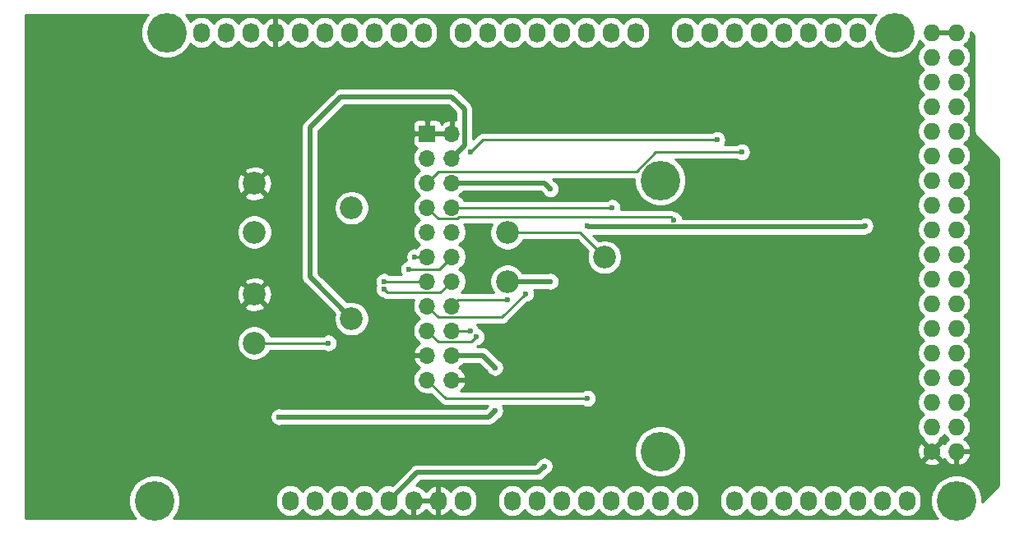
<source format=gbr>
%TF.GenerationSoftware,KiCad,Pcbnew,(5.1.10)-1*%
%TF.CreationDate,2021-08-01T12:21:12+02:00*%
%TF.ProjectId,t6963-mega-adapter,74363936-332d-46d6-9567-612d61646170,rev?*%
%TF.SameCoordinates,Original*%
%TF.FileFunction,Copper,L1,Top*%
%TF.FilePolarity,Positive*%
%FSLAX46Y46*%
G04 Gerber Fmt 4.6, Leading zero omitted, Abs format (unit mm)*
G04 Created by KiCad (PCBNEW (5.1.10)-1) date 2021-08-01 12:21:12*
%MOMM*%
%LPD*%
G01*
G04 APERTURE LIST*
%TA.AperFunction,ComponentPad*%
%ADD10C,1.727200*%
%TD*%
%TA.AperFunction,ComponentPad*%
%ADD11O,1.727200X1.727200*%
%TD*%
%TA.AperFunction,ComponentPad*%
%ADD12O,1.727200X2.032000*%
%TD*%
%TA.AperFunction,ComponentPad*%
%ADD13C,4.064000*%
%TD*%
%TA.AperFunction,ComponentPad*%
%ADD14R,1.700000X1.700000*%
%TD*%
%TA.AperFunction,ComponentPad*%
%ADD15O,1.700000X1.700000*%
%TD*%
%TA.AperFunction,ComponentPad*%
%ADD16C,2.340000*%
%TD*%
%TA.AperFunction,ViaPad*%
%ADD17C,0.600000*%
%TD*%
%TA.AperFunction,Conductor*%
%ADD18C,0.500000*%
%TD*%
%TA.AperFunction,Conductor*%
%ADD19C,0.250000*%
%TD*%
%TA.AperFunction,Conductor*%
%ADD20C,0.254000*%
%TD*%
%TA.AperFunction,Conductor*%
%ADD21C,0.100000*%
%TD*%
G04 APERTURE END LIST*
D10*
%TO.P,P1,1*%
%TO.N,GND*%
X197358000Y-114046000D03*
D11*
%TO.P,P1,2*%
X199898000Y-114046000D03*
%TO.P,P1,3*%
%TO.N,/52(SCK)*%
X197358000Y-111506000D03*
%TO.P,P1,4*%
%TO.N,/53(SS)*%
X199898000Y-111506000D03*
%TO.P,P1,5*%
%TO.N,/50(MISO)*%
X197358000Y-108966000D03*
%TO.P,P1,6*%
%TO.N,/51(MOSI)*%
X199898000Y-108966000D03*
%TO.P,P1,7*%
%TO.N,/48*%
X197358000Y-106426000D03*
%TO.P,P1,8*%
%TO.N,/49*%
X199898000Y-106426000D03*
%TO.P,P1,9*%
%TO.N,/46*%
X197358000Y-103886000D03*
%TO.P,P1,10*%
%TO.N,/47*%
X199898000Y-103886000D03*
%TO.P,P1,11*%
%TO.N,/44*%
X197358000Y-101346000D03*
%TO.P,P1,12*%
%TO.N,/45*%
X199898000Y-101346000D03*
%TO.P,P1,13*%
%TO.N,/42*%
X197358000Y-98806000D03*
%TO.P,P1,14*%
%TO.N,/43*%
X199898000Y-98806000D03*
%TO.P,P1,15*%
%TO.N,/40*%
X197358000Y-96266000D03*
%TO.P,P1,16*%
%TO.N,/41*%
X199898000Y-96266000D03*
%TO.P,P1,17*%
%TO.N,/38*%
X197358000Y-93726000D03*
%TO.P,P1,18*%
%TO.N,/39*%
X199898000Y-93726000D03*
%TO.P,P1,19*%
%TO.N,/36*%
X197358000Y-91186000D03*
%TO.P,P1,20*%
%TO.N,/37*%
X199898000Y-91186000D03*
%TO.P,P1,21*%
%TO.N,/34*%
X197358000Y-88646000D03*
%TO.P,P1,22*%
%TO.N,/35*%
X199898000Y-88646000D03*
%TO.P,P1,23*%
%TO.N,/32*%
X197358000Y-86106000D03*
%TO.P,P1,24*%
%TO.N,/33*%
X199898000Y-86106000D03*
%TO.P,P1,25*%
%TO.N,/30*%
X197358000Y-83566000D03*
%TO.P,P1,26*%
%TO.N,/31*%
X199898000Y-83566000D03*
%TO.P,P1,27*%
%TO.N,/28*%
X197358000Y-81026000D03*
%TO.P,P1,28*%
%TO.N,/29*%
X199898000Y-81026000D03*
%TO.P,P1,29*%
%TO.N,/26*%
X197358000Y-78486000D03*
%TO.P,P1,30*%
%TO.N,/27*%
X199898000Y-78486000D03*
%TO.P,P1,31*%
%TO.N,/24*%
X197358000Y-75946000D03*
%TO.P,P1,32*%
%TO.N,/25*%
X199898000Y-75946000D03*
%TO.P,P1,33*%
%TO.N,/22*%
X197358000Y-73406000D03*
%TO.P,P1,34*%
%TO.N,/23*%
X199898000Y-73406000D03*
%TO.P,P1,35*%
%TO.N,+5V*%
X197358000Y-70866000D03*
%TO.P,P1,36*%
X199898000Y-70866000D03*
%TD*%
D12*
%TO.P,P2,1*%
%TO.N,Net-(P2-Pad1)*%
X131318000Y-119126000D03*
%TO.P,P2,2*%
%TO.N,/IOREF*%
X133858000Y-119126000D03*
%TO.P,P2,3*%
%TO.N,/Reset*%
X136398000Y-119126000D03*
%TO.P,P2,4*%
%TO.N,+3V3*%
X138938000Y-119126000D03*
%TO.P,P2,5*%
%TO.N,+5V*%
X141478000Y-119126000D03*
%TO.P,P2,6*%
%TO.N,GND*%
X144018000Y-119126000D03*
%TO.P,P2,7*%
X146558000Y-119126000D03*
%TO.P,P2,8*%
%TO.N,/Vin*%
X149098000Y-119126000D03*
%TD*%
%TO.P,P3,1*%
%TO.N,/A0*%
X154178000Y-119126000D03*
%TO.P,P3,2*%
%TO.N,/A1*%
X156718000Y-119126000D03*
%TO.P,P3,3*%
%TO.N,/A2*%
X159258000Y-119126000D03*
%TO.P,P3,4*%
%TO.N,/A3*%
X161798000Y-119126000D03*
%TO.P,P3,5*%
%TO.N,/A4*%
X164338000Y-119126000D03*
%TO.P,P3,6*%
%TO.N,/A5*%
X166878000Y-119126000D03*
%TO.P,P3,7*%
%TO.N,/A6*%
X169418000Y-119126000D03*
%TO.P,P3,8*%
%TO.N,/A7*%
X171958000Y-119126000D03*
%TD*%
%TO.P,P4,1*%
%TO.N,/A8*%
X177038000Y-119126000D03*
%TO.P,P4,2*%
%TO.N,/A9*%
X179578000Y-119126000D03*
%TO.P,P4,3*%
%TO.N,/A10*%
X182118000Y-119126000D03*
%TO.P,P4,4*%
%TO.N,/A11*%
X184658000Y-119126000D03*
%TO.P,P4,5*%
%TO.N,/A12*%
X187198000Y-119126000D03*
%TO.P,P4,6*%
%TO.N,/A13*%
X189738000Y-119126000D03*
%TO.P,P4,7*%
%TO.N,/A14*%
X192278000Y-119126000D03*
%TO.P,P4,8*%
%TO.N,/A15*%
X194818000Y-119126000D03*
%TD*%
%TO.P,P5,1*%
%TO.N,/SCL*%
X122174000Y-70866000D03*
%TO.P,P5,2*%
%TO.N,/SDA*%
X124714000Y-70866000D03*
%TO.P,P5,3*%
%TO.N,/AREF*%
X127254000Y-70866000D03*
%TO.P,P5,4*%
%TO.N,GND*%
X129794000Y-70866000D03*
%TO.P,P5,5*%
%TO.N,/13(\u002A\u002A)*%
X132334000Y-70866000D03*
%TO.P,P5,6*%
%TO.N,/12(\u002A\u002A)*%
X134874000Y-70866000D03*
%TO.P,P5,7*%
%TO.N,/11(\u002A\u002A)*%
X137414000Y-70866000D03*
%TO.P,P5,8*%
%TO.N,/10(\u002A\u002A)*%
X139954000Y-70866000D03*
%TO.P,P5,9*%
%TO.N,/9(\u002A\u002A)*%
X142494000Y-70866000D03*
%TO.P,P5,10*%
%TO.N,/8(\u002A\u002A)*%
X145034000Y-70866000D03*
%TD*%
%TO.P,P6,1*%
%TO.N,/7(\u002A\u002A)*%
X149098000Y-70866000D03*
%TO.P,P6,2*%
%TO.N,/6(\u002A\u002A)*%
X151638000Y-70866000D03*
%TO.P,P6,3*%
%TO.N,/5(\u002A\u002A)*%
X154178000Y-70866000D03*
%TO.P,P6,4*%
%TO.N,/4(\u002A\u002A)*%
X156718000Y-70866000D03*
%TO.P,P6,5*%
%TO.N,/3(\u002A\u002A)*%
X159258000Y-70866000D03*
%TO.P,P6,6*%
%TO.N,/2(\u002A\u002A)*%
X161798000Y-70866000D03*
%TO.P,P6,7*%
%TO.N,/1(Tx0)*%
X164338000Y-70866000D03*
%TO.P,P6,8*%
%TO.N,/0(Rx0)*%
X166878000Y-70866000D03*
%TD*%
%TO.P,P7,1*%
%TO.N,/14(Tx3)*%
X171958000Y-70866000D03*
%TO.P,P7,2*%
%TO.N,/15(Rx3)*%
X174498000Y-70866000D03*
%TO.P,P7,3*%
%TO.N,/16(Tx2)*%
X177038000Y-70866000D03*
%TO.P,P7,4*%
%TO.N,/17(Rx2)*%
X179578000Y-70866000D03*
%TO.P,P7,5*%
%TO.N,/18(Tx1)*%
X182118000Y-70866000D03*
%TO.P,P7,6*%
%TO.N,/19(Rx1)*%
X184658000Y-70866000D03*
%TO.P,P7,7*%
%TO.N,/20(SDA)*%
X187198000Y-70866000D03*
%TO.P,P7,8*%
%TO.N,/21(SCL)*%
X189738000Y-70866000D03*
%TD*%
D13*
%TO.P,P8,1*%
%TO.N,Net-(P8-Pad1)*%
X117348000Y-119126000D03*
%TD*%
%TO.P,P9,1*%
%TO.N,Net-(P9-Pad1)*%
X169418000Y-114046000D03*
%TD*%
%TO.P,P10,1*%
%TO.N,Net-(P10-Pad1)*%
X199898000Y-119126000D03*
%TD*%
%TO.P,P11,1*%
%TO.N,Net-(P11-Pad1)*%
X118618000Y-70866000D03*
%TD*%
%TO.P,P12,1*%
%TO.N,Net-(P12-Pad1)*%
X169418000Y-86106000D03*
%TD*%
%TO.P,P13,1*%
%TO.N,Net-(P13-Pad1)*%
X193548000Y-70866000D03*
%TD*%
D14*
%TO.P,J1,1*%
%TO.N,GND*%
X145415000Y-81280000D03*
D15*
%TO.P,J1,2*%
X147955000Y-81280000D03*
%TO.P,J1,3*%
%TO.N,+5V*%
X145415000Y-83820000D03*
%TO.P,J1,4*%
%TO.N,/V0*%
X147955000Y-83820000D03*
%TO.P,J1,5*%
%TO.N,/17(Rx2)*%
X145415000Y-86360000D03*
%TO.P,J1,6*%
%TO.N,+5V*%
X147955000Y-86360000D03*
%TO.P,J1,7*%
%TO.N,/14(Tx3)*%
X145415000Y-88900000D03*
%TO.P,J1,8*%
%TO.N,/15(Rx3)*%
X147955000Y-88900000D03*
%TO.P,J1,9*%
%TO.N,/NC*%
X145415000Y-91440000D03*
%TO.P,J1,10*%
%TO.N,/16(Tx2)*%
X147955000Y-91440000D03*
%TO.P,J1,11*%
%TO.N,/8(\u002A\u002A)*%
X145415000Y-93980000D03*
%TO.P,J1,12*%
%TO.N,/9(\u002A\u002A)*%
X147955000Y-93980000D03*
%TO.P,J1,13*%
%TO.N,/10(\u002A\u002A)*%
X145415000Y-96520000D03*
%TO.P,J1,14*%
%TO.N,/11(\u002A\u002A)*%
X147955000Y-96520000D03*
%TO.P,J1,15*%
%TO.N,/4(\u002A\u002A)*%
X145415000Y-99060000D03*
%TO.P,J1,16*%
%TO.N,/5(\u002A\u002A)*%
X147955000Y-99060000D03*
%TO.P,J1,17*%
%TO.N,/6(\u002A\u002A)*%
X145415000Y-101600000D03*
%TO.P,J1,18*%
%TO.N,/7(\u002A\u002A)*%
X147955000Y-101600000D03*
%TO.P,J1,19*%
%TO.N,GND*%
X145415000Y-104140000D03*
%TO.P,J1,20*%
%TO.N,/VOUT*%
X147955000Y-104140000D03*
%TO.P,J1,21*%
%TO.N,/LED_A*%
X145415000Y-106680000D03*
%TO.P,J1,22*%
%TO.N,GND*%
X147955000Y-106680000D03*
%TD*%
D16*
%TO.P,RV1,1*%
%TO.N,/VOUT*%
X127635000Y-91440000D03*
%TO.P,RV1,2*%
%TO.N,Net-(RV1-Pad2)*%
X137635000Y-88940000D03*
%TO.P,RV1,3*%
%TO.N,GND*%
X127635000Y-86440000D03*
%TD*%
%TO.P,RV2,3*%
%TO.N,/LED_A*%
X153670000Y-91520000D03*
%TO.P,RV2,2*%
X163670000Y-94020000D03*
%TO.P,RV2,1*%
%TO.N,+5V*%
X153670000Y-96520000D03*
%TD*%
%TO.P,RV3,3*%
%TO.N,GND*%
X127635000Y-97870000D03*
%TO.P,RV3,2*%
%TO.N,/V0*%
X137635000Y-100370000D03*
%TO.P,RV3,1*%
%TO.N,Net-(RV1-Pad2)*%
X127635000Y-102870000D03*
%TD*%
D17*
%TO.N,+5V*%
X157480000Y-115570000D03*
X158115000Y-96520000D03*
X158115000Y-86995000D03*
X190500000Y-90805000D03*
X161925000Y-90805000D03*
%TO.N,/11(\u002A\u002A)*%
X140970000Y-97320003D03*
%TO.N,/10(\u002A\u002A)*%
X140970000Y-96520000D03*
%TO.N,/9(\u002A\u002A)*%
X143510000Y-95250000D03*
%TO.N,/8(\u002A\u002A)*%
X144145000Y-93980000D03*
%TO.N,/7(\u002A\u002A)*%
X149860000Y-101600000D03*
%TO.N,/6(\u002A\u002A)*%
X150495000Y-102235000D03*
%TO.N,/5(\u002A\u002A)*%
X153670000Y-98425000D03*
%TO.N,/4(\u002A\u002A)*%
X155575000Y-97790000D03*
%TO.N,/14(Tx3)*%
X170815000Y-90170000D03*
%TO.N,/15(Rx3)*%
X164465000Y-88900000D03*
%TO.N,/16(Tx2)*%
X175260000Y-81915000D03*
X149860000Y-83185000D03*
%TO.N,/17(Rx2)*%
X177800000Y-83185000D03*
%TO.N,/VOUT*%
X130175000Y-110490000D03*
X152400000Y-109855000D03*
X152400000Y-105410000D03*
%TO.N,/LED_A*%
X161925000Y-108585000D03*
%TO.N,Net-(RV1-Pad2)*%
X135255000Y-102870000D03*
%TD*%
D18*
%TO.N,+5V*%
X199898000Y-70866000D02*
X197358000Y-70866000D01*
X141478000Y-119126000D02*
X144399000Y-116205000D01*
X156845000Y-116205000D02*
X157480000Y-115570000D01*
X144399000Y-116205000D02*
X156845000Y-116205000D01*
X158115000Y-96520000D02*
X153670000Y-96520000D01*
X157480000Y-86360000D02*
X158115000Y-86995000D01*
X147955000Y-86360000D02*
X157480000Y-86360000D01*
X162040001Y-90920001D02*
X161925000Y-90805000D01*
X190384999Y-90920001D02*
X162040001Y-90920001D01*
X190500000Y-90805000D02*
X190384999Y-90920001D01*
D19*
%TO.N,/11(\u002A\u002A)*%
X146779999Y-97695001D02*
X147955000Y-96520000D01*
X141344998Y-97695001D02*
X146779999Y-97695001D01*
X140970000Y-97320003D02*
X141344998Y-97695001D01*
%TO.N,/10(\u002A\u002A)*%
X140970000Y-96520000D02*
X145415000Y-96520000D01*
%TO.N,/9(\u002A\u002A)*%
X146685000Y-95250000D02*
X147955000Y-93980000D01*
X143510000Y-95250000D02*
X146685000Y-95250000D01*
%TO.N,/8(\u002A\u002A)*%
X144145000Y-93980000D02*
X145415000Y-93980000D01*
%TO.N,/7(\u002A\u002A)*%
X149860000Y-101600000D02*
X147955000Y-101600000D01*
%TO.N,/6(\u002A\u002A)*%
X146590001Y-102775001D02*
X145415000Y-101600000D01*
X149954999Y-102775001D02*
X146590001Y-102775001D01*
X150495000Y-102235000D02*
X149954999Y-102775001D01*
%TO.N,/5(\u002A\u002A)*%
X148590000Y-98425000D02*
X147955000Y-99060000D01*
X153670000Y-98425000D02*
X148590000Y-98425000D01*
%TO.N,/4(\u002A\u002A)*%
X146590001Y-100235001D02*
X145415000Y-99060000D01*
X153129999Y-100235001D02*
X146590001Y-100235001D01*
X155575000Y-97790000D02*
X153129999Y-100235001D01*
%TO.N,/14(Tx3)*%
X148519001Y-90075001D02*
X146590001Y-90075001D01*
X148724001Y-89870001D02*
X148519001Y-90075001D01*
X170515001Y-89870001D02*
X148724001Y-89870001D01*
X146590001Y-90075001D02*
X145415000Y-88900000D01*
X170815000Y-90170000D02*
X170515001Y-89870001D01*
%TO.N,/15(Rx3)*%
X164465000Y-88900000D02*
X147955000Y-88900000D01*
%TO.N,/16(Tx2)*%
X151130000Y-81915000D02*
X149860000Y-83185000D01*
X175260000Y-81915000D02*
X151130000Y-81915000D01*
%TO.N,/17(Rx2)*%
X146590001Y-85184999D02*
X145415000Y-86360000D01*
X166966000Y-85184999D02*
X146590001Y-85184999D01*
X168965999Y-83185000D02*
X166966000Y-85184999D01*
X177800000Y-83185000D02*
X168965999Y-83185000D01*
D18*
%TO.N,/V0*%
X149255001Y-82519999D02*
X149255001Y-78770001D01*
X147955000Y-83820000D02*
X149255001Y-82519999D01*
X149255001Y-78770001D02*
X147955000Y-77470000D01*
X147955000Y-77470000D02*
X136525000Y-77470000D01*
X136525000Y-77470000D02*
X133350000Y-80645000D01*
X133350000Y-96085000D02*
X137635000Y-100370000D01*
X133350000Y-80645000D02*
X133350000Y-96085000D01*
%TO.N,/VOUT*%
X130175000Y-110490000D02*
X151130000Y-110490000D01*
X151765000Y-110490000D02*
X152400000Y-109855000D01*
X151130000Y-110490000D02*
X151765000Y-110490000D01*
X152400000Y-105410000D02*
X151130000Y-104140000D01*
X151130000Y-104140000D02*
X147955000Y-104140000D01*
D19*
%TO.N,/LED_A*%
X161170000Y-91520000D02*
X163670000Y-94020000D01*
X153670000Y-91520000D02*
X161170000Y-91520000D01*
X147320000Y-108585000D02*
X145415000Y-106680000D01*
X161925000Y-108585000D02*
X147320000Y-108585000D01*
%TO.N,Net-(RV1-Pad2)*%
X135255000Y-102870000D02*
X127635000Y-102870000D01*
%TD*%
D20*
%TO.N,GND*%
X116546406Y-69165887D02*
X116254536Y-69602702D01*
X116053492Y-70088065D01*
X115951000Y-70603323D01*
X115951000Y-71128677D01*
X116053492Y-71643935D01*
X116254536Y-72129298D01*
X116546406Y-72566113D01*
X116917887Y-72937594D01*
X117354702Y-73229464D01*
X117840065Y-73430508D01*
X118355323Y-73533000D01*
X118880677Y-73533000D01*
X119395935Y-73430508D01*
X119881298Y-73229464D01*
X120318113Y-72937594D01*
X120689594Y-72566113D01*
X120981464Y-72129298D01*
X121037001Y-71995219D01*
X121109203Y-72083197D01*
X121337395Y-72270469D01*
X121597737Y-72409625D01*
X121880224Y-72495316D01*
X122174000Y-72524251D01*
X122467777Y-72495316D01*
X122750264Y-72409625D01*
X123010606Y-72270469D01*
X123238797Y-72083197D01*
X123426069Y-71855006D01*
X123444000Y-71821459D01*
X123461931Y-71855006D01*
X123649203Y-72083197D01*
X123877395Y-72270469D01*
X124137737Y-72409625D01*
X124420224Y-72495316D01*
X124714000Y-72524251D01*
X125007777Y-72495316D01*
X125290264Y-72409625D01*
X125550606Y-72270469D01*
X125778797Y-72083197D01*
X125966069Y-71855006D01*
X125984000Y-71821459D01*
X126001931Y-71855006D01*
X126189203Y-72083197D01*
X126417395Y-72270469D01*
X126677737Y-72409625D01*
X126960224Y-72495316D01*
X127254000Y-72524251D01*
X127547777Y-72495316D01*
X127830264Y-72409625D01*
X128090606Y-72270469D01*
X128318797Y-72083197D01*
X128506069Y-71855006D01*
X128527424Y-71815053D01*
X128675514Y-72017729D01*
X128891965Y-72216733D01*
X129143081Y-72369686D01*
X129419211Y-72470709D01*
X129434974Y-72473358D01*
X129667000Y-72352217D01*
X129667000Y-70993000D01*
X129647000Y-70993000D01*
X129647000Y-70739000D01*
X129667000Y-70739000D01*
X129667000Y-69379783D01*
X129921000Y-69379783D01*
X129921000Y-70739000D01*
X129941000Y-70739000D01*
X129941000Y-70993000D01*
X129921000Y-70993000D01*
X129921000Y-72352217D01*
X130153026Y-72473358D01*
X130168789Y-72470709D01*
X130444919Y-72369686D01*
X130696035Y-72216733D01*
X130912486Y-72017729D01*
X131060576Y-71815053D01*
X131081931Y-71855006D01*
X131269203Y-72083197D01*
X131497395Y-72270469D01*
X131757737Y-72409625D01*
X132040224Y-72495316D01*
X132334000Y-72524251D01*
X132627777Y-72495316D01*
X132910264Y-72409625D01*
X133170606Y-72270469D01*
X133398797Y-72083197D01*
X133586069Y-71855006D01*
X133604000Y-71821459D01*
X133621931Y-71855006D01*
X133809203Y-72083197D01*
X134037395Y-72270469D01*
X134297737Y-72409625D01*
X134580224Y-72495316D01*
X134874000Y-72524251D01*
X135167777Y-72495316D01*
X135450264Y-72409625D01*
X135710606Y-72270469D01*
X135938797Y-72083197D01*
X136126069Y-71855006D01*
X136144000Y-71821459D01*
X136161931Y-71855006D01*
X136349203Y-72083197D01*
X136577395Y-72270469D01*
X136837737Y-72409625D01*
X137120224Y-72495316D01*
X137414000Y-72524251D01*
X137707777Y-72495316D01*
X137990264Y-72409625D01*
X138250606Y-72270469D01*
X138478797Y-72083197D01*
X138666069Y-71855006D01*
X138684000Y-71821459D01*
X138701931Y-71855006D01*
X138889203Y-72083197D01*
X139117395Y-72270469D01*
X139377737Y-72409625D01*
X139660224Y-72495316D01*
X139954000Y-72524251D01*
X140247777Y-72495316D01*
X140530264Y-72409625D01*
X140790606Y-72270469D01*
X141018797Y-72083197D01*
X141206069Y-71855006D01*
X141224000Y-71821459D01*
X141241931Y-71855006D01*
X141429203Y-72083197D01*
X141657395Y-72270469D01*
X141917737Y-72409625D01*
X142200224Y-72495316D01*
X142494000Y-72524251D01*
X142787777Y-72495316D01*
X143070264Y-72409625D01*
X143330606Y-72270469D01*
X143558797Y-72083197D01*
X143746069Y-71855006D01*
X143764000Y-71821459D01*
X143781931Y-71855006D01*
X143969203Y-72083197D01*
X144197395Y-72270469D01*
X144457737Y-72409625D01*
X144740224Y-72495316D01*
X145034000Y-72524251D01*
X145327777Y-72495316D01*
X145610264Y-72409625D01*
X145870606Y-72270469D01*
X146098797Y-72083197D01*
X146286069Y-71855006D01*
X146425225Y-71594663D01*
X146510916Y-71312176D01*
X146532600Y-71092018D01*
X146532600Y-70639982D01*
X147599400Y-70639982D01*
X147599400Y-71092019D01*
X147621084Y-71312177D01*
X147706775Y-71594664D01*
X147845931Y-71855006D01*
X148033203Y-72083197D01*
X148261395Y-72270469D01*
X148521737Y-72409625D01*
X148804224Y-72495316D01*
X149098000Y-72524251D01*
X149391777Y-72495316D01*
X149674264Y-72409625D01*
X149934606Y-72270469D01*
X150162797Y-72083197D01*
X150350069Y-71855006D01*
X150368000Y-71821459D01*
X150385931Y-71855006D01*
X150573203Y-72083197D01*
X150801395Y-72270469D01*
X151061737Y-72409625D01*
X151344224Y-72495316D01*
X151638000Y-72524251D01*
X151931777Y-72495316D01*
X152214264Y-72409625D01*
X152474606Y-72270469D01*
X152702797Y-72083197D01*
X152890069Y-71855006D01*
X152908000Y-71821459D01*
X152925931Y-71855006D01*
X153113203Y-72083197D01*
X153341395Y-72270469D01*
X153601737Y-72409625D01*
X153884224Y-72495316D01*
X154178000Y-72524251D01*
X154471777Y-72495316D01*
X154754264Y-72409625D01*
X155014606Y-72270469D01*
X155242797Y-72083197D01*
X155430069Y-71855006D01*
X155448000Y-71821459D01*
X155465931Y-71855006D01*
X155653203Y-72083197D01*
X155881395Y-72270469D01*
X156141737Y-72409625D01*
X156424224Y-72495316D01*
X156718000Y-72524251D01*
X157011777Y-72495316D01*
X157294264Y-72409625D01*
X157554606Y-72270469D01*
X157782797Y-72083197D01*
X157970069Y-71855006D01*
X157988000Y-71821459D01*
X158005931Y-71855006D01*
X158193203Y-72083197D01*
X158421395Y-72270469D01*
X158681737Y-72409625D01*
X158964224Y-72495316D01*
X159258000Y-72524251D01*
X159551777Y-72495316D01*
X159834264Y-72409625D01*
X160094606Y-72270469D01*
X160322797Y-72083197D01*
X160510069Y-71855006D01*
X160528000Y-71821459D01*
X160545931Y-71855006D01*
X160733203Y-72083197D01*
X160961395Y-72270469D01*
X161221737Y-72409625D01*
X161504224Y-72495316D01*
X161798000Y-72524251D01*
X162091777Y-72495316D01*
X162374264Y-72409625D01*
X162634606Y-72270469D01*
X162862797Y-72083197D01*
X163050069Y-71855006D01*
X163068000Y-71821459D01*
X163085931Y-71855006D01*
X163273203Y-72083197D01*
X163501395Y-72270469D01*
X163761737Y-72409625D01*
X164044224Y-72495316D01*
X164338000Y-72524251D01*
X164631777Y-72495316D01*
X164914264Y-72409625D01*
X165174606Y-72270469D01*
X165402797Y-72083197D01*
X165590069Y-71855006D01*
X165608000Y-71821459D01*
X165625931Y-71855006D01*
X165813203Y-72083197D01*
X166041395Y-72270469D01*
X166301737Y-72409625D01*
X166584224Y-72495316D01*
X166878000Y-72524251D01*
X167171777Y-72495316D01*
X167454264Y-72409625D01*
X167714606Y-72270469D01*
X167942797Y-72083197D01*
X168130069Y-71855006D01*
X168269225Y-71594663D01*
X168354916Y-71312176D01*
X168376600Y-71092018D01*
X168376600Y-70639981D01*
X168354916Y-70419823D01*
X168269225Y-70137336D01*
X168130069Y-69876994D01*
X167942797Y-69648803D01*
X167714605Y-69461531D01*
X167454263Y-69322375D01*
X167171776Y-69236684D01*
X166878000Y-69207749D01*
X166584223Y-69236684D01*
X166301736Y-69322375D01*
X166041394Y-69461531D01*
X165813203Y-69648803D01*
X165625931Y-69876995D01*
X165608000Y-69910541D01*
X165590069Y-69876994D01*
X165402797Y-69648803D01*
X165174605Y-69461531D01*
X164914263Y-69322375D01*
X164631776Y-69236684D01*
X164338000Y-69207749D01*
X164044223Y-69236684D01*
X163761736Y-69322375D01*
X163501394Y-69461531D01*
X163273203Y-69648803D01*
X163085931Y-69876995D01*
X163068000Y-69910541D01*
X163050069Y-69876994D01*
X162862797Y-69648803D01*
X162634605Y-69461531D01*
X162374263Y-69322375D01*
X162091776Y-69236684D01*
X161798000Y-69207749D01*
X161504223Y-69236684D01*
X161221736Y-69322375D01*
X160961394Y-69461531D01*
X160733203Y-69648803D01*
X160545931Y-69876995D01*
X160528000Y-69910541D01*
X160510069Y-69876994D01*
X160322797Y-69648803D01*
X160094605Y-69461531D01*
X159834263Y-69322375D01*
X159551776Y-69236684D01*
X159258000Y-69207749D01*
X158964223Y-69236684D01*
X158681736Y-69322375D01*
X158421394Y-69461531D01*
X158193203Y-69648803D01*
X158005931Y-69876995D01*
X157988000Y-69910541D01*
X157970069Y-69876994D01*
X157782797Y-69648803D01*
X157554605Y-69461531D01*
X157294263Y-69322375D01*
X157011776Y-69236684D01*
X156718000Y-69207749D01*
X156424223Y-69236684D01*
X156141736Y-69322375D01*
X155881394Y-69461531D01*
X155653203Y-69648803D01*
X155465931Y-69876995D01*
X155448000Y-69910541D01*
X155430069Y-69876994D01*
X155242797Y-69648803D01*
X155014605Y-69461531D01*
X154754263Y-69322375D01*
X154471776Y-69236684D01*
X154178000Y-69207749D01*
X153884223Y-69236684D01*
X153601736Y-69322375D01*
X153341394Y-69461531D01*
X153113203Y-69648803D01*
X152925931Y-69876995D01*
X152908000Y-69910541D01*
X152890069Y-69876994D01*
X152702797Y-69648803D01*
X152474605Y-69461531D01*
X152214263Y-69322375D01*
X151931776Y-69236684D01*
X151638000Y-69207749D01*
X151344223Y-69236684D01*
X151061736Y-69322375D01*
X150801394Y-69461531D01*
X150573203Y-69648803D01*
X150385931Y-69876995D01*
X150368000Y-69910541D01*
X150350069Y-69876994D01*
X150162797Y-69648803D01*
X149934605Y-69461531D01*
X149674263Y-69322375D01*
X149391776Y-69236684D01*
X149098000Y-69207749D01*
X148804223Y-69236684D01*
X148521736Y-69322375D01*
X148261394Y-69461531D01*
X148033203Y-69648803D01*
X147845931Y-69876995D01*
X147706775Y-70137337D01*
X147621084Y-70419824D01*
X147599400Y-70639982D01*
X146532600Y-70639982D01*
X146532600Y-70639981D01*
X146510916Y-70419823D01*
X146425225Y-70137336D01*
X146286069Y-69876994D01*
X146098797Y-69648803D01*
X145870605Y-69461531D01*
X145610263Y-69322375D01*
X145327776Y-69236684D01*
X145034000Y-69207749D01*
X144740223Y-69236684D01*
X144457736Y-69322375D01*
X144197394Y-69461531D01*
X143969203Y-69648803D01*
X143781931Y-69876995D01*
X143764000Y-69910541D01*
X143746069Y-69876994D01*
X143558797Y-69648803D01*
X143330605Y-69461531D01*
X143070263Y-69322375D01*
X142787776Y-69236684D01*
X142494000Y-69207749D01*
X142200223Y-69236684D01*
X141917736Y-69322375D01*
X141657394Y-69461531D01*
X141429203Y-69648803D01*
X141241931Y-69876995D01*
X141224000Y-69910541D01*
X141206069Y-69876994D01*
X141018797Y-69648803D01*
X140790605Y-69461531D01*
X140530263Y-69322375D01*
X140247776Y-69236684D01*
X139954000Y-69207749D01*
X139660223Y-69236684D01*
X139377736Y-69322375D01*
X139117394Y-69461531D01*
X138889203Y-69648803D01*
X138701931Y-69876995D01*
X138684000Y-69910541D01*
X138666069Y-69876994D01*
X138478797Y-69648803D01*
X138250605Y-69461531D01*
X137990263Y-69322375D01*
X137707776Y-69236684D01*
X137414000Y-69207749D01*
X137120223Y-69236684D01*
X136837736Y-69322375D01*
X136577394Y-69461531D01*
X136349203Y-69648803D01*
X136161931Y-69876995D01*
X136144000Y-69910541D01*
X136126069Y-69876994D01*
X135938797Y-69648803D01*
X135710605Y-69461531D01*
X135450263Y-69322375D01*
X135167776Y-69236684D01*
X134874000Y-69207749D01*
X134580223Y-69236684D01*
X134297736Y-69322375D01*
X134037394Y-69461531D01*
X133809203Y-69648803D01*
X133621931Y-69876995D01*
X133604000Y-69910541D01*
X133586069Y-69876994D01*
X133398797Y-69648803D01*
X133170605Y-69461531D01*
X132910263Y-69322375D01*
X132627776Y-69236684D01*
X132334000Y-69207749D01*
X132040223Y-69236684D01*
X131757736Y-69322375D01*
X131497394Y-69461531D01*
X131269203Y-69648803D01*
X131081931Y-69876995D01*
X131060576Y-69916947D01*
X130912486Y-69714271D01*
X130696035Y-69515267D01*
X130444919Y-69362314D01*
X130168789Y-69261291D01*
X130153026Y-69258642D01*
X129921000Y-69379783D01*
X129667000Y-69379783D01*
X129434974Y-69258642D01*
X129419211Y-69261291D01*
X129143081Y-69362314D01*
X128891965Y-69515267D01*
X128675514Y-69714271D01*
X128527424Y-69916947D01*
X128506069Y-69876994D01*
X128318797Y-69648803D01*
X128090605Y-69461531D01*
X127830263Y-69322375D01*
X127547776Y-69236684D01*
X127254000Y-69207749D01*
X126960223Y-69236684D01*
X126677736Y-69322375D01*
X126417394Y-69461531D01*
X126189203Y-69648803D01*
X126001931Y-69876995D01*
X125984000Y-69910541D01*
X125966069Y-69876994D01*
X125778797Y-69648803D01*
X125550605Y-69461531D01*
X125290263Y-69322375D01*
X125007776Y-69236684D01*
X124714000Y-69207749D01*
X124420223Y-69236684D01*
X124137736Y-69322375D01*
X123877394Y-69461531D01*
X123649203Y-69648803D01*
X123461931Y-69876995D01*
X123444000Y-69910541D01*
X123426069Y-69876994D01*
X123238797Y-69648803D01*
X123010605Y-69461531D01*
X122750263Y-69322375D01*
X122467776Y-69236684D01*
X122174000Y-69207749D01*
X121880223Y-69236684D01*
X121597736Y-69322375D01*
X121337394Y-69461531D01*
X121109203Y-69648803D01*
X121037001Y-69736781D01*
X120981464Y-69602702D01*
X120689594Y-69165887D01*
X120559707Y-69036000D01*
X191606293Y-69036000D01*
X191476406Y-69165887D01*
X191184536Y-69602702D01*
X191035621Y-69962215D01*
X190990069Y-69876994D01*
X190802797Y-69648803D01*
X190574605Y-69461531D01*
X190314263Y-69322375D01*
X190031776Y-69236684D01*
X189738000Y-69207749D01*
X189444223Y-69236684D01*
X189161736Y-69322375D01*
X188901394Y-69461531D01*
X188673203Y-69648803D01*
X188485931Y-69876995D01*
X188468000Y-69910541D01*
X188450069Y-69876994D01*
X188262797Y-69648803D01*
X188034605Y-69461531D01*
X187774263Y-69322375D01*
X187491776Y-69236684D01*
X187198000Y-69207749D01*
X186904223Y-69236684D01*
X186621736Y-69322375D01*
X186361394Y-69461531D01*
X186133203Y-69648803D01*
X185945931Y-69876995D01*
X185928000Y-69910541D01*
X185910069Y-69876994D01*
X185722797Y-69648803D01*
X185494605Y-69461531D01*
X185234263Y-69322375D01*
X184951776Y-69236684D01*
X184658000Y-69207749D01*
X184364223Y-69236684D01*
X184081736Y-69322375D01*
X183821394Y-69461531D01*
X183593203Y-69648803D01*
X183405931Y-69876995D01*
X183388000Y-69910541D01*
X183370069Y-69876994D01*
X183182797Y-69648803D01*
X182954605Y-69461531D01*
X182694263Y-69322375D01*
X182411776Y-69236684D01*
X182118000Y-69207749D01*
X181824223Y-69236684D01*
X181541736Y-69322375D01*
X181281394Y-69461531D01*
X181053203Y-69648803D01*
X180865931Y-69876995D01*
X180848000Y-69910541D01*
X180830069Y-69876994D01*
X180642797Y-69648803D01*
X180414605Y-69461531D01*
X180154263Y-69322375D01*
X179871776Y-69236684D01*
X179578000Y-69207749D01*
X179284223Y-69236684D01*
X179001736Y-69322375D01*
X178741394Y-69461531D01*
X178513203Y-69648803D01*
X178325931Y-69876995D01*
X178308000Y-69910541D01*
X178290069Y-69876994D01*
X178102797Y-69648803D01*
X177874605Y-69461531D01*
X177614263Y-69322375D01*
X177331776Y-69236684D01*
X177038000Y-69207749D01*
X176744223Y-69236684D01*
X176461736Y-69322375D01*
X176201394Y-69461531D01*
X175973203Y-69648803D01*
X175785931Y-69876995D01*
X175768000Y-69910541D01*
X175750069Y-69876994D01*
X175562797Y-69648803D01*
X175334605Y-69461531D01*
X175074263Y-69322375D01*
X174791776Y-69236684D01*
X174498000Y-69207749D01*
X174204223Y-69236684D01*
X173921736Y-69322375D01*
X173661394Y-69461531D01*
X173433203Y-69648803D01*
X173245931Y-69876995D01*
X173228000Y-69910541D01*
X173210069Y-69876994D01*
X173022797Y-69648803D01*
X172794605Y-69461531D01*
X172534263Y-69322375D01*
X172251776Y-69236684D01*
X171958000Y-69207749D01*
X171664223Y-69236684D01*
X171381736Y-69322375D01*
X171121394Y-69461531D01*
X170893203Y-69648803D01*
X170705931Y-69876995D01*
X170566775Y-70137337D01*
X170481084Y-70419824D01*
X170459400Y-70639982D01*
X170459400Y-71092019D01*
X170481084Y-71312177D01*
X170566775Y-71594664D01*
X170705931Y-71855006D01*
X170893203Y-72083197D01*
X171121395Y-72270469D01*
X171381737Y-72409625D01*
X171664224Y-72495316D01*
X171958000Y-72524251D01*
X172251777Y-72495316D01*
X172534264Y-72409625D01*
X172794606Y-72270469D01*
X173022797Y-72083197D01*
X173210069Y-71855006D01*
X173228000Y-71821459D01*
X173245931Y-71855006D01*
X173433203Y-72083197D01*
X173661395Y-72270469D01*
X173921737Y-72409625D01*
X174204224Y-72495316D01*
X174498000Y-72524251D01*
X174791777Y-72495316D01*
X175074264Y-72409625D01*
X175334606Y-72270469D01*
X175562797Y-72083197D01*
X175750069Y-71855006D01*
X175768000Y-71821459D01*
X175785931Y-71855006D01*
X175973203Y-72083197D01*
X176201395Y-72270469D01*
X176461737Y-72409625D01*
X176744224Y-72495316D01*
X177038000Y-72524251D01*
X177331777Y-72495316D01*
X177614264Y-72409625D01*
X177874606Y-72270469D01*
X178102797Y-72083197D01*
X178290069Y-71855006D01*
X178308000Y-71821459D01*
X178325931Y-71855006D01*
X178513203Y-72083197D01*
X178741395Y-72270469D01*
X179001737Y-72409625D01*
X179284224Y-72495316D01*
X179578000Y-72524251D01*
X179871777Y-72495316D01*
X180154264Y-72409625D01*
X180414606Y-72270469D01*
X180642797Y-72083197D01*
X180830069Y-71855006D01*
X180848000Y-71821459D01*
X180865931Y-71855006D01*
X181053203Y-72083197D01*
X181281395Y-72270469D01*
X181541737Y-72409625D01*
X181824224Y-72495316D01*
X182118000Y-72524251D01*
X182411777Y-72495316D01*
X182694264Y-72409625D01*
X182954606Y-72270469D01*
X183182797Y-72083197D01*
X183370069Y-71855006D01*
X183388000Y-71821459D01*
X183405931Y-71855006D01*
X183593203Y-72083197D01*
X183821395Y-72270469D01*
X184081737Y-72409625D01*
X184364224Y-72495316D01*
X184658000Y-72524251D01*
X184951777Y-72495316D01*
X185234264Y-72409625D01*
X185494606Y-72270469D01*
X185722797Y-72083197D01*
X185910069Y-71855006D01*
X185928000Y-71821459D01*
X185945931Y-71855006D01*
X186133203Y-72083197D01*
X186361395Y-72270469D01*
X186621737Y-72409625D01*
X186904224Y-72495316D01*
X187198000Y-72524251D01*
X187491777Y-72495316D01*
X187774264Y-72409625D01*
X188034606Y-72270469D01*
X188262797Y-72083197D01*
X188450069Y-71855006D01*
X188468000Y-71821459D01*
X188485931Y-71855006D01*
X188673203Y-72083197D01*
X188901395Y-72270469D01*
X189161737Y-72409625D01*
X189444224Y-72495316D01*
X189738000Y-72524251D01*
X190031777Y-72495316D01*
X190314264Y-72409625D01*
X190574606Y-72270469D01*
X190802797Y-72083197D01*
X190990069Y-71855006D01*
X191035621Y-71769785D01*
X191184536Y-72129298D01*
X191476406Y-72566113D01*
X191847887Y-72937594D01*
X192284702Y-73229464D01*
X192770065Y-73430508D01*
X193285323Y-73533000D01*
X193810677Y-73533000D01*
X194325935Y-73430508D01*
X194811298Y-73229464D01*
X195248113Y-72937594D01*
X195619594Y-72566113D01*
X195911464Y-72129298D01*
X196098326Y-71678173D01*
X196193961Y-71821302D01*
X196402698Y-72030039D01*
X196561281Y-72136000D01*
X196402698Y-72241961D01*
X196193961Y-72450698D01*
X196029958Y-72696147D01*
X195916990Y-72968875D01*
X195859400Y-73258401D01*
X195859400Y-73553599D01*
X195916990Y-73843125D01*
X196029958Y-74115853D01*
X196193961Y-74361302D01*
X196402698Y-74570039D01*
X196561281Y-74676000D01*
X196402698Y-74781961D01*
X196193961Y-74990698D01*
X196029958Y-75236147D01*
X195916990Y-75508875D01*
X195859400Y-75798401D01*
X195859400Y-76093599D01*
X195916990Y-76383125D01*
X196029958Y-76655853D01*
X196193961Y-76901302D01*
X196402698Y-77110039D01*
X196561281Y-77216000D01*
X196402698Y-77321961D01*
X196193961Y-77530698D01*
X196029958Y-77776147D01*
X195916990Y-78048875D01*
X195859400Y-78338401D01*
X195859400Y-78633599D01*
X195916990Y-78923125D01*
X196029958Y-79195853D01*
X196193961Y-79441302D01*
X196402698Y-79650039D01*
X196561281Y-79756000D01*
X196402698Y-79861961D01*
X196193961Y-80070698D01*
X196029958Y-80316147D01*
X195916990Y-80588875D01*
X195859400Y-80878401D01*
X195859400Y-81173599D01*
X195916990Y-81463125D01*
X196029958Y-81735853D01*
X196193961Y-81981302D01*
X196402698Y-82190039D01*
X196561281Y-82296000D01*
X196402698Y-82401961D01*
X196193961Y-82610698D01*
X196029958Y-82856147D01*
X195916990Y-83128875D01*
X195859400Y-83418401D01*
X195859400Y-83713599D01*
X195916990Y-84003125D01*
X196029958Y-84275853D01*
X196193961Y-84521302D01*
X196402698Y-84730039D01*
X196561281Y-84836000D01*
X196402698Y-84941961D01*
X196193961Y-85150698D01*
X196029958Y-85396147D01*
X195916990Y-85668875D01*
X195859400Y-85958401D01*
X195859400Y-86253599D01*
X195916990Y-86543125D01*
X196029958Y-86815853D01*
X196193961Y-87061302D01*
X196402698Y-87270039D01*
X196561281Y-87376000D01*
X196402698Y-87481961D01*
X196193961Y-87690698D01*
X196029958Y-87936147D01*
X195916990Y-88208875D01*
X195859400Y-88498401D01*
X195859400Y-88793599D01*
X195916990Y-89083125D01*
X196029958Y-89355853D01*
X196193961Y-89601302D01*
X196402698Y-89810039D01*
X196561281Y-89916000D01*
X196402698Y-90021961D01*
X196193961Y-90230698D01*
X196029958Y-90476147D01*
X195916990Y-90748875D01*
X195859400Y-91038401D01*
X195859400Y-91333599D01*
X195916990Y-91623125D01*
X196029958Y-91895853D01*
X196193961Y-92141302D01*
X196402698Y-92350039D01*
X196561281Y-92456000D01*
X196402698Y-92561961D01*
X196193961Y-92770698D01*
X196029958Y-93016147D01*
X195916990Y-93288875D01*
X195859400Y-93578401D01*
X195859400Y-93873599D01*
X195916990Y-94163125D01*
X196029958Y-94435853D01*
X196193961Y-94681302D01*
X196402698Y-94890039D01*
X196561281Y-94996000D01*
X196402698Y-95101961D01*
X196193961Y-95310698D01*
X196029958Y-95556147D01*
X195916990Y-95828875D01*
X195859400Y-96118401D01*
X195859400Y-96413599D01*
X195916990Y-96703125D01*
X196029958Y-96975853D01*
X196193961Y-97221302D01*
X196402698Y-97430039D01*
X196561281Y-97536000D01*
X196402698Y-97641961D01*
X196193961Y-97850698D01*
X196029958Y-98096147D01*
X195916990Y-98368875D01*
X195859400Y-98658401D01*
X195859400Y-98953599D01*
X195916990Y-99243125D01*
X196029958Y-99515853D01*
X196193961Y-99761302D01*
X196402698Y-99970039D01*
X196561281Y-100076000D01*
X196402698Y-100181961D01*
X196193961Y-100390698D01*
X196029958Y-100636147D01*
X195916990Y-100908875D01*
X195859400Y-101198401D01*
X195859400Y-101493599D01*
X195916990Y-101783125D01*
X196029958Y-102055853D01*
X196193961Y-102301302D01*
X196402698Y-102510039D01*
X196561281Y-102616000D01*
X196402698Y-102721961D01*
X196193961Y-102930698D01*
X196029958Y-103176147D01*
X195916990Y-103448875D01*
X195859400Y-103738401D01*
X195859400Y-104033599D01*
X195916990Y-104323125D01*
X196029958Y-104595853D01*
X196193961Y-104841302D01*
X196402698Y-105050039D01*
X196561281Y-105156000D01*
X196402698Y-105261961D01*
X196193961Y-105470698D01*
X196029958Y-105716147D01*
X195916990Y-105988875D01*
X195859400Y-106278401D01*
X195859400Y-106573599D01*
X195916990Y-106863125D01*
X196029958Y-107135853D01*
X196193961Y-107381302D01*
X196402698Y-107590039D01*
X196561281Y-107696000D01*
X196402698Y-107801961D01*
X196193961Y-108010698D01*
X196029958Y-108256147D01*
X195916990Y-108528875D01*
X195859400Y-108818401D01*
X195859400Y-109113599D01*
X195916990Y-109403125D01*
X196029958Y-109675853D01*
X196193961Y-109921302D01*
X196402698Y-110130039D01*
X196561281Y-110236000D01*
X196402698Y-110341961D01*
X196193961Y-110550698D01*
X196029958Y-110796147D01*
X195916990Y-111068875D01*
X195859400Y-111358401D01*
X195859400Y-111653599D01*
X195916990Y-111943125D01*
X196029958Y-112215853D01*
X196193961Y-112461302D01*
X196402698Y-112670039D01*
X196570875Y-112782411D01*
X196499501Y-113007896D01*
X197358000Y-113866395D01*
X198216499Y-113007896D01*
X198145125Y-112782411D01*
X198313302Y-112670039D01*
X198522039Y-112461302D01*
X198628000Y-112302719D01*
X198733961Y-112461302D01*
X198942698Y-112670039D01*
X199103813Y-112777692D01*
X198887707Y-112939146D01*
X198691183Y-113157512D01*
X198629434Y-113261359D01*
X198396104Y-113187501D01*
X197537605Y-114046000D01*
X198396104Y-114904499D01*
X198629434Y-114830641D01*
X198691183Y-114934488D01*
X198887707Y-115152854D01*
X199123056Y-115328684D01*
X199388186Y-115455222D01*
X199538974Y-115500958D01*
X199771000Y-115379817D01*
X199771000Y-114173000D01*
X200025000Y-114173000D01*
X200025000Y-115379817D01*
X200257026Y-115500958D01*
X200407814Y-115455222D01*
X200672944Y-115328684D01*
X200908293Y-115152854D01*
X201104817Y-114934488D01*
X201254964Y-114681978D01*
X201352963Y-114405027D01*
X201232464Y-114173000D01*
X200025000Y-114173000D01*
X199771000Y-114173000D01*
X199751000Y-114173000D01*
X199751000Y-113919000D01*
X199771000Y-113919000D01*
X199771000Y-113899000D01*
X200025000Y-113899000D01*
X200025000Y-113919000D01*
X201232464Y-113919000D01*
X201352963Y-113686973D01*
X201254964Y-113410022D01*
X201104817Y-113157512D01*
X200908293Y-112939146D01*
X200692187Y-112777692D01*
X200853302Y-112670039D01*
X201062039Y-112461302D01*
X201226042Y-112215853D01*
X201339010Y-111943125D01*
X201396600Y-111653599D01*
X201396600Y-111358401D01*
X201339010Y-111068875D01*
X201226042Y-110796147D01*
X201062039Y-110550698D01*
X200853302Y-110341961D01*
X200694719Y-110236000D01*
X200853302Y-110130039D01*
X201062039Y-109921302D01*
X201226042Y-109675853D01*
X201339010Y-109403125D01*
X201396600Y-109113599D01*
X201396600Y-108818401D01*
X201339010Y-108528875D01*
X201226042Y-108256147D01*
X201062039Y-108010698D01*
X200853302Y-107801961D01*
X200694719Y-107696000D01*
X200853302Y-107590039D01*
X201062039Y-107381302D01*
X201226042Y-107135853D01*
X201339010Y-106863125D01*
X201396600Y-106573599D01*
X201396600Y-106278401D01*
X201339010Y-105988875D01*
X201226042Y-105716147D01*
X201062039Y-105470698D01*
X200853302Y-105261961D01*
X200694719Y-105156000D01*
X200853302Y-105050039D01*
X201062039Y-104841302D01*
X201226042Y-104595853D01*
X201339010Y-104323125D01*
X201396600Y-104033599D01*
X201396600Y-103738401D01*
X201339010Y-103448875D01*
X201226042Y-103176147D01*
X201062039Y-102930698D01*
X200853302Y-102721961D01*
X200694719Y-102616000D01*
X200853302Y-102510039D01*
X201062039Y-102301302D01*
X201226042Y-102055853D01*
X201339010Y-101783125D01*
X201396600Y-101493599D01*
X201396600Y-101198401D01*
X201339010Y-100908875D01*
X201226042Y-100636147D01*
X201062039Y-100390698D01*
X200853302Y-100181961D01*
X200694719Y-100076000D01*
X200853302Y-99970039D01*
X201062039Y-99761302D01*
X201226042Y-99515853D01*
X201339010Y-99243125D01*
X201396600Y-98953599D01*
X201396600Y-98658401D01*
X201339010Y-98368875D01*
X201226042Y-98096147D01*
X201062039Y-97850698D01*
X200853302Y-97641961D01*
X200694719Y-97536000D01*
X200853302Y-97430039D01*
X201062039Y-97221302D01*
X201226042Y-96975853D01*
X201339010Y-96703125D01*
X201396600Y-96413599D01*
X201396600Y-96118401D01*
X201339010Y-95828875D01*
X201226042Y-95556147D01*
X201062039Y-95310698D01*
X200853302Y-95101961D01*
X200694719Y-94996000D01*
X200853302Y-94890039D01*
X201062039Y-94681302D01*
X201226042Y-94435853D01*
X201339010Y-94163125D01*
X201396600Y-93873599D01*
X201396600Y-93578401D01*
X201339010Y-93288875D01*
X201226042Y-93016147D01*
X201062039Y-92770698D01*
X200853302Y-92561961D01*
X200694719Y-92456000D01*
X200853302Y-92350039D01*
X201062039Y-92141302D01*
X201226042Y-91895853D01*
X201339010Y-91623125D01*
X201396600Y-91333599D01*
X201396600Y-91038401D01*
X201339010Y-90748875D01*
X201226042Y-90476147D01*
X201062039Y-90230698D01*
X200853302Y-90021961D01*
X200694719Y-89916000D01*
X200853302Y-89810039D01*
X201062039Y-89601302D01*
X201226042Y-89355853D01*
X201339010Y-89083125D01*
X201396600Y-88793599D01*
X201396600Y-88498401D01*
X201339010Y-88208875D01*
X201226042Y-87936147D01*
X201062039Y-87690698D01*
X200853302Y-87481961D01*
X200694719Y-87376000D01*
X200853302Y-87270039D01*
X201062039Y-87061302D01*
X201226042Y-86815853D01*
X201339010Y-86543125D01*
X201396600Y-86253599D01*
X201396600Y-85958401D01*
X201339010Y-85668875D01*
X201226042Y-85396147D01*
X201062039Y-85150698D01*
X200853302Y-84941961D01*
X200694719Y-84836000D01*
X200853302Y-84730039D01*
X201062039Y-84521302D01*
X201226042Y-84275853D01*
X201339010Y-84003125D01*
X201396600Y-83713599D01*
X201396600Y-83418401D01*
X201339010Y-83128875D01*
X201226042Y-82856147D01*
X201062039Y-82610698D01*
X200853302Y-82401961D01*
X200694719Y-82296000D01*
X200853302Y-82190039D01*
X201062039Y-81981302D01*
X201226042Y-81735853D01*
X201339010Y-81463125D01*
X201396600Y-81173599D01*
X201396600Y-80878401D01*
X201339010Y-80588875D01*
X201226042Y-80316147D01*
X201062039Y-80070698D01*
X200853302Y-79861961D01*
X200694719Y-79756000D01*
X200853302Y-79650039D01*
X201062039Y-79441302D01*
X201226042Y-79195853D01*
X201339010Y-78923125D01*
X201396600Y-78633599D01*
X201396600Y-78338401D01*
X201339010Y-78048875D01*
X201226042Y-77776147D01*
X201062039Y-77530698D01*
X200853302Y-77321961D01*
X200694719Y-77216000D01*
X200853302Y-77110039D01*
X201062039Y-76901302D01*
X201226042Y-76655853D01*
X201339010Y-76383125D01*
X201396600Y-76093599D01*
X201396600Y-75798401D01*
X201339010Y-75508875D01*
X201226042Y-75236147D01*
X201062039Y-74990698D01*
X200853302Y-74781961D01*
X200694719Y-74676000D01*
X200853302Y-74570039D01*
X201062039Y-74361302D01*
X201226042Y-74115853D01*
X201339010Y-73843125D01*
X201396600Y-73553599D01*
X201396600Y-73258401D01*
X201339010Y-72968875D01*
X201226042Y-72696147D01*
X201062039Y-72450698D01*
X200853302Y-72241961D01*
X200694719Y-72136000D01*
X200853302Y-72030039D01*
X201062039Y-71821302D01*
X201226042Y-71575853D01*
X201339010Y-71303125D01*
X201396600Y-71013599D01*
X201396600Y-70828692D01*
X201728000Y-71160092D01*
X201728001Y-80991115D01*
X201724565Y-81026000D01*
X201738274Y-81165184D01*
X201778872Y-81299019D01*
X201806764Y-81351201D01*
X201844801Y-81422363D01*
X201933526Y-81530475D01*
X201960617Y-81552708D01*
X204268000Y-83860092D01*
X204268001Y-117561907D01*
X202565000Y-119264909D01*
X202565000Y-118863323D01*
X202462508Y-118348065D01*
X202261464Y-117862702D01*
X201969594Y-117425887D01*
X201598113Y-117054406D01*
X201161298Y-116762536D01*
X200675935Y-116561492D01*
X200160677Y-116459000D01*
X199635323Y-116459000D01*
X199120065Y-116561492D01*
X198634702Y-116762536D01*
X198197887Y-117054406D01*
X197826406Y-117425887D01*
X197534536Y-117862702D01*
X197333492Y-118348065D01*
X197231000Y-118863323D01*
X197231000Y-119388677D01*
X197333492Y-119903935D01*
X197534536Y-120389298D01*
X197826406Y-120826113D01*
X197956293Y-120956000D01*
X119289707Y-120956000D01*
X119419594Y-120826113D01*
X119711464Y-120389298D01*
X119912508Y-119903935D01*
X120015000Y-119388677D01*
X120015000Y-118899982D01*
X129819400Y-118899982D01*
X129819400Y-119352019D01*
X129841084Y-119572177D01*
X129926775Y-119854664D01*
X130065931Y-120115006D01*
X130253203Y-120343197D01*
X130481395Y-120530469D01*
X130741737Y-120669625D01*
X131024224Y-120755316D01*
X131318000Y-120784251D01*
X131611777Y-120755316D01*
X131894264Y-120669625D01*
X132154606Y-120530469D01*
X132382797Y-120343197D01*
X132570069Y-120115006D01*
X132588000Y-120081459D01*
X132605931Y-120115006D01*
X132793203Y-120343197D01*
X133021395Y-120530469D01*
X133281737Y-120669625D01*
X133564224Y-120755316D01*
X133858000Y-120784251D01*
X134151777Y-120755316D01*
X134434264Y-120669625D01*
X134694606Y-120530469D01*
X134922797Y-120343197D01*
X135110069Y-120115006D01*
X135128000Y-120081459D01*
X135145931Y-120115006D01*
X135333203Y-120343197D01*
X135561395Y-120530469D01*
X135821737Y-120669625D01*
X136104224Y-120755316D01*
X136398000Y-120784251D01*
X136691777Y-120755316D01*
X136974264Y-120669625D01*
X137234606Y-120530469D01*
X137462797Y-120343197D01*
X137650069Y-120115006D01*
X137668000Y-120081459D01*
X137685931Y-120115006D01*
X137873203Y-120343197D01*
X138101395Y-120530469D01*
X138361737Y-120669625D01*
X138644224Y-120755316D01*
X138938000Y-120784251D01*
X139231777Y-120755316D01*
X139514264Y-120669625D01*
X139774606Y-120530469D01*
X140002797Y-120343197D01*
X140190069Y-120115006D01*
X140208000Y-120081459D01*
X140225931Y-120115006D01*
X140413203Y-120343197D01*
X140641395Y-120530469D01*
X140901737Y-120669625D01*
X141184224Y-120755316D01*
X141478000Y-120784251D01*
X141771777Y-120755316D01*
X142054264Y-120669625D01*
X142314606Y-120530469D01*
X142542797Y-120343197D01*
X142730069Y-120115006D01*
X142751424Y-120075053D01*
X142899514Y-120277729D01*
X143115965Y-120476733D01*
X143367081Y-120629686D01*
X143643211Y-120730709D01*
X143658974Y-120733358D01*
X143891000Y-120612217D01*
X143891000Y-119253000D01*
X144145000Y-119253000D01*
X144145000Y-120612217D01*
X144377026Y-120733358D01*
X144392789Y-120730709D01*
X144668919Y-120629686D01*
X144920035Y-120476733D01*
X145136486Y-120277729D01*
X145288000Y-120070367D01*
X145439514Y-120277729D01*
X145655965Y-120476733D01*
X145907081Y-120629686D01*
X146183211Y-120730709D01*
X146198974Y-120733358D01*
X146431000Y-120612217D01*
X146431000Y-119253000D01*
X144145000Y-119253000D01*
X143891000Y-119253000D01*
X143871000Y-119253000D01*
X143871000Y-118999000D01*
X143891000Y-118999000D01*
X143891000Y-118979000D01*
X144145000Y-118979000D01*
X144145000Y-118999000D01*
X146431000Y-118999000D01*
X146431000Y-117639783D01*
X146685000Y-117639783D01*
X146685000Y-118999000D01*
X146705000Y-118999000D01*
X146705000Y-119253000D01*
X146685000Y-119253000D01*
X146685000Y-120612217D01*
X146917026Y-120733358D01*
X146932789Y-120730709D01*
X147208919Y-120629686D01*
X147460035Y-120476733D01*
X147676486Y-120277729D01*
X147824576Y-120075053D01*
X147845931Y-120115006D01*
X148033203Y-120343197D01*
X148261395Y-120530469D01*
X148521737Y-120669625D01*
X148804224Y-120755316D01*
X149098000Y-120784251D01*
X149391777Y-120755316D01*
X149674264Y-120669625D01*
X149934606Y-120530469D01*
X150162797Y-120343197D01*
X150350069Y-120115006D01*
X150489225Y-119854663D01*
X150574916Y-119572176D01*
X150596600Y-119352018D01*
X150596600Y-118899982D01*
X152679400Y-118899982D01*
X152679400Y-119352019D01*
X152701084Y-119572177D01*
X152786775Y-119854664D01*
X152925931Y-120115006D01*
X153113203Y-120343197D01*
X153341395Y-120530469D01*
X153601737Y-120669625D01*
X153884224Y-120755316D01*
X154178000Y-120784251D01*
X154471777Y-120755316D01*
X154754264Y-120669625D01*
X155014606Y-120530469D01*
X155242797Y-120343197D01*
X155430069Y-120115006D01*
X155448000Y-120081459D01*
X155465931Y-120115006D01*
X155653203Y-120343197D01*
X155881395Y-120530469D01*
X156141737Y-120669625D01*
X156424224Y-120755316D01*
X156718000Y-120784251D01*
X157011777Y-120755316D01*
X157294264Y-120669625D01*
X157554606Y-120530469D01*
X157782797Y-120343197D01*
X157970069Y-120115006D01*
X157988000Y-120081459D01*
X158005931Y-120115006D01*
X158193203Y-120343197D01*
X158421395Y-120530469D01*
X158681737Y-120669625D01*
X158964224Y-120755316D01*
X159258000Y-120784251D01*
X159551777Y-120755316D01*
X159834264Y-120669625D01*
X160094606Y-120530469D01*
X160322797Y-120343197D01*
X160510069Y-120115006D01*
X160528000Y-120081459D01*
X160545931Y-120115006D01*
X160733203Y-120343197D01*
X160961395Y-120530469D01*
X161221737Y-120669625D01*
X161504224Y-120755316D01*
X161798000Y-120784251D01*
X162091777Y-120755316D01*
X162374264Y-120669625D01*
X162634606Y-120530469D01*
X162862797Y-120343197D01*
X163050069Y-120115006D01*
X163068000Y-120081459D01*
X163085931Y-120115006D01*
X163273203Y-120343197D01*
X163501395Y-120530469D01*
X163761737Y-120669625D01*
X164044224Y-120755316D01*
X164338000Y-120784251D01*
X164631777Y-120755316D01*
X164914264Y-120669625D01*
X165174606Y-120530469D01*
X165402797Y-120343197D01*
X165590069Y-120115006D01*
X165608000Y-120081459D01*
X165625931Y-120115006D01*
X165813203Y-120343197D01*
X166041395Y-120530469D01*
X166301737Y-120669625D01*
X166584224Y-120755316D01*
X166878000Y-120784251D01*
X167171777Y-120755316D01*
X167454264Y-120669625D01*
X167714606Y-120530469D01*
X167942797Y-120343197D01*
X168130069Y-120115006D01*
X168148000Y-120081459D01*
X168165931Y-120115006D01*
X168353203Y-120343197D01*
X168581395Y-120530469D01*
X168841737Y-120669625D01*
X169124224Y-120755316D01*
X169418000Y-120784251D01*
X169711777Y-120755316D01*
X169994264Y-120669625D01*
X170254606Y-120530469D01*
X170482797Y-120343197D01*
X170670069Y-120115006D01*
X170688000Y-120081459D01*
X170705931Y-120115006D01*
X170893203Y-120343197D01*
X171121395Y-120530469D01*
X171381737Y-120669625D01*
X171664224Y-120755316D01*
X171958000Y-120784251D01*
X172251777Y-120755316D01*
X172534264Y-120669625D01*
X172794606Y-120530469D01*
X173022797Y-120343197D01*
X173210069Y-120115006D01*
X173349225Y-119854663D01*
X173434916Y-119572176D01*
X173456600Y-119352018D01*
X173456600Y-118899982D01*
X175539400Y-118899982D01*
X175539400Y-119352019D01*
X175561084Y-119572177D01*
X175646775Y-119854664D01*
X175785931Y-120115006D01*
X175973203Y-120343197D01*
X176201395Y-120530469D01*
X176461737Y-120669625D01*
X176744224Y-120755316D01*
X177038000Y-120784251D01*
X177331777Y-120755316D01*
X177614264Y-120669625D01*
X177874606Y-120530469D01*
X178102797Y-120343197D01*
X178290069Y-120115006D01*
X178308000Y-120081459D01*
X178325931Y-120115006D01*
X178513203Y-120343197D01*
X178741395Y-120530469D01*
X179001737Y-120669625D01*
X179284224Y-120755316D01*
X179578000Y-120784251D01*
X179871777Y-120755316D01*
X180154264Y-120669625D01*
X180414606Y-120530469D01*
X180642797Y-120343197D01*
X180830069Y-120115006D01*
X180848000Y-120081459D01*
X180865931Y-120115006D01*
X181053203Y-120343197D01*
X181281395Y-120530469D01*
X181541737Y-120669625D01*
X181824224Y-120755316D01*
X182118000Y-120784251D01*
X182411777Y-120755316D01*
X182694264Y-120669625D01*
X182954606Y-120530469D01*
X183182797Y-120343197D01*
X183370069Y-120115006D01*
X183388000Y-120081459D01*
X183405931Y-120115006D01*
X183593203Y-120343197D01*
X183821395Y-120530469D01*
X184081737Y-120669625D01*
X184364224Y-120755316D01*
X184658000Y-120784251D01*
X184951777Y-120755316D01*
X185234264Y-120669625D01*
X185494606Y-120530469D01*
X185722797Y-120343197D01*
X185910069Y-120115006D01*
X185928000Y-120081459D01*
X185945931Y-120115006D01*
X186133203Y-120343197D01*
X186361395Y-120530469D01*
X186621737Y-120669625D01*
X186904224Y-120755316D01*
X187198000Y-120784251D01*
X187491777Y-120755316D01*
X187774264Y-120669625D01*
X188034606Y-120530469D01*
X188262797Y-120343197D01*
X188450069Y-120115006D01*
X188468000Y-120081459D01*
X188485931Y-120115006D01*
X188673203Y-120343197D01*
X188901395Y-120530469D01*
X189161737Y-120669625D01*
X189444224Y-120755316D01*
X189738000Y-120784251D01*
X190031777Y-120755316D01*
X190314264Y-120669625D01*
X190574606Y-120530469D01*
X190802797Y-120343197D01*
X190990069Y-120115006D01*
X191008000Y-120081459D01*
X191025931Y-120115006D01*
X191213203Y-120343197D01*
X191441395Y-120530469D01*
X191701737Y-120669625D01*
X191984224Y-120755316D01*
X192278000Y-120784251D01*
X192571777Y-120755316D01*
X192854264Y-120669625D01*
X193114606Y-120530469D01*
X193342797Y-120343197D01*
X193530069Y-120115006D01*
X193548000Y-120081459D01*
X193565931Y-120115006D01*
X193753203Y-120343197D01*
X193981395Y-120530469D01*
X194241737Y-120669625D01*
X194524224Y-120755316D01*
X194818000Y-120784251D01*
X195111777Y-120755316D01*
X195394264Y-120669625D01*
X195654606Y-120530469D01*
X195882797Y-120343197D01*
X196070069Y-120115006D01*
X196209225Y-119854663D01*
X196294916Y-119572176D01*
X196316600Y-119352018D01*
X196316600Y-118899981D01*
X196294916Y-118679823D01*
X196209225Y-118397336D01*
X196070069Y-118136994D01*
X195882797Y-117908803D01*
X195654605Y-117721531D01*
X195394263Y-117582375D01*
X195111776Y-117496684D01*
X194818000Y-117467749D01*
X194524223Y-117496684D01*
X194241736Y-117582375D01*
X193981394Y-117721531D01*
X193753203Y-117908803D01*
X193565931Y-118136995D01*
X193548000Y-118170541D01*
X193530069Y-118136994D01*
X193342797Y-117908803D01*
X193114605Y-117721531D01*
X192854263Y-117582375D01*
X192571776Y-117496684D01*
X192278000Y-117467749D01*
X191984223Y-117496684D01*
X191701736Y-117582375D01*
X191441394Y-117721531D01*
X191213203Y-117908803D01*
X191025931Y-118136995D01*
X191008000Y-118170541D01*
X190990069Y-118136994D01*
X190802797Y-117908803D01*
X190574605Y-117721531D01*
X190314263Y-117582375D01*
X190031776Y-117496684D01*
X189738000Y-117467749D01*
X189444223Y-117496684D01*
X189161736Y-117582375D01*
X188901394Y-117721531D01*
X188673203Y-117908803D01*
X188485931Y-118136995D01*
X188468000Y-118170541D01*
X188450069Y-118136994D01*
X188262797Y-117908803D01*
X188034605Y-117721531D01*
X187774263Y-117582375D01*
X187491776Y-117496684D01*
X187198000Y-117467749D01*
X186904223Y-117496684D01*
X186621736Y-117582375D01*
X186361394Y-117721531D01*
X186133203Y-117908803D01*
X185945931Y-118136995D01*
X185928000Y-118170541D01*
X185910069Y-118136994D01*
X185722797Y-117908803D01*
X185494605Y-117721531D01*
X185234263Y-117582375D01*
X184951776Y-117496684D01*
X184658000Y-117467749D01*
X184364223Y-117496684D01*
X184081736Y-117582375D01*
X183821394Y-117721531D01*
X183593203Y-117908803D01*
X183405931Y-118136995D01*
X183388000Y-118170541D01*
X183370069Y-118136994D01*
X183182797Y-117908803D01*
X182954605Y-117721531D01*
X182694263Y-117582375D01*
X182411776Y-117496684D01*
X182118000Y-117467749D01*
X181824223Y-117496684D01*
X181541736Y-117582375D01*
X181281394Y-117721531D01*
X181053203Y-117908803D01*
X180865931Y-118136995D01*
X180848000Y-118170541D01*
X180830069Y-118136994D01*
X180642797Y-117908803D01*
X180414605Y-117721531D01*
X180154263Y-117582375D01*
X179871776Y-117496684D01*
X179578000Y-117467749D01*
X179284223Y-117496684D01*
X179001736Y-117582375D01*
X178741394Y-117721531D01*
X178513203Y-117908803D01*
X178325931Y-118136995D01*
X178308000Y-118170541D01*
X178290069Y-118136994D01*
X178102797Y-117908803D01*
X177874605Y-117721531D01*
X177614263Y-117582375D01*
X177331776Y-117496684D01*
X177038000Y-117467749D01*
X176744223Y-117496684D01*
X176461736Y-117582375D01*
X176201394Y-117721531D01*
X175973203Y-117908803D01*
X175785931Y-118136995D01*
X175646775Y-118397337D01*
X175561084Y-118679824D01*
X175539400Y-118899982D01*
X173456600Y-118899982D01*
X173456600Y-118899981D01*
X173434916Y-118679823D01*
X173349225Y-118397336D01*
X173210069Y-118136994D01*
X173022797Y-117908803D01*
X172794605Y-117721531D01*
X172534263Y-117582375D01*
X172251776Y-117496684D01*
X171958000Y-117467749D01*
X171664223Y-117496684D01*
X171381736Y-117582375D01*
X171121394Y-117721531D01*
X170893203Y-117908803D01*
X170705931Y-118136995D01*
X170688000Y-118170541D01*
X170670069Y-118136994D01*
X170482797Y-117908803D01*
X170254605Y-117721531D01*
X169994263Y-117582375D01*
X169711776Y-117496684D01*
X169418000Y-117467749D01*
X169124223Y-117496684D01*
X168841736Y-117582375D01*
X168581394Y-117721531D01*
X168353203Y-117908803D01*
X168165931Y-118136995D01*
X168148000Y-118170541D01*
X168130069Y-118136994D01*
X167942797Y-117908803D01*
X167714605Y-117721531D01*
X167454263Y-117582375D01*
X167171776Y-117496684D01*
X166878000Y-117467749D01*
X166584223Y-117496684D01*
X166301736Y-117582375D01*
X166041394Y-117721531D01*
X165813203Y-117908803D01*
X165625931Y-118136995D01*
X165608000Y-118170541D01*
X165590069Y-118136994D01*
X165402797Y-117908803D01*
X165174605Y-117721531D01*
X164914263Y-117582375D01*
X164631776Y-117496684D01*
X164338000Y-117467749D01*
X164044223Y-117496684D01*
X163761736Y-117582375D01*
X163501394Y-117721531D01*
X163273203Y-117908803D01*
X163085931Y-118136995D01*
X163068000Y-118170541D01*
X163050069Y-118136994D01*
X162862797Y-117908803D01*
X162634605Y-117721531D01*
X162374263Y-117582375D01*
X162091776Y-117496684D01*
X161798000Y-117467749D01*
X161504223Y-117496684D01*
X161221736Y-117582375D01*
X160961394Y-117721531D01*
X160733203Y-117908803D01*
X160545931Y-118136995D01*
X160528000Y-118170541D01*
X160510069Y-118136994D01*
X160322797Y-117908803D01*
X160094605Y-117721531D01*
X159834263Y-117582375D01*
X159551776Y-117496684D01*
X159258000Y-117467749D01*
X158964223Y-117496684D01*
X158681736Y-117582375D01*
X158421394Y-117721531D01*
X158193203Y-117908803D01*
X158005931Y-118136995D01*
X157988000Y-118170541D01*
X157970069Y-118136994D01*
X157782797Y-117908803D01*
X157554605Y-117721531D01*
X157294263Y-117582375D01*
X157011776Y-117496684D01*
X156718000Y-117467749D01*
X156424223Y-117496684D01*
X156141736Y-117582375D01*
X155881394Y-117721531D01*
X155653203Y-117908803D01*
X155465931Y-118136995D01*
X155448000Y-118170541D01*
X155430069Y-118136994D01*
X155242797Y-117908803D01*
X155014605Y-117721531D01*
X154754263Y-117582375D01*
X154471776Y-117496684D01*
X154178000Y-117467749D01*
X153884223Y-117496684D01*
X153601736Y-117582375D01*
X153341394Y-117721531D01*
X153113203Y-117908803D01*
X152925931Y-118136995D01*
X152786775Y-118397337D01*
X152701084Y-118679824D01*
X152679400Y-118899982D01*
X150596600Y-118899982D01*
X150596600Y-118899981D01*
X150574916Y-118679823D01*
X150489225Y-118397336D01*
X150350069Y-118136994D01*
X150162797Y-117908803D01*
X149934605Y-117721531D01*
X149674263Y-117582375D01*
X149391776Y-117496684D01*
X149098000Y-117467749D01*
X148804223Y-117496684D01*
X148521736Y-117582375D01*
X148261394Y-117721531D01*
X148033203Y-117908803D01*
X147845931Y-118136995D01*
X147824576Y-118176947D01*
X147676486Y-117974271D01*
X147460035Y-117775267D01*
X147208919Y-117622314D01*
X146932789Y-117521291D01*
X146917026Y-117518642D01*
X146685000Y-117639783D01*
X146431000Y-117639783D01*
X146198974Y-117518642D01*
X146183211Y-117521291D01*
X145907081Y-117622314D01*
X145655965Y-117775267D01*
X145439514Y-117974271D01*
X145288000Y-118181633D01*
X145136486Y-117974271D01*
X144920035Y-117775267D01*
X144668919Y-117622314D01*
X144392789Y-117521291D01*
X144377026Y-117518642D01*
X144293140Y-117562439D01*
X144765579Y-117090000D01*
X156801531Y-117090000D01*
X156845000Y-117094281D01*
X156888469Y-117090000D01*
X156888477Y-117090000D01*
X157018490Y-117077195D01*
X157185313Y-117026589D01*
X157339059Y-116944411D01*
X157473817Y-116833817D01*
X157501534Y-116800044D01*
X157888924Y-116412655D01*
X157922889Y-116398586D01*
X158076028Y-116296262D01*
X158206262Y-116166028D01*
X158308586Y-116012889D01*
X158379068Y-115842729D01*
X158415000Y-115662089D01*
X158415000Y-115477911D01*
X158379068Y-115297271D01*
X158308586Y-115127111D01*
X158206262Y-114973972D01*
X158076028Y-114843738D01*
X157922889Y-114741414D01*
X157752729Y-114670932D01*
X157572089Y-114635000D01*
X157387911Y-114635000D01*
X157207271Y-114670932D01*
X157037111Y-114741414D01*
X156883972Y-114843738D01*
X156753738Y-114973972D01*
X156651414Y-115127111D01*
X156637345Y-115161076D01*
X156478422Y-115320000D01*
X144442469Y-115320000D01*
X144399000Y-115315719D01*
X144355531Y-115320000D01*
X144355523Y-115320000D01*
X144225510Y-115332805D01*
X144058687Y-115383411D01*
X143924337Y-115455222D01*
X143904941Y-115465589D01*
X143803953Y-115548468D01*
X143803951Y-115548470D01*
X143770183Y-115576183D01*
X143742470Y-115609951D01*
X141836196Y-117516226D01*
X141771776Y-117496684D01*
X141478000Y-117467749D01*
X141184223Y-117496684D01*
X140901736Y-117582375D01*
X140641394Y-117721531D01*
X140413203Y-117908803D01*
X140225931Y-118136995D01*
X140208000Y-118170541D01*
X140190069Y-118136994D01*
X140002797Y-117908803D01*
X139774605Y-117721531D01*
X139514263Y-117582375D01*
X139231776Y-117496684D01*
X138938000Y-117467749D01*
X138644223Y-117496684D01*
X138361736Y-117582375D01*
X138101394Y-117721531D01*
X137873203Y-117908803D01*
X137685931Y-118136995D01*
X137668000Y-118170541D01*
X137650069Y-118136994D01*
X137462797Y-117908803D01*
X137234605Y-117721531D01*
X136974263Y-117582375D01*
X136691776Y-117496684D01*
X136398000Y-117467749D01*
X136104223Y-117496684D01*
X135821736Y-117582375D01*
X135561394Y-117721531D01*
X135333203Y-117908803D01*
X135145931Y-118136995D01*
X135128000Y-118170541D01*
X135110069Y-118136994D01*
X134922797Y-117908803D01*
X134694605Y-117721531D01*
X134434263Y-117582375D01*
X134151776Y-117496684D01*
X133858000Y-117467749D01*
X133564223Y-117496684D01*
X133281736Y-117582375D01*
X133021394Y-117721531D01*
X132793203Y-117908803D01*
X132605931Y-118136995D01*
X132588000Y-118170541D01*
X132570069Y-118136994D01*
X132382797Y-117908803D01*
X132154605Y-117721531D01*
X131894263Y-117582375D01*
X131611776Y-117496684D01*
X131318000Y-117467749D01*
X131024223Y-117496684D01*
X130741736Y-117582375D01*
X130481394Y-117721531D01*
X130253203Y-117908803D01*
X130065931Y-118136995D01*
X129926775Y-118397337D01*
X129841084Y-118679824D01*
X129819400Y-118899982D01*
X120015000Y-118899982D01*
X120015000Y-118863323D01*
X119912508Y-118348065D01*
X119711464Y-117862702D01*
X119419594Y-117425887D01*
X119048113Y-117054406D01*
X118611298Y-116762536D01*
X118125935Y-116561492D01*
X117610677Y-116459000D01*
X117085323Y-116459000D01*
X116570065Y-116561492D01*
X116084702Y-116762536D01*
X115647887Y-117054406D01*
X115276406Y-117425887D01*
X114984536Y-117862702D01*
X114783492Y-118348065D01*
X114681000Y-118863323D01*
X114681000Y-119388677D01*
X114783492Y-119903935D01*
X114984536Y-120389298D01*
X115276406Y-120826113D01*
X115406293Y-120956000D01*
X104088000Y-120956000D01*
X104088000Y-113783323D01*
X166751000Y-113783323D01*
X166751000Y-114308677D01*
X166853492Y-114823935D01*
X167054536Y-115309298D01*
X167346406Y-115746113D01*
X167717887Y-116117594D01*
X168154702Y-116409464D01*
X168640065Y-116610508D01*
X169155323Y-116713000D01*
X169680677Y-116713000D01*
X170195935Y-116610508D01*
X170681298Y-116409464D01*
X171118113Y-116117594D01*
X171489594Y-115746113D01*
X171781464Y-115309298D01*
X171874742Y-115084104D01*
X196499501Y-115084104D01*
X196578782Y-115334567D01*
X196845141Y-115461826D01*
X197131210Y-115534675D01*
X197425993Y-115550315D01*
X197718164Y-115508145D01*
X197996493Y-115409786D01*
X198137218Y-115334567D01*
X198216499Y-115084104D01*
X197358000Y-114225605D01*
X196499501Y-115084104D01*
X171874742Y-115084104D01*
X171982508Y-114823935D01*
X172085000Y-114308677D01*
X172085000Y-114113993D01*
X195853685Y-114113993D01*
X195895855Y-114406164D01*
X195994214Y-114684493D01*
X196069433Y-114825218D01*
X196319896Y-114904499D01*
X197178395Y-114046000D01*
X196319896Y-113187501D01*
X196069433Y-113266782D01*
X195942174Y-113533141D01*
X195869325Y-113819210D01*
X195853685Y-114113993D01*
X172085000Y-114113993D01*
X172085000Y-113783323D01*
X171982508Y-113268065D01*
X171781464Y-112782702D01*
X171489594Y-112345887D01*
X171118113Y-111974406D01*
X170681298Y-111682536D01*
X170195935Y-111481492D01*
X169680677Y-111379000D01*
X169155323Y-111379000D01*
X168640065Y-111481492D01*
X168154702Y-111682536D01*
X167717887Y-111974406D01*
X167346406Y-112345887D01*
X167054536Y-112782702D01*
X166853492Y-113268065D01*
X166751000Y-113783323D01*
X104088000Y-113783323D01*
X104088000Y-110397911D01*
X129240000Y-110397911D01*
X129240000Y-110582089D01*
X129275932Y-110762729D01*
X129346414Y-110932889D01*
X129448738Y-111086028D01*
X129578972Y-111216262D01*
X129732111Y-111318586D01*
X129902271Y-111389068D01*
X130082911Y-111425000D01*
X130267089Y-111425000D01*
X130447729Y-111389068D01*
X130481692Y-111375000D01*
X151721531Y-111375000D01*
X151765000Y-111379281D01*
X151808469Y-111375000D01*
X151808477Y-111375000D01*
X151938490Y-111362195D01*
X152105313Y-111311589D01*
X152259059Y-111229411D01*
X152393817Y-111118817D01*
X152421534Y-111085044D01*
X152808924Y-110697655D01*
X152842889Y-110683586D01*
X152996028Y-110581262D01*
X153126262Y-110451028D01*
X153228586Y-110297889D01*
X153299068Y-110127729D01*
X153335000Y-109947089D01*
X153335000Y-109762911D01*
X153299068Y-109582271D01*
X153228586Y-109412111D01*
X153183744Y-109345000D01*
X161379465Y-109345000D01*
X161482111Y-109413586D01*
X161652271Y-109484068D01*
X161832911Y-109520000D01*
X162017089Y-109520000D01*
X162197729Y-109484068D01*
X162367889Y-109413586D01*
X162521028Y-109311262D01*
X162651262Y-109181028D01*
X162753586Y-109027889D01*
X162824068Y-108857729D01*
X162860000Y-108677089D01*
X162860000Y-108492911D01*
X162824068Y-108312271D01*
X162753586Y-108142111D01*
X162651262Y-107988972D01*
X162521028Y-107858738D01*
X162367889Y-107756414D01*
X162197729Y-107685932D01*
X162017089Y-107650000D01*
X161832911Y-107650000D01*
X161652271Y-107685932D01*
X161482111Y-107756414D01*
X161379465Y-107825000D01*
X148892023Y-107825000D01*
X149052588Y-107680269D01*
X149226641Y-107446920D01*
X149351825Y-107184099D01*
X149396476Y-107036890D01*
X149275155Y-106807000D01*
X148082000Y-106807000D01*
X148082000Y-106827000D01*
X147828000Y-106827000D01*
X147828000Y-106807000D01*
X147808000Y-106807000D01*
X147808000Y-106553000D01*
X147828000Y-106553000D01*
X147828000Y-106533000D01*
X148082000Y-106533000D01*
X148082000Y-106553000D01*
X149275155Y-106553000D01*
X149396476Y-106323110D01*
X149351825Y-106175901D01*
X149226641Y-105913080D01*
X149052588Y-105679731D01*
X148836355Y-105484822D01*
X148719466Y-105415195D01*
X148901632Y-105293475D01*
X149108475Y-105086632D01*
X149149656Y-105025000D01*
X150763422Y-105025000D01*
X151557345Y-105818924D01*
X151571414Y-105852889D01*
X151673738Y-106006028D01*
X151803972Y-106136262D01*
X151957111Y-106238586D01*
X152127271Y-106309068D01*
X152307911Y-106345000D01*
X152492089Y-106345000D01*
X152672729Y-106309068D01*
X152842889Y-106238586D01*
X152996028Y-106136262D01*
X153126262Y-106006028D01*
X153228586Y-105852889D01*
X153299068Y-105682729D01*
X153335000Y-105502089D01*
X153335000Y-105317911D01*
X153299068Y-105137271D01*
X153228586Y-104967111D01*
X153126262Y-104813972D01*
X152996028Y-104683738D01*
X152842889Y-104581414D01*
X152808924Y-104567345D01*
X151786534Y-103544956D01*
X151758817Y-103511183D01*
X151624059Y-103400589D01*
X151470313Y-103318411D01*
X151303490Y-103267805D01*
X151173477Y-103255000D01*
X151173469Y-103255000D01*
X151130000Y-103250719D01*
X151086531Y-103255000D01*
X150549801Y-103255000D01*
X150646649Y-103158153D01*
X150767729Y-103134068D01*
X150937889Y-103063586D01*
X151091028Y-102961262D01*
X151221262Y-102831028D01*
X151323586Y-102677889D01*
X151394068Y-102507729D01*
X151430000Y-102327089D01*
X151430000Y-102142911D01*
X151394068Y-101962271D01*
X151323586Y-101792111D01*
X151221262Y-101638972D01*
X151091028Y-101508738D01*
X150937889Y-101406414D01*
X150767729Y-101335932D01*
X150760505Y-101334495D01*
X150759068Y-101327271D01*
X150688586Y-101157111D01*
X150586262Y-101003972D01*
X150577291Y-100995001D01*
X153092677Y-100995001D01*
X153129999Y-100998677D01*
X153167321Y-100995001D01*
X153167332Y-100995001D01*
X153278985Y-100984004D01*
X153422246Y-100940547D01*
X153554275Y-100869975D01*
X153670000Y-100775002D01*
X153693803Y-100745998D01*
X155726649Y-98713153D01*
X155847729Y-98689068D01*
X156017889Y-98618586D01*
X156171028Y-98516262D01*
X156301262Y-98386028D01*
X156403586Y-98232889D01*
X156474068Y-98062729D01*
X156510000Y-97882089D01*
X156510000Y-97697911D01*
X156474068Y-97517271D01*
X156427564Y-97405000D01*
X157808308Y-97405000D01*
X157842271Y-97419068D01*
X158022911Y-97455000D01*
X158207089Y-97455000D01*
X158387729Y-97419068D01*
X158557889Y-97348586D01*
X158711028Y-97246262D01*
X158841262Y-97116028D01*
X158943586Y-96962889D01*
X159014068Y-96792729D01*
X159050000Y-96612089D01*
X159050000Y-96427911D01*
X159014068Y-96247271D01*
X158943586Y-96077111D01*
X158841262Y-95923972D01*
X158711028Y-95793738D01*
X158557889Y-95691414D01*
X158387729Y-95620932D01*
X158207089Y-95585000D01*
X158022911Y-95585000D01*
X157842271Y-95620932D01*
X157808308Y-95635000D01*
X155249518Y-95635000D01*
X155072035Y-95369379D01*
X154820621Y-95117965D01*
X154524988Y-94920429D01*
X154196499Y-94784365D01*
X153847777Y-94715000D01*
X153492223Y-94715000D01*
X153143501Y-94784365D01*
X152815012Y-94920429D01*
X152519379Y-95117965D01*
X152267965Y-95369379D01*
X152070429Y-95665012D01*
X151934365Y-95993501D01*
X151865000Y-96342223D01*
X151865000Y-96697777D01*
X151934365Y-97046499D01*
X152070429Y-97374988D01*
X152264209Y-97665000D01*
X148910107Y-97665000D01*
X149108475Y-97466632D01*
X149270990Y-97223411D01*
X149382932Y-96953158D01*
X149440000Y-96666260D01*
X149440000Y-96373740D01*
X149382932Y-96086842D01*
X149270990Y-95816589D01*
X149108475Y-95573368D01*
X148901632Y-95366525D01*
X148727240Y-95250000D01*
X148901632Y-95133475D01*
X149108475Y-94926632D01*
X149270990Y-94683411D01*
X149382932Y-94413158D01*
X149440000Y-94126260D01*
X149440000Y-93833740D01*
X149382932Y-93546842D01*
X149270990Y-93276589D01*
X149108475Y-93033368D01*
X148901632Y-92826525D01*
X148727240Y-92710000D01*
X148901632Y-92593475D01*
X149108475Y-92386632D01*
X149270990Y-92143411D01*
X149382932Y-91873158D01*
X149440000Y-91586260D01*
X149440000Y-91293740D01*
X149382932Y-91006842D01*
X149270990Y-90736589D01*
X149199770Y-90630001D01*
X152093823Y-90630001D01*
X152070429Y-90665012D01*
X151934365Y-90993501D01*
X151865000Y-91342223D01*
X151865000Y-91697777D01*
X151934365Y-92046499D01*
X152070429Y-92374988D01*
X152267965Y-92670621D01*
X152519379Y-92922035D01*
X152815012Y-93119571D01*
X153143501Y-93255635D01*
X153492223Y-93325000D01*
X153847777Y-93325000D01*
X154196499Y-93255635D01*
X154524988Y-93119571D01*
X154820621Y-92922035D01*
X155072035Y-92670621D01*
X155269571Y-92374988D01*
X155308916Y-92280000D01*
X160855199Y-92280000D01*
X161973711Y-93398512D01*
X161934365Y-93493501D01*
X161865000Y-93842223D01*
X161865000Y-94197777D01*
X161934365Y-94546499D01*
X162070429Y-94874988D01*
X162267965Y-95170621D01*
X162519379Y-95422035D01*
X162815012Y-95619571D01*
X163143501Y-95755635D01*
X163492223Y-95825000D01*
X163847777Y-95825000D01*
X164196499Y-95755635D01*
X164524988Y-95619571D01*
X164820621Y-95422035D01*
X165072035Y-95170621D01*
X165269571Y-94874988D01*
X165405635Y-94546499D01*
X165475000Y-94197777D01*
X165475000Y-93842223D01*
X165405635Y-93493501D01*
X165269571Y-93165012D01*
X165072035Y-92869379D01*
X164820621Y-92617965D01*
X164524988Y-92420429D01*
X164196499Y-92284365D01*
X163847777Y-92215000D01*
X163492223Y-92215000D01*
X163143501Y-92284365D01*
X163048512Y-92323711D01*
X162529802Y-91805001D01*
X190341530Y-91805001D01*
X190384999Y-91809282D01*
X190428468Y-91805001D01*
X190428476Y-91805001D01*
X190558489Y-91792196D01*
X190725312Y-91741590D01*
X190873958Y-91662138D01*
X190942889Y-91633586D01*
X191096028Y-91531262D01*
X191226262Y-91401028D01*
X191328586Y-91247889D01*
X191399068Y-91077729D01*
X191435000Y-90897089D01*
X191435000Y-90712911D01*
X191399068Y-90532271D01*
X191328586Y-90362111D01*
X191226262Y-90208972D01*
X191096028Y-90078738D01*
X190942889Y-89976414D01*
X190772729Y-89905932D01*
X190592089Y-89870000D01*
X190407911Y-89870000D01*
X190227271Y-89905932D01*
X190057111Y-89976414D01*
X189969429Y-90035001D01*
X171741465Y-90035001D01*
X171714068Y-89897271D01*
X171643586Y-89727111D01*
X171541262Y-89573972D01*
X171411028Y-89443738D01*
X171257889Y-89341414D01*
X171087729Y-89270932D01*
X170949531Y-89243442D01*
X170939277Y-89235027D01*
X170807248Y-89164455D01*
X170663987Y-89120998D01*
X170552334Y-89110001D01*
X170552323Y-89110001D01*
X170515001Y-89106325D01*
X170477679Y-89110001D01*
X165376546Y-89110001D01*
X165400000Y-88992089D01*
X165400000Y-88807911D01*
X165364068Y-88627271D01*
X165293586Y-88457111D01*
X165191262Y-88303972D01*
X165061028Y-88173738D01*
X164907889Y-88071414D01*
X164737729Y-88000932D01*
X164557089Y-87965000D01*
X164372911Y-87965000D01*
X164192271Y-88000932D01*
X164022111Y-88071414D01*
X163919465Y-88140000D01*
X149233178Y-88140000D01*
X149108475Y-87953368D01*
X148901632Y-87746525D01*
X148727240Y-87630000D01*
X148901632Y-87513475D01*
X149108475Y-87306632D01*
X149149656Y-87245000D01*
X157113422Y-87245000D01*
X157272345Y-87403924D01*
X157286414Y-87437889D01*
X157388738Y-87591028D01*
X157518972Y-87721262D01*
X157672111Y-87823586D01*
X157842271Y-87894068D01*
X158022911Y-87930000D01*
X158207089Y-87930000D01*
X158387729Y-87894068D01*
X158557889Y-87823586D01*
X158711028Y-87721262D01*
X158841262Y-87591028D01*
X158943586Y-87437889D01*
X159014068Y-87267729D01*
X159050000Y-87087089D01*
X159050000Y-86902911D01*
X159014068Y-86722271D01*
X158943586Y-86552111D01*
X158841262Y-86398972D01*
X158711028Y-86268738D01*
X158557889Y-86166414D01*
X158523924Y-86152345D01*
X158316577Y-85944999D01*
X166751000Y-85944999D01*
X166751000Y-86368677D01*
X166853492Y-86883935D01*
X167054536Y-87369298D01*
X167346406Y-87806113D01*
X167717887Y-88177594D01*
X168154702Y-88469464D01*
X168640065Y-88670508D01*
X169155323Y-88773000D01*
X169680677Y-88773000D01*
X170195935Y-88670508D01*
X170681298Y-88469464D01*
X171118113Y-88177594D01*
X171489594Y-87806113D01*
X171781464Y-87369298D01*
X171982508Y-86883935D01*
X172085000Y-86368677D01*
X172085000Y-85843323D01*
X171982508Y-85328065D01*
X171781464Y-84842702D01*
X171489594Y-84405887D01*
X171118113Y-84034406D01*
X170984307Y-83945000D01*
X177254465Y-83945000D01*
X177357111Y-84013586D01*
X177527271Y-84084068D01*
X177707911Y-84120000D01*
X177892089Y-84120000D01*
X178072729Y-84084068D01*
X178242889Y-84013586D01*
X178396028Y-83911262D01*
X178526262Y-83781028D01*
X178628586Y-83627889D01*
X178699068Y-83457729D01*
X178735000Y-83277089D01*
X178735000Y-83092911D01*
X178699068Y-82912271D01*
X178628586Y-82742111D01*
X178526262Y-82588972D01*
X178396028Y-82458738D01*
X178242889Y-82356414D01*
X178072729Y-82285932D01*
X177892089Y-82250000D01*
X177707911Y-82250000D01*
X177527271Y-82285932D01*
X177357111Y-82356414D01*
X177254465Y-82425000D01*
X176043744Y-82425000D01*
X176088586Y-82357889D01*
X176159068Y-82187729D01*
X176195000Y-82007089D01*
X176195000Y-81822911D01*
X176159068Y-81642271D01*
X176088586Y-81472111D01*
X175986262Y-81318972D01*
X175856028Y-81188738D01*
X175702889Y-81086414D01*
X175532729Y-81015932D01*
X175352089Y-80980000D01*
X175167911Y-80980000D01*
X174987271Y-81015932D01*
X174817111Y-81086414D01*
X174714465Y-81155000D01*
X151167322Y-81155000D01*
X151129999Y-81151324D01*
X151092676Y-81155000D01*
X151092667Y-81155000D01*
X150981014Y-81165997D01*
X150837753Y-81209454D01*
X150705724Y-81280026D01*
X150589999Y-81374999D01*
X150566201Y-81403997D01*
X150140001Y-81830197D01*
X150140001Y-78813467D01*
X150144282Y-78770000D01*
X150140001Y-78726534D01*
X150140001Y-78726524D01*
X150127196Y-78596511D01*
X150076590Y-78429688D01*
X149994412Y-78275942D01*
X149883818Y-78141184D01*
X149850050Y-78113471D01*
X148611534Y-76874956D01*
X148583817Y-76841183D01*
X148449059Y-76730589D01*
X148295313Y-76648411D01*
X148128490Y-76597805D01*
X147998477Y-76585000D01*
X147998469Y-76585000D01*
X147955000Y-76580719D01*
X147911531Y-76585000D01*
X136568466Y-76585000D01*
X136524999Y-76580719D01*
X136481533Y-76585000D01*
X136481523Y-76585000D01*
X136351510Y-76597805D01*
X136184687Y-76648411D01*
X136030941Y-76730589D01*
X136030939Y-76730590D01*
X136030940Y-76730590D01*
X135929953Y-76813468D01*
X135929951Y-76813470D01*
X135896183Y-76841183D01*
X135868470Y-76874951D01*
X132754956Y-79988466D01*
X132721183Y-80016183D01*
X132610589Y-80150942D01*
X132528411Y-80304688D01*
X132477805Y-80471511D01*
X132465000Y-80601524D01*
X132465000Y-80601531D01*
X132460719Y-80645000D01*
X132465000Y-80688469D01*
X132465001Y-96041521D01*
X132460719Y-96085000D01*
X132477805Y-96258490D01*
X132528412Y-96425313D01*
X132610590Y-96579059D01*
X132693468Y-96680046D01*
X132693471Y-96680049D01*
X132721184Y-96713817D01*
X132754951Y-96741530D01*
X135892323Y-99878902D01*
X135830000Y-100192223D01*
X135830000Y-100547777D01*
X135899365Y-100896499D01*
X136035429Y-101224988D01*
X136232965Y-101520621D01*
X136484379Y-101772035D01*
X136780012Y-101969571D01*
X137108501Y-102105635D01*
X137457223Y-102175000D01*
X137812777Y-102175000D01*
X138161499Y-102105635D01*
X138489988Y-101969571D01*
X138785621Y-101772035D01*
X139037035Y-101520621D01*
X139234571Y-101224988D01*
X139370635Y-100896499D01*
X139440000Y-100547777D01*
X139440000Y-100192223D01*
X139370635Y-99843501D01*
X139234571Y-99515012D01*
X139037035Y-99219379D01*
X138785621Y-98967965D01*
X138489988Y-98770429D01*
X138161499Y-98634365D01*
X137812777Y-98565000D01*
X137457223Y-98565000D01*
X137143902Y-98627323D01*
X134235000Y-95718422D01*
X134235000Y-88762223D01*
X135830000Y-88762223D01*
X135830000Y-89117777D01*
X135899365Y-89466499D01*
X136035429Y-89794988D01*
X136232965Y-90090621D01*
X136484379Y-90342035D01*
X136780012Y-90539571D01*
X137108501Y-90675635D01*
X137457223Y-90745000D01*
X137812777Y-90745000D01*
X138161499Y-90675635D01*
X138489988Y-90539571D01*
X138785621Y-90342035D01*
X139037035Y-90090621D01*
X139234571Y-89794988D01*
X139370635Y-89466499D01*
X139440000Y-89117777D01*
X139440000Y-88762223D01*
X139370635Y-88413501D01*
X139234571Y-88085012D01*
X139037035Y-87789379D01*
X138785621Y-87537965D01*
X138489988Y-87340429D01*
X138161499Y-87204365D01*
X137812777Y-87135000D01*
X137457223Y-87135000D01*
X137108501Y-87204365D01*
X136780012Y-87340429D01*
X136484379Y-87537965D01*
X136232965Y-87789379D01*
X136035429Y-88085012D01*
X135899365Y-88413501D01*
X135830000Y-88762223D01*
X134235000Y-88762223D01*
X134235000Y-81011578D01*
X134816578Y-80430000D01*
X143926928Y-80430000D01*
X143930000Y-80994250D01*
X144088750Y-81153000D01*
X145288000Y-81153000D01*
X145288000Y-79953750D01*
X145542000Y-79953750D01*
X145542000Y-81153000D01*
X147828000Y-81153000D01*
X147828000Y-79959186D01*
X147598109Y-79838519D01*
X147323748Y-79935843D01*
X147073645Y-80084822D01*
X146877498Y-80261626D01*
X146854502Y-80185820D01*
X146795537Y-80075506D01*
X146716185Y-79978815D01*
X146619494Y-79899463D01*
X146509180Y-79840498D01*
X146389482Y-79804188D01*
X146265000Y-79791928D01*
X145700750Y-79795000D01*
X145542000Y-79953750D01*
X145288000Y-79953750D01*
X145129250Y-79795000D01*
X144565000Y-79791928D01*
X144440518Y-79804188D01*
X144320820Y-79840498D01*
X144210506Y-79899463D01*
X144113815Y-79978815D01*
X144034463Y-80075506D01*
X143975498Y-80185820D01*
X143939188Y-80305518D01*
X143926928Y-80430000D01*
X134816578Y-80430000D01*
X136891579Y-78355000D01*
X147588422Y-78355000D01*
X148370002Y-79136581D01*
X148370002Y-79859133D01*
X148311891Y-79838519D01*
X148082000Y-79959186D01*
X148082000Y-81153000D01*
X148102000Y-81153000D01*
X148102000Y-81407000D01*
X148082000Y-81407000D01*
X148082000Y-81427000D01*
X147828000Y-81427000D01*
X147828000Y-81407000D01*
X145542000Y-81407000D01*
X145542000Y-81427000D01*
X145288000Y-81427000D01*
X145288000Y-81407000D01*
X144088750Y-81407000D01*
X143930000Y-81565750D01*
X143926928Y-82130000D01*
X143939188Y-82254482D01*
X143975498Y-82374180D01*
X144034463Y-82484494D01*
X144113815Y-82581185D01*
X144210506Y-82660537D01*
X144320820Y-82719502D01*
X144393380Y-82741513D01*
X144261525Y-82873368D01*
X144099010Y-83116589D01*
X143987068Y-83386842D01*
X143930000Y-83673740D01*
X143930000Y-83966260D01*
X143987068Y-84253158D01*
X144099010Y-84523411D01*
X144261525Y-84766632D01*
X144468368Y-84973475D01*
X144642760Y-85090000D01*
X144468368Y-85206525D01*
X144261525Y-85413368D01*
X144099010Y-85656589D01*
X143987068Y-85926842D01*
X143930000Y-86213740D01*
X143930000Y-86506260D01*
X143987068Y-86793158D01*
X144099010Y-87063411D01*
X144261525Y-87306632D01*
X144468368Y-87513475D01*
X144642760Y-87630000D01*
X144468368Y-87746525D01*
X144261525Y-87953368D01*
X144099010Y-88196589D01*
X143987068Y-88466842D01*
X143930000Y-88753740D01*
X143930000Y-89046260D01*
X143987068Y-89333158D01*
X144099010Y-89603411D01*
X144261525Y-89846632D01*
X144468368Y-90053475D01*
X144642760Y-90170000D01*
X144468368Y-90286525D01*
X144261525Y-90493368D01*
X144099010Y-90736589D01*
X143987068Y-91006842D01*
X143930000Y-91293740D01*
X143930000Y-91586260D01*
X143987068Y-91873158D01*
X144099010Y-92143411D01*
X144261525Y-92386632D01*
X144468368Y-92593475D01*
X144642760Y-92710000D01*
X144468368Y-92826525D01*
X144261525Y-93033368D01*
X144251798Y-93047926D01*
X144237089Y-93045000D01*
X144052911Y-93045000D01*
X143872271Y-93080932D01*
X143702111Y-93151414D01*
X143548972Y-93253738D01*
X143418738Y-93383972D01*
X143316414Y-93537111D01*
X143245932Y-93707271D01*
X143210000Y-93887911D01*
X143210000Y-94072089D01*
X143245932Y-94252729D01*
X143282853Y-94341865D01*
X143237271Y-94350932D01*
X143067111Y-94421414D01*
X142913972Y-94523738D01*
X142783738Y-94653972D01*
X142681414Y-94807111D01*
X142610932Y-94977271D01*
X142575000Y-95157911D01*
X142575000Y-95342089D01*
X142610932Y-95522729D01*
X142681414Y-95692889D01*
X142726256Y-95760000D01*
X141515535Y-95760000D01*
X141412889Y-95691414D01*
X141242729Y-95620932D01*
X141062089Y-95585000D01*
X140877911Y-95585000D01*
X140697271Y-95620932D01*
X140527111Y-95691414D01*
X140373972Y-95793738D01*
X140243738Y-95923972D01*
X140141414Y-96077111D01*
X140070932Y-96247271D01*
X140035000Y-96427911D01*
X140035000Y-96612089D01*
X140070932Y-96792729D01*
X140123650Y-96920002D01*
X140070932Y-97047274D01*
X140035000Y-97227914D01*
X140035000Y-97412092D01*
X140070932Y-97592732D01*
X140141414Y-97762892D01*
X140243738Y-97916031D01*
X140373972Y-98046265D01*
X140527111Y-98148589D01*
X140697271Y-98219071D01*
X140813838Y-98242258D01*
X140920722Y-98329975D01*
X141052751Y-98400547D01*
X141196012Y-98444004D01*
X141307665Y-98455001D01*
X141307674Y-98455001D01*
X141344997Y-98458677D01*
X141382320Y-98455001D01*
X144058247Y-98455001D01*
X143987068Y-98626842D01*
X143930000Y-98913740D01*
X143930000Y-99206260D01*
X143987068Y-99493158D01*
X144099010Y-99763411D01*
X144261525Y-100006632D01*
X144468368Y-100213475D01*
X144642760Y-100330000D01*
X144468368Y-100446525D01*
X144261525Y-100653368D01*
X144099010Y-100896589D01*
X143987068Y-101166842D01*
X143930000Y-101453740D01*
X143930000Y-101746260D01*
X143987068Y-102033158D01*
X144099010Y-102303411D01*
X144261525Y-102546632D01*
X144468368Y-102753475D01*
X144650534Y-102875195D01*
X144533645Y-102944822D01*
X144317412Y-103139731D01*
X144143359Y-103373080D01*
X144018175Y-103635901D01*
X143973524Y-103783110D01*
X144094845Y-104013000D01*
X145288000Y-104013000D01*
X145288000Y-103993000D01*
X145542000Y-103993000D01*
X145542000Y-104013000D01*
X145562000Y-104013000D01*
X145562000Y-104267000D01*
X145542000Y-104267000D01*
X145542000Y-104287000D01*
X145288000Y-104287000D01*
X145288000Y-104267000D01*
X144094845Y-104267000D01*
X143973524Y-104496890D01*
X144018175Y-104644099D01*
X144143359Y-104906920D01*
X144317412Y-105140269D01*
X144533645Y-105335178D01*
X144650534Y-105404805D01*
X144468368Y-105526525D01*
X144261525Y-105733368D01*
X144099010Y-105976589D01*
X143987068Y-106246842D01*
X143930000Y-106533740D01*
X143930000Y-106826260D01*
X143987068Y-107113158D01*
X144099010Y-107383411D01*
X144261525Y-107626632D01*
X144468368Y-107833475D01*
X144711589Y-107995990D01*
X144981842Y-108107932D01*
X145268740Y-108165000D01*
X145561260Y-108165000D01*
X145781408Y-108121209D01*
X146756201Y-109096003D01*
X146779999Y-109125001D01*
X146895724Y-109219974D01*
X147027753Y-109290546D01*
X147171014Y-109334003D01*
X147282667Y-109345000D01*
X147282677Y-109345000D01*
X147320000Y-109348676D01*
X147357323Y-109345000D01*
X151616256Y-109345000D01*
X151571414Y-109412111D01*
X151557345Y-109446076D01*
X151398422Y-109605000D01*
X130481692Y-109605000D01*
X130447729Y-109590932D01*
X130267089Y-109555000D01*
X130082911Y-109555000D01*
X129902271Y-109590932D01*
X129732111Y-109661414D01*
X129578972Y-109763738D01*
X129448738Y-109893972D01*
X129346414Y-110047111D01*
X129275932Y-110217271D01*
X129240000Y-110397911D01*
X104088000Y-110397911D01*
X104088000Y-102692223D01*
X125830000Y-102692223D01*
X125830000Y-103047777D01*
X125899365Y-103396499D01*
X126035429Y-103724988D01*
X126232965Y-104020621D01*
X126484379Y-104272035D01*
X126780012Y-104469571D01*
X127108501Y-104605635D01*
X127457223Y-104675000D01*
X127812777Y-104675000D01*
X128161499Y-104605635D01*
X128489988Y-104469571D01*
X128785621Y-104272035D01*
X129037035Y-104020621D01*
X129234571Y-103724988D01*
X129273916Y-103630000D01*
X134709465Y-103630000D01*
X134812111Y-103698586D01*
X134982271Y-103769068D01*
X135162911Y-103805000D01*
X135347089Y-103805000D01*
X135527729Y-103769068D01*
X135697889Y-103698586D01*
X135851028Y-103596262D01*
X135981262Y-103466028D01*
X136083586Y-103312889D01*
X136154068Y-103142729D01*
X136190000Y-102962089D01*
X136190000Y-102777911D01*
X136154068Y-102597271D01*
X136083586Y-102427111D01*
X135981262Y-102273972D01*
X135851028Y-102143738D01*
X135697889Y-102041414D01*
X135527729Y-101970932D01*
X135347089Y-101935000D01*
X135162911Y-101935000D01*
X134982271Y-101970932D01*
X134812111Y-102041414D01*
X134709465Y-102110000D01*
X129273916Y-102110000D01*
X129234571Y-102015012D01*
X129037035Y-101719379D01*
X128785621Y-101467965D01*
X128489988Y-101270429D01*
X128161499Y-101134365D01*
X127812777Y-101065000D01*
X127457223Y-101065000D01*
X127108501Y-101134365D01*
X126780012Y-101270429D01*
X126484379Y-101467965D01*
X126232965Y-101719379D01*
X126035429Y-102015012D01*
X125899365Y-102343501D01*
X125830000Y-102692223D01*
X104088000Y-102692223D01*
X104088000Y-99126602D01*
X126558003Y-99126602D01*
X126674275Y-99408389D01*
X126992860Y-99566257D01*
X127336122Y-99658938D01*
X127690869Y-99682873D01*
X128043470Y-99637139D01*
X128380373Y-99523495D01*
X128595725Y-99408389D01*
X128711997Y-99126602D01*
X127635000Y-98049605D01*
X126558003Y-99126602D01*
X104088000Y-99126602D01*
X104088000Y-97925869D01*
X125822127Y-97925869D01*
X125867861Y-98278470D01*
X125981505Y-98615373D01*
X126096611Y-98830725D01*
X126378398Y-98946997D01*
X127455395Y-97870000D01*
X127814605Y-97870000D01*
X128891602Y-98946997D01*
X129173389Y-98830725D01*
X129331257Y-98512140D01*
X129423938Y-98168878D01*
X129447873Y-97814131D01*
X129402139Y-97461530D01*
X129288495Y-97124627D01*
X129173389Y-96909275D01*
X128891602Y-96793003D01*
X127814605Y-97870000D01*
X127455395Y-97870000D01*
X126378398Y-96793003D01*
X126096611Y-96909275D01*
X125938743Y-97227860D01*
X125846062Y-97571122D01*
X125822127Y-97925869D01*
X104088000Y-97925869D01*
X104088000Y-96613398D01*
X126558003Y-96613398D01*
X127635000Y-97690395D01*
X128711997Y-96613398D01*
X128595725Y-96331611D01*
X128277140Y-96173743D01*
X127933878Y-96081062D01*
X127579131Y-96057127D01*
X127226530Y-96102861D01*
X126889627Y-96216505D01*
X126674275Y-96331611D01*
X126558003Y-96613398D01*
X104088000Y-96613398D01*
X104088000Y-91262223D01*
X125830000Y-91262223D01*
X125830000Y-91617777D01*
X125899365Y-91966499D01*
X126035429Y-92294988D01*
X126232965Y-92590621D01*
X126484379Y-92842035D01*
X126780012Y-93039571D01*
X127108501Y-93175635D01*
X127457223Y-93245000D01*
X127812777Y-93245000D01*
X128161499Y-93175635D01*
X128489988Y-93039571D01*
X128785621Y-92842035D01*
X129037035Y-92590621D01*
X129234571Y-92294988D01*
X129370635Y-91966499D01*
X129440000Y-91617777D01*
X129440000Y-91262223D01*
X129370635Y-90913501D01*
X129234571Y-90585012D01*
X129037035Y-90289379D01*
X128785621Y-90037965D01*
X128489988Y-89840429D01*
X128161499Y-89704365D01*
X127812777Y-89635000D01*
X127457223Y-89635000D01*
X127108501Y-89704365D01*
X126780012Y-89840429D01*
X126484379Y-90037965D01*
X126232965Y-90289379D01*
X126035429Y-90585012D01*
X125899365Y-90913501D01*
X125830000Y-91262223D01*
X104088000Y-91262223D01*
X104088000Y-87696602D01*
X126558003Y-87696602D01*
X126674275Y-87978389D01*
X126992860Y-88136257D01*
X127336122Y-88228938D01*
X127690869Y-88252873D01*
X128043470Y-88207139D01*
X128380373Y-88093495D01*
X128595725Y-87978389D01*
X128711997Y-87696602D01*
X127635000Y-86619605D01*
X126558003Y-87696602D01*
X104088000Y-87696602D01*
X104088000Y-86495869D01*
X125822127Y-86495869D01*
X125867861Y-86848470D01*
X125981505Y-87185373D01*
X126096611Y-87400725D01*
X126378398Y-87516997D01*
X127455395Y-86440000D01*
X127814605Y-86440000D01*
X128891602Y-87516997D01*
X129173389Y-87400725D01*
X129331257Y-87082140D01*
X129423938Y-86738878D01*
X129447873Y-86384131D01*
X129402139Y-86031530D01*
X129288495Y-85694627D01*
X129173389Y-85479275D01*
X128891602Y-85363003D01*
X127814605Y-86440000D01*
X127455395Y-86440000D01*
X126378398Y-85363003D01*
X126096611Y-85479275D01*
X125938743Y-85797860D01*
X125846062Y-86141122D01*
X125822127Y-86495869D01*
X104088000Y-86495869D01*
X104088000Y-85183398D01*
X126558003Y-85183398D01*
X127635000Y-86260395D01*
X128711997Y-85183398D01*
X128595725Y-84901611D01*
X128277140Y-84743743D01*
X127933878Y-84651062D01*
X127579131Y-84627127D01*
X127226530Y-84672861D01*
X126889627Y-84786505D01*
X126674275Y-84901611D01*
X126558003Y-85183398D01*
X104088000Y-85183398D01*
X104088000Y-69036000D01*
X116676293Y-69036000D01*
X116546406Y-69165887D01*
%TA.AperFunction,Conductor*%
D21*
G36*
X116546406Y-69165887D02*
G01*
X116254536Y-69602702D01*
X116053492Y-70088065D01*
X115951000Y-70603323D01*
X115951000Y-71128677D01*
X116053492Y-71643935D01*
X116254536Y-72129298D01*
X116546406Y-72566113D01*
X116917887Y-72937594D01*
X117354702Y-73229464D01*
X117840065Y-73430508D01*
X118355323Y-73533000D01*
X118880677Y-73533000D01*
X119395935Y-73430508D01*
X119881298Y-73229464D01*
X120318113Y-72937594D01*
X120689594Y-72566113D01*
X120981464Y-72129298D01*
X121037001Y-71995219D01*
X121109203Y-72083197D01*
X121337395Y-72270469D01*
X121597737Y-72409625D01*
X121880224Y-72495316D01*
X122174000Y-72524251D01*
X122467777Y-72495316D01*
X122750264Y-72409625D01*
X123010606Y-72270469D01*
X123238797Y-72083197D01*
X123426069Y-71855006D01*
X123444000Y-71821459D01*
X123461931Y-71855006D01*
X123649203Y-72083197D01*
X123877395Y-72270469D01*
X124137737Y-72409625D01*
X124420224Y-72495316D01*
X124714000Y-72524251D01*
X125007777Y-72495316D01*
X125290264Y-72409625D01*
X125550606Y-72270469D01*
X125778797Y-72083197D01*
X125966069Y-71855006D01*
X125984000Y-71821459D01*
X126001931Y-71855006D01*
X126189203Y-72083197D01*
X126417395Y-72270469D01*
X126677737Y-72409625D01*
X126960224Y-72495316D01*
X127254000Y-72524251D01*
X127547777Y-72495316D01*
X127830264Y-72409625D01*
X128090606Y-72270469D01*
X128318797Y-72083197D01*
X128506069Y-71855006D01*
X128527424Y-71815053D01*
X128675514Y-72017729D01*
X128891965Y-72216733D01*
X129143081Y-72369686D01*
X129419211Y-72470709D01*
X129434974Y-72473358D01*
X129667000Y-72352217D01*
X129667000Y-70993000D01*
X129647000Y-70993000D01*
X129647000Y-70739000D01*
X129667000Y-70739000D01*
X129667000Y-69379783D01*
X129921000Y-69379783D01*
X129921000Y-70739000D01*
X129941000Y-70739000D01*
X129941000Y-70993000D01*
X129921000Y-70993000D01*
X129921000Y-72352217D01*
X130153026Y-72473358D01*
X130168789Y-72470709D01*
X130444919Y-72369686D01*
X130696035Y-72216733D01*
X130912486Y-72017729D01*
X131060576Y-71815053D01*
X131081931Y-71855006D01*
X131269203Y-72083197D01*
X131497395Y-72270469D01*
X131757737Y-72409625D01*
X132040224Y-72495316D01*
X132334000Y-72524251D01*
X132627777Y-72495316D01*
X132910264Y-72409625D01*
X133170606Y-72270469D01*
X133398797Y-72083197D01*
X133586069Y-71855006D01*
X133604000Y-71821459D01*
X133621931Y-71855006D01*
X133809203Y-72083197D01*
X134037395Y-72270469D01*
X134297737Y-72409625D01*
X134580224Y-72495316D01*
X134874000Y-72524251D01*
X135167777Y-72495316D01*
X135450264Y-72409625D01*
X135710606Y-72270469D01*
X135938797Y-72083197D01*
X136126069Y-71855006D01*
X136144000Y-71821459D01*
X136161931Y-71855006D01*
X136349203Y-72083197D01*
X136577395Y-72270469D01*
X136837737Y-72409625D01*
X137120224Y-72495316D01*
X137414000Y-72524251D01*
X137707777Y-72495316D01*
X137990264Y-72409625D01*
X138250606Y-72270469D01*
X138478797Y-72083197D01*
X138666069Y-71855006D01*
X138684000Y-71821459D01*
X138701931Y-71855006D01*
X138889203Y-72083197D01*
X139117395Y-72270469D01*
X139377737Y-72409625D01*
X139660224Y-72495316D01*
X139954000Y-72524251D01*
X140247777Y-72495316D01*
X140530264Y-72409625D01*
X140790606Y-72270469D01*
X141018797Y-72083197D01*
X141206069Y-71855006D01*
X141224000Y-71821459D01*
X141241931Y-71855006D01*
X141429203Y-72083197D01*
X141657395Y-72270469D01*
X141917737Y-72409625D01*
X142200224Y-72495316D01*
X142494000Y-72524251D01*
X142787777Y-72495316D01*
X143070264Y-72409625D01*
X143330606Y-72270469D01*
X143558797Y-72083197D01*
X143746069Y-71855006D01*
X143764000Y-71821459D01*
X143781931Y-71855006D01*
X143969203Y-72083197D01*
X144197395Y-72270469D01*
X144457737Y-72409625D01*
X144740224Y-72495316D01*
X145034000Y-72524251D01*
X145327777Y-72495316D01*
X145610264Y-72409625D01*
X145870606Y-72270469D01*
X146098797Y-72083197D01*
X146286069Y-71855006D01*
X146425225Y-71594663D01*
X146510916Y-71312176D01*
X146532600Y-71092018D01*
X146532600Y-70639982D01*
X147599400Y-70639982D01*
X147599400Y-71092019D01*
X147621084Y-71312177D01*
X147706775Y-71594664D01*
X147845931Y-71855006D01*
X148033203Y-72083197D01*
X148261395Y-72270469D01*
X148521737Y-72409625D01*
X148804224Y-72495316D01*
X149098000Y-72524251D01*
X149391777Y-72495316D01*
X149674264Y-72409625D01*
X149934606Y-72270469D01*
X150162797Y-72083197D01*
X150350069Y-71855006D01*
X150368000Y-71821459D01*
X150385931Y-71855006D01*
X150573203Y-72083197D01*
X150801395Y-72270469D01*
X151061737Y-72409625D01*
X151344224Y-72495316D01*
X151638000Y-72524251D01*
X151931777Y-72495316D01*
X152214264Y-72409625D01*
X152474606Y-72270469D01*
X152702797Y-72083197D01*
X152890069Y-71855006D01*
X152908000Y-71821459D01*
X152925931Y-71855006D01*
X153113203Y-72083197D01*
X153341395Y-72270469D01*
X153601737Y-72409625D01*
X153884224Y-72495316D01*
X154178000Y-72524251D01*
X154471777Y-72495316D01*
X154754264Y-72409625D01*
X155014606Y-72270469D01*
X155242797Y-72083197D01*
X155430069Y-71855006D01*
X155448000Y-71821459D01*
X155465931Y-71855006D01*
X155653203Y-72083197D01*
X155881395Y-72270469D01*
X156141737Y-72409625D01*
X156424224Y-72495316D01*
X156718000Y-72524251D01*
X157011777Y-72495316D01*
X157294264Y-72409625D01*
X157554606Y-72270469D01*
X157782797Y-72083197D01*
X157970069Y-71855006D01*
X157988000Y-71821459D01*
X158005931Y-71855006D01*
X158193203Y-72083197D01*
X158421395Y-72270469D01*
X158681737Y-72409625D01*
X158964224Y-72495316D01*
X159258000Y-72524251D01*
X159551777Y-72495316D01*
X159834264Y-72409625D01*
X160094606Y-72270469D01*
X160322797Y-72083197D01*
X160510069Y-71855006D01*
X160528000Y-71821459D01*
X160545931Y-71855006D01*
X160733203Y-72083197D01*
X160961395Y-72270469D01*
X161221737Y-72409625D01*
X161504224Y-72495316D01*
X161798000Y-72524251D01*
X162091777Y-72495316D01*
X162374264Y-72409625D01*
X162634606Y-72270469D01*
X162862797Y-72083197D01*
X163050069Y-71855006D01*
X163068000Y-71821459D01*
X163085931Y-71855006D01*
X163273203Y-72083197D01*
X163501395Y-72270469D01*
X163761737Y-72409625D01*
X164044224Y-72495316D01*
X164338000Y-72524251D01*
X164631777Y-72495316D01*
X164914264Y-72409625D01*
X165174606Y-72270469D01*
X165402797Y-72083197D01*
X165590069Y-71855006D01*
X165608000Y-71821459D01*
X165625931Y-71855006D01*
X165813203Y-72083197D01*
X166041395Y-72270469D01*
X166301737Y-72409625D01*
X166584224Y-72495316D01*
X166878000Y-72524251D01*
X167171777Y-72495316D01*
X167454264Y-72409625D01*
X167714606Y-72270469D01*
X167942797Y-72083197D01*
X168130069Y-71855006D01*
X168269225Y-71594663D01*
X168354916Y-71312176D01*
X168376600Y-71092018D01*
X168376600Y-70639981D01*
X168354916Y-70419823D01*
X168269225Y-70137336D01*
X168130069Y-69876994D01*
X167942797Y-69648803D01*
X167714605Y-69461531D01*
X167454263Y-69322375D01*
X167171776Y-69236684D01*
X166878000Y-69207749D01*
X166584223Y-69236684D01*
X166301736Y-69322375D01*
X166041394Y-69461531D01*
X165813203Y-69648803D01*
X165625931Y-69876995D01*
X165608000Y-69910541D01*
X165590069Y-69876994D01*
X165402797Y-69648803D01*
X165174605Y-69461531D01*
X164914263Y-69322375D01*
X164631776Y-69236684D01*
X164338000Y-69207749D01*
X164044223Y-69236684D01*
X163761736Y-69322375D01*
X163501394Y-69461531D01*
X163273203Y-69648803D01*
X163085931Y-69876995D01*
X163068000Y-69910541D01*
X163050069Y-69876994D01*
X162862797Y-69648803D01*
X162634605Y-69461531D01*
X162374263Y-69322375D01*
X162091776Y-69236684D01*
X161798000Y-69207749D01*
X161504223Y-69236684D01*
X161221736Y-69322375D01*
X160961394Y-69461531D01*
X160733203Y-69648803D01*
X160545931Y-69876995D01*
X160528000Y-69910541D01*
X160510069Y-69876994D01*
X160322797Y-69648803D01*
X160094605Y-69461531D01*
X159834263Y-69322375D01*
X159551776Y-69236684D01*
X159258000Y-69207749D01*
X158964223Y-69236684D01*
X158681736Y-69322375D01*
X158421394Y-69461531D01*
X158193203Y-69648803D01*
X158005931Y-69876995D01*
X157988000Y-69910541D01*
X157970069Y-69876994D01*
X157782797Y-69648803D01*
X157554605Y-69461531D01*
X157294263Y-69322375D01*
X157011776Y-69236684D01*
X156718000Y-69207749D01*
X156424223Y-69236684D01*
X156141736Y-69322375D01*
X155881394Y-69461531D01*
X155653203Y-69648803D01*
X155465931Y-69876995D01*
X155448000Y-69910541D01*
X155430069Y-69876994D01*
X155242797Y-69648803D01*
X155014605Y-69461531D01*
X154754263Y-69322375D01*
X154471776Y-69236684D01*
X154178000Y-69207749D01*
X153884223Y-69236684D01*
X153601736Y-69322375D01*
X153341394Y-69461531D01*
X153113203Y-69648803D01*
X152925931Y-69876995D01*
X152908000Y-69910541D01*
X152890069Y-69876994D01*
X152702797Y-69648803D01*
X152474605Y-69461531D01*
X152214263Y-69322375D01*
X151931776Y-69236684D01*
X151638000Y-69207749D01*
X151344223Y-69236684D01*
X151061736Y-69322375D01*
X150801394Y-69461531D01*
X150573203Y-69648803D01*
X150385931Y-69876995D01*
X150368000Y-69910541D01*
X150350069Y-69876994D01*
X150162797Y-69648803D01*
X149934605Y-69461531D01*
X149674263Y-69322375D01*
X149391776Y-69236684D01*
X149098000Y-69207749D01*
X148804223Y-69236684D01*
X148521736Y-69322375D01*
X148261394Y-69461531D01*
X148033203Y-69648803D01*
X147845931Y-69876995D01*
X147706775Y-70137337D01*
X147621084Y-70419824D01*
X147599400Y-70639982D01*
X146532600Y-70639982D01*
X146532600Y-70639981D01*
X146510916Y-70419823D01*
X146425225Y-70137336D01*
X146286069Y-69876994D01*
X146098797Y-69648803D01*
X145870605Y-69461531D01*
X145610263Y-69322375D01*
X145327776Y-69236684D01*
X145034000Y-69207749D01*
X144740223Y-69236684D01*
X144457736Y-69322375D01*
X144197394Y-69461531D01*
X143969203Y-69648803D01*
X143781931Y-69876995D01*
X143764000Y-69910541D01*
X143746069Y-69876994D01*
X143558797Y-69648803D01*
X143330605Y-69461531D01*
X143070263Y-69322375D01*
X142787776Y-69236684D01*
X142494000Y-69207749D01*
X142200223Y-69236684D01*
X141917736Y-69322375D01*
X141657394Y-69461531D01*
X141429203Y-69648803D01*
X141241931Y-69876995D01*
X141224000Y-69910541D01*
X141206069Y-69876994D01*
X141018797Y-69648803D01*
X140790605Y-69461531D01*
X140530263Y-69322375D01*
X140247776Y-69236684D01*
X139954000Y-69207749D01*
X139660223Y-69236684D01*
X139377736Y-69322375D01*
X139117394Y-69461531D01*
X138889203Y-69648803D01*
X138701931Y-69876995D01*
X138684000Y-69910541D01*
X138666069Y-69876994D01*
X138478797Y-69648803D01*
X138250605Y-69461531D01*
X137990263Y-69322375D01*
X137707776Y-69236684D01*
X137414000Y-69207749D01*
X137120223Y-69236684D01*
X136837736Y-69322375D01*
X136577394Y-69461531D01*
X136349203Y-69648803D01*
X136161931Y-69876995D01*
X136144000Y-69910541D01*
X136126069Y-69876994D01*
X135938797Y-69648803D01*
X135710605Y-69461531D01*
X135450263Y-69322375D01*
X135167776Y-69236684D01*
X134874000Y-69207749D01*
X134580223Y-69236684D01*
X134297736Y-69322375D01*
X134037394Y-69461531D01*
X133809203Y-69648803D01*
X133621931Y-69876995D01*
X133604000Y-69910541D01*
X133586069Y-69876994D01*
X133398797Y-69648803D01*
X133170605Y-69461531D01*
X132910263Y-69322375D01*
X132627776Y-69236684D01*
X132334000Y-69207749D01*
X132040223Y-69236684D01*
X131757736Y-69322375D01*
X131497394Y-69461531D01*
X131269203Y-69648803D01*
X131081931Y-69876995D01*
X131060576Y-69916947D01*
X130912486Y-69714271D01*
X130696035Y-69515267D01*
X130444919Y-69362314D01*
X130168789Y-69261291D01*
X130153026Y-69258642D01*
X129921000Y-69379783D01*
X129667000Y-69379783D01*
X129434974Y-69258642D01*
X129419211Y-69261291D01*
X129143081Y-69362314D01*
X128891965Y-69515267D01*
X128675514Y-69714271D01*
X128527424Y-69916947D01*
X128506069Y-69876994D01*
X128318797Y-69648803D01*
X128090605Y-69461531D01*
X127830263Y-69322375D01*
X127547776Y-69236684D01*
X127254000Y-69207749D01*
X126960223Y-69236684D01*
X126677736Y-69322375D01*
X126417394Y-69461531D01*
X126189203Y-69648803D01*
X126001931Y-69876995D01*
X125984000Y-69910541D01*
X125966069Y-69876994D01*
X125778797Y-69648803D01*
X125550605Y-69461531D01*
X125290263Y-69322375D01*
X125007776Y-69236684D01*
X124714000Y-69207749D01*
X124420223Y-69236684D01*
X124137736Y-69322375D01*
X123877394Y-69461531D01*
X123649203Y-69648803D01*
X123461931Y-69876995D01*
X123444000Y-69910541D01*
X123426069Y-69876994D01*
X123238797Y-69648803D01*
X123010605Y-69461531D01*
X122750263Y-69322375D01*
X122467776Y-69236684D01*
X122174000Y-69207749D01*
X121880223Y-69236684D01*
X121597736Y-69322375D01*
X121337394Y-69461531D01*
X121109203Y-69648803D01*
X121037001Y-69736781D01*
X120981464Y-69602702D01*
X120689594Y-69165887D01*
X120559707Y-69036000D01*
X191606293Y-69036000D01*
X191476406Y-69165887D01*
X191184536Y-69602702D01*
X191035621Y-69962215D01*
X190990069Y-69876994D01*
X190802797Y-69648803D01*
X190574605Y-69461531D01*
X190314263Y-69322375D01*
X190031776Y-69236684D01*
X189738000Y-69207749D01*
X189444223Y-69236684D01*
X189161736Y-69322375D01*
X188901394Y-69461531D01*
X188673203Y-69648803D01*
X188485931Y-69876995D01*
X188468000Y-69910541D01*
X188450069Y-69876994D01*
X188262797Y-69648803D01*
X188034605Y-69461531D01*
X187774263Y-69322375D01*
X187491776Y-69236684D01*
X187198000Y-69207749D01*
X186904223Y-69236684D01*
X186621736Y-69322375D01*
X186361394Y-69461531D01*
X186133203Y-69648803D01*
X185945931Y-69876995D01*
X185928000Y-69910541D01*
X185910069Y-69876994D01*
X185722797Y-69648803D01*
X185494605Y-69461531D01*
X185234263Y-69322375D01*
X184951776Y-69236684D01*
X184658000Y-69207749D01*
X184364223Y-69236684D01*
X184081736Y-69322375D01*
X183821394Y-69461531D01*
X183593203Y-69648803D01*
X183405931Y-69876995D01*
X183388000Y-69910541D01*
X183370069Y-69876994D01*
X183182797Y-69648803D01*
X182954605Y-69461531D01*
X182694263Y-69322375D01*
X182411776Y-69236684D01*
X182118000Y-69207749D01*
X181824223Y-69236684D01*
X181541736Y-69322375D01*
X181281394Y-69461531D01*
X181053203Y-69648803D01*
X180865931Y-69876995D01*
X180848000Y-69910541D01*
X180830069Y-69876994D01*
X180642797Y-69648803D01*
X180414605Y-69461531D01*
X180154263Y-69322375D01*
X179871776Y-69236684D01*
X179578000Y-69207749D01*
X179284223Y-69236684D01*
X179001736Y-69322375D01*
X178741394Y-69461531D01*
X178513203Y-69648803D01*
X178325931Y-69876995D01*
X178308000Y-69910541D01*
X178290069Y-69876994D01*
X178102797Y-69648803D01*
X177874605Y-69461531D01*
X177614263Y-69322375D01*
X177331776Y-69236684D01*
X177038000Y-69207749D01*
X176744223Y-69236684D01*
X176461736Y-69322375D01*
X176201394Y-69461531D01*
X175973203Y-69648803D01*
X175785931Y-69876995D01*
X175768000Y-69910541D01*
X175750069Y-69876994D01*
X175562797Y-69648803D01*
X175334605Y-69461531D01*
X175074263Y-69322375D01*
X174791776Y-69236684D01*
X174498000Y-69207749D01*
X174204223Y-69236684D01*
X173921736Y-69322375D01*
X173661394Y-69461531D01*
X173433203Y-69648803D01*
X173245931Y-69876995D01*
X173228000Y-69910541D01*
X173210069Y-69876994D01*
X173022797Y-69648803D01*
X172794605Y-69461531D01*
X172534263Y-69322375D01*
X172251776Y-69236684D01*
X171958000Y-69207749D01*
X171664223Y-69236684D01*
X171381736Y-69322375D01*
X171121394Y-69461531D01*
X170893203Y-69648803D01*
X170705931Y-69876995D01*
X170566775Y-70137337D01*
X170481084Y-70419824D01*
X170459400Y-70639982D01*
X170459400Y-71092019D01*
X170481084Y-71312177D01*
X170566775Y-71594664D01*
X170705931Y-71855006D01*
X170893203Y-72083197D01*
X171121395Y-72270469D01*
X171381737Y-72409625D01*
X171664224Y-72495316D01*
X171958000Y-72524251D01*
X172251777Y-72495316D01*
X172534264Y-72409625D01*
X172794606Y-72270469D01*
X173022797Y-72083197D01*
X173210069Y-71855006D01*
X173228000Y-71821459D01*
X173245931Y-71855006D01*
X173433203Y-72083197D01*
X173661395Y-72270469D01*
X173921737Y-72409625D01*
X174204224Y-72495316D01*
X174498000Y-72524251D01*
X174791777Y-72495316D01*
X175074264Y-72409625D01*
X175334606Y-72270469D01*
X175562797Y-72083197D01*
X175750069Y-71855006D01*
X175768000Y-71821459D01*
X175785931Y-71855006D01*
X175973203Y-72083197D01*
X176201395Y-72270469D01*
X176461737Y-72409625D01*
X176744224Y-72495316D01*
X177038000Y-72524251D01*
X177331777Y-72495316D01*
X177614264Y-72409625D01*
X177874606Y-72270469D01*
X178102797Y-72083197D01*
X178290069Y-71855006D01*
X178308000Y-71821459D01*
X178325931Y-71855006D01*
X178513203Y-72083197D01*
X178741395Y-72270469D01*
X179001737Y-72409625D01*
X179284224Y-72495316D01*
X179578000Y-72524251D01*
X179871777Y-72495316D01*
X180154264Y-72409625D01*
X180414606Y-72270469D01*
X180642797Y-72083197D01*
X180830069Y-71855006D01*
X180848000Y-71821459D01*
X180865931Y-71855006D01*
X181053203Y-72083197D01*
X181281395Y-72270469D01*
X181541737Y-72409625D01*
X181824224Y-72495316D01*
X182118000Y-72524251D01*
X182411777Y-72495316D01*
X182694264Y-72409625D01*
X182954606Y-72270469D01*
X183182797Y-72083197D01*
X183370069Y-71855006D01*
X183388000Y-71821459D01*
X183405931Y-71855006D01*
X183593203Y-72083197D01*
X183821395Y-72270469D01*
X184081737Y-72409625D01*
X184364224Y-72495316D01*
X184658000Y-72524251D01*
X184951777Y-72495316D01*
X185234264Y-72409625D01*
X185494606Y-72270469D01*
X185722797Y-72083197D01*
X185910069Y-71855006D01*
X185928000Y-71821459D01*
X185945931Y-71855006D01*
X186133203Y-72083197D01*
X186361395Y-72270469D01*
X186621737Y-72409625D01*
X186904224Y-72495316D01*
X187198000Y-72524251D01*
X187491777Y-72495316D01*
X187774264Y-72409625D01*
X188034606Y-72270469D01*
X188262797Y-72083197D01*
X188450069Y-71855006D01*
X188468000Y-71821459D01*
X188485931Y-71855006D01*
X188673203Y-72083197D01*
X188901395Y-72270469D01*
X189161737Y-72409625D01*
X189444224Y-72495316D01*
X189738000Y-72524251D01*
X190031777Y-72495316D01*
X190314264Y-72409625D01*
X190574606Y-72270469D01*
X190802797Y-72083197D01*
X190990069Y-71855006D01*
X191035621Y-71769785D01*
X191184536Y-72129298D01*
X191476406Y-72566113D01*
X191847887Y-72937594D01*
X192284702Y-73229464D01*
X192770065Y-73430508D01*
X193285323Y-73533000D01*
X193810677Y-73533000D01*
X194325935Y-73430508D01*
X194811298Y-73229464D01*
X195248113Y-72937594D01*
X195619594Y-72566113D01*
X195911464Y-72129298D01*
X196098326Y-71678173D01*
X196193961Y-71821302D01*
X196402698Y-72030039D01*
X196561281Y-72136000D01*
X196402698Y-72241961D01*
X196193961Y-72450698D01*
X196029958Y-72696147D01*
X195916990Y-72968875D01*
X195859400Y-73258401D01*
X195859400Y-73553599D01*
X195916990Y-73843125D01*
X196029958Y-74115853D01*
X196193961Y-74361302D01*
X196402698Y-74570039D01*
X196561281Y-74676000D01*
X196402698Y-74781961D01*
X196193961Y-74990698D01*
X196029958Y-75236147D01*
X195916990Y-75508875D01*
X195859400Y-75798401D01*
X195859400Y-76093599D01*
X195916990Y-76383125D01*
X196029958Y-76655853D01*
X196193961Y-76901302D01*
X196402698Y-77110039D01*
X196561281Y-77216000D01*
X196402698Y-77321961D01*
X196193961Y-77530698D01*
X196029958Y-77776147D01*
X195916990Y-78048875D01*
X195859400Y-78338401D01*
X195859400Y-78633599D01*
X195916990Y-78923125D01*
X196029958Y-79195853D01*
X196193961Y-79441302D01*
X196402698Y-79650039D01*
X196561281Y-79756000D01*
X196402698Y-79861961D01*
X196193961Y-80070698D01*
X196029958Y-80316147D01*
X195916990Y-80588875D01*
X195859400Y-80878401D01*
X195859400Y-81173599D01*
X195916990Y-81463125D01*
X196029958Y-81735853D01*
X196193961Y-81981302D01*
X196402698Y-82190039D01*
X196561281Y-82296000D01*
X196402698Y-82401961D01*
X196193961Y-82610698D01*
X196029958Y-82856147D01*
X195916990Y-83128875D01*
X195859400Y-83418401D01*
X195859400Y-83713599D01*
X195916990Y-84003125D01*
X196029958Y-84275853D01*
X196193961Y-84521302D01*
X196402698Y-84730039D01*
X196561281Y-84836000D01*
X196402698Y-84941961D01*
X196193961Y-85150698D01*
X196029958Y-85396147D01*
X195916990Y-85668875D01*
X195859400Y-85958401D01*
X195859400Y-86253599D01*
X195916990Y-86543125D01*
X196029958Y-86815853D01*
X196193961Y-87061302D01*
X196402698Y-87270039D01*
X196561281Y-87376000D01*
X196402698Y-87481961D01*
X196193961Y-87690698D01*
X196029958Y-87936147D01*
X195916990Y-88208875D01*
X195859400Y-88498401D01*
X195859400Y-88793599D01*
X195916990Y-89083125D01*
X196029958Y-89355853D01*
X196193961Y-89601302D01*
X196402698Y-89810039D01*
X196561281Y-89916000D01*
X196402698Y-90021961D01*
X196193961Y-90230698D01*
X196029958Y-90476147D01*
X195916990Y-90748875D01*
X195859400Y-91038401D01*
X195859400Y-91333599D01*
X195916990Y-91623125D01*
X196029958Y-91895853D01*
X196193961Y-92141302D01*
X196402698Y-92350039D01*
X196561281Y-92456000D01*
X196402698Y-92561961D01*
X196193961Y-92770698D01*
X196029958Y-93016147D01*
X195916990Y-93288875D01*
X195859400Y-93578401D01*
X195859400Y-93873599D01*
X195916990Y-94163125D01*
X196029958Y-94435853D01*
X196193961Y-94681302D01*
X196402698Y-94890039D01*
X196561281Y-94996000D01*
X196402698Y-95101961D01*
X196193961Y-95310698D01*
X196029958Y-95556147D01*
X195916990Y-95828875D01*
X195859400Y-96118401D01*
X195859400Y-96413599D01*
X195916990Y-96703125D01*
X196029958Y-96975853D01*
X196193961Y-97221302D01*
X196402698Y-97430039D01*
X196561281Y-97536000D01*
X196402698Y-97641961D01*
X196193961Y-97850698D01*
X196029958Y-98096147D01*
X195916990Y-98368875D01*
X195859400Y-98658401D01*
X195859400Y-98953599D01*
X195916990Y-99243125D01*
X196029958Y-99515853D01*
X196193961Y-99761302D01*
X196402698Y-99970039D01*
X196561281Y-100076000D01*
X196402698Y-100181961D01*
X196193961Y-100390698D01*
X196029958Y-100636147D01*
X195916990Y-100908875D01*
X195859400Y-101198401D01*
X195859400Y-101493599D01*
X195916990Y-101783125D01*
X196029958Y-102055853D01*
X196193961Y-102301302D01*
X196402698Y-102510039D01*
X196561281Y-102616000D01*
X196402698Y-102721961D01*
X196193961Y-102930698D01*
X196029958Y-103176147D01*
X195916990Y-103448875D01*
X195859400Y-103738401D01*
X195859400Y-104033599D01*
X195916990Y-104323125D01*
X196029958Y-104595853D01*
X196193961Y-104841302D01*
X196402698Y-105050039D01*
X196561281Y-105156000D01*
X196402698Y-105261961D01*
X196193961Y-105470698D01*
X196029958Y-105716147D01*
X195916990Y-105988875D01*
X195859400Y-106278401D01*
X195859400Y-106573599D01*
X195916990Y-106863125D01*
X196029958Y-107135853D01*
X196193961Y-107381302D01*
X196402698Y-107590039D01*
X196561281Y-107696000D01*
X196402698Y-107801961D01*
X196193961Y-108010698D01*
X196029958Y-108256147D01*
X195916990Y-108528875D01*
X195859400Y-108818401D01*
X195859400Y-109113599D01*
X195916990Y-109403125D01*
X196029958Y-109675853D01*
X196193961Y-109921302D01*
X196402698Y-110130039D01*
X196561281Y-110236000D01*
X196402698Y-110341961D01*
X196193961Y-110550698D01*
X196029958Y-110796147D01*
X195916990Y-111068875D01*
X195859400Y-111358401D01*
X195859400Y-111653599D01*
X195916990Y-111943125D01*
X196029958Y-112215853D01*
X196193961Y-112461302D01*
X196402698Y-112670039D01*
X196570875Y-112782411D01*
X196499501Y-113007896D01*
X197358000Y-113866395D01*
X198216499Y-113007896D01*
X198145125Y-112782411D01*
X198313302Y-112670039D01*
X198522039Y-112461302D01*
X198628000Y-112302719D01*
X198733961Y-112461302D01*
X198942698Y-112670039D01*
X199103813Y-112777692D01*
X198887707Y-112939146D01*
X198691183Y-113157512D01*
X198629434Y-113261359D01*
X198396104Y-113187501D01*
X197537605Y-114046000D01*
X198396104Y-114904499D01*
X198629434Y-114830641D01*
X198691183Y-114934488D01*
X198887707Y-115152854D01*
X199123056Y-115328684D01*
X199388186Y-115455222D01*
X199538974Y-115500958D01*
X199771000Y-115379817D01*
X199771000Y-114173000D01*
X200025000Y-114173000D01*
X200025000Y-115379817D01*
X200257026Y-115500958D01*
X200407814Y-115455222D01*
X200672944Y-115328684D01*
X200908293Y-115152854D01*
X201104817Y-114934488D01*
X201254964Y-114681978D01*
X201352963Y-114405027D01*
X201232464Y-114173000D01*
X200025000Y-114173000D01*
X199771000Y-114173000D01*
X199751000Y-114173000D01*
X199751000Y-113919000D01*
X199771000Y-113919000D01*
X199771000Y-113899000D01*
X200025000Y-113899000D01*
X200025000Y-113919000D01*
X201232464Y-113919000D01*
X201352963Y-113686973D01*
X201254964Y-113410022D01*
X201104817Y-113157512D01*
X200908293Y-112939146D01*
X200692187Y-112777692D01*
X200853302Y-112670039D01*
X201062039Y-112461302D01*
X201226042Y-112215853D01*
X201339010Y-111943125D01*
X201396600Y-111653599D01*
X201396600Y-111358401D01*
X201339010Y-111068875D01*
X201226042Y-110796147D01*
X201062039Y-110550698D01*
X200853302Y-110341961D01*
X200694719Y-110236000D01*
X200853302Y-110130039D01*
X201062039Y-109921302D01*
X201226042Y-109675853D01*
X201339010Y-109403125D01*
X201396600Y-109113599D01*
X201396600Y-108818401D01*
X201339010Y-108528875D01*
X201226042Y-108256147D01*
X201062039Y-108010698D01*
X200853302Y-107801961D01*
X200694719Y-107696000D01*
X200853302Y-107590039D01*
X201062039Y-107381302D01*
X201226042Y-107135853D01*
X201339010Y-106863125D01*
X201396600Y-106573599D01*
X201396600Y-106278401D01*
X201339010Y-105988875D01*
X201226042Y-105716147D01*
X201062039Y-105470698D01*
X200853302Y-105261961D01*
X200694719Y-105156000D01*
X200853302Y-105050039D01*
X201062039Y-104841302D01*
X201226042Y-104595853D01*
X201339010Y-104323125D01*
X201396600Y-104033599D01*
X201396600Y-103738401D01*
X201339010Y-103448875D01*
X201226042Y-103176147D01*
X201062039Y-102930698D01*
X200853302Y-102721961D01*
X200694719Y-102616000D01*
X200853302Y-102510039D01*
X201062039Y-102301302D01*
X201226042Y-102055853D01*
X201339010Y-101783125D01*
X201396600Y-101493599D01*
X201396600Y-101198401D01*
X201339010Y-100908875D01*
X201226042Y-100636147D01*
X201062039Y-100390698D01*
X200853302Y-100181961D01*
X200694719Y-100076000D01*
X200853302Y-99970039D01*
X201062039Y-99761302D01*
X201226042Y-99515853D01*
X201339010Y-99243125D01*
X201396600Y-98953599D01*
X201396600Y-98658401D01*
X201339010Y-98368875D01*
X201226042Y-98096147D01*
X201062039Y-97850698D01*
X200853302Y-97641961D01*
X200694719Y-97536000D01*
X200853302Y-97430039D01*
X201062039Y-97221302D01*
X201226042Y-96975853D01*
X201339010Y-96703125D01*
X201396600Y-96413599D01*
X201396600Y-96118401D01*
X201339010Y-95828875D01*
X201226042Y-95556147D01*
X201062039Y-95310698D01*
X200853302Y-95101961D01*
X200694719Y-94996000D01*
X200853302Y-94890039D01*
X201062039Y-94681302D01*
X201226042Y-94435853D01*
X201339010Y-94163125D01*
X201396600Y-93873599D01*
X201396600Y-93578401D01*
X201339010Y-93288875D01*
X201226042Y-93016147D01*
X201062039Y-92770698D01*
X200853302Y-92561961D01*
X200694719Y-92456000D01*
X200853302Y-92350039D01*
X201062039Y-92141302D01*
X201226042Y-91895853D01*
X201339010Y-91623125D01*
X201396600Y-91333599D01*
X201396600Y-91038401D01*
X201339010Y-90748875D01*
X201226042Y-90476147D01*
X201062039Y-90230698D01*
X200853302Y-90021961D01*
X200694719Y-89916000D01*
X200853302Y-89810039D01*
X201062039Y-89601302D01*
X201226042Y-89355853D01*
X201339010Y-89083125D01*
X201396600Y-88793599D01*
X201396600Y-88498401D01*
X201339010Y-88208875D01*
X201226042Y-87936147D01*
X201062039Y-87690698D01*
X200853302Y-87481961D01*
X200694719Y-87376000D01*
X200853302Y-87270039D01*
X201062039Y-87061302D01*
X201226042Y-86815853D01*
X201339010Y-86543125D01*
X201396600Y-86253599D01*
X201396600Y-85958401D01*
X201339010Y-85668875D01*
X201226042Y-85396147D01*
X201062039Y-85150698D01*
X200853302Y-84941961D01*
X200694719Y-84836000D01*
X200853302Y-84730039D01*
X201062039Y-84521302D01*
X201226042Y-84275853D01*
X201339010Y-84003125D01*
X201396600Y-83713599D01*
X201396600Y-83418401D01*
X201339010Y-83128875D01*
X201226042Y-82856147D01*
X201062039Y-82610698D01*
X200853302Y-82401961D01*
X200694719Y-82296000D01*
X200853302Y-82190039D01*
X201062039Y-81981302D01*
X201226042Y-81735853D01*
X201339010Y-81463125D01*
X201396600Y-81173599D01*
X201396600Y-80878401D01*
X201339010Y-80588875D01*
X201226042Y-80316147D01*
X201062039Y-80070698D01*
X200853302Y-79861961D01*
X200694719Y-79756000D01*
X200853302Y-79650039D01*
X201062039Y-79441302D01*
X201226042Y-79195853D01*
X201339010Y-78923125D01*
X201396600Y-78633599D01*
X201396600Y-78338401D01*
X201339010Y-78048875D01*
X201226042Y-77776147D01*
X201062039Y-77530698D01*
X200853302Y-77321961D01*
X200694719Y-77216000D01*
X200853302Y-77110039D01*
X201062039Y-76901302D01*
X201226042Y-76655853D01*
X201339010Y-76383125D01*
X201396600Y-76093599D01*
X201396600Y-75798401D01*
X201339010Y-75508875D01*
X201226042Y-75236147D01*
X201062039Y-74990698D01*
X200853302Y-74781961D01*
X200694719Y-74676000D01*
X200853302Y-74570039D01*
X201062039Y-74361302D01*
X201226042Y-74115853D01*
X201339010Y-73843125D01*
X201396600Y-73553599D01*
X201396600Y-73258401D01*
X201339010Y-72968875D01*
X201226042Y-72696147D01*
X201062039Y-72450698D01*
X200853302Y-72241961D01*
X200694719Y-72136000D01*
X200853302Y-72030039D01*
X201062039Y-71821302D01*
X201226042Y-71575853D01*
X201339010Y-71303125D01*
X201396600Y-71013599D01*
X201396600Y-70828692D01*
X201728000Y-71160092D01*
X201728001Y-80991115D01*
X201724565Y-81026000D01*
X201738274Y-81165184D01*
X201778872Y-81299019D01*
X201806764Y-81351201D01*
X201844801Y-81422363D01*
X201933526Y-81530475D01*
X201960617Y-81552708D01*
X204268000Y-83860092D01*
X204268001Y-117561907D01*
X202565000Y-119264909D01*
X202565000Y-118863323D01*
X202462508Y-118348065D01*
X202261464Y-117862702D01*
X201969594Y-117425887D01*
X201598113Y-117054406D01*
X201161298Y-116762536D01*
X200675935Y-116561492D01*
X200160677Y-116459000D01*
X199635323Y-116459000D01*
X199120065Y-116561492D01*
X198634702Y-116762536D01*
X198197887Y-117054406D01*
X197826406Y-117425887D01*
X197534536Y-117862702D01*
X197333492Y-118348065D01*
X197231000Y-118863323D01*
X197231000Y-119388677D01*
X197333492Y-119903935D01*
X197534536Y-120389298D01*
X197826406Y-120826113D01*
X197956293Y-120956000D01*
X119289707Y-120956000D01*
X119419594Y-120826113D01*
X119711464Y-120389298D01*
X119912508Y-119903935D01*
X120015000Y-119388677D01*
X120015000Y-118899982D01*
X129819400Y-118899982D01*
X129819400Y-119352019D01*
X129841084Y-119572177D01*
X129926775Y-119854664D01*
X130065931Y-120115006D01*
X130253203Y-120343197D01*
X130481395Y-120530469D01*
X130741737Y-120669625D01*
X131024224Y-120755316D01*
X131318000Y-120784251D01*
X131611777Y-120755316D01*
X131894264Y-120669625D01*
X132154606Y-120530469D01*
X132382797Y-120343197D01*
X132570069Y-120115006D01*
X132588000Y-120081459D01*
X132605931Y-120115006D01*
X132793203Y-120343197D01*
X133021395Y-120530469D01*
X133281737Y-120669625D01*
X133564224Y-120755316D01*
X133858000Y-120784251D01*
X134151777Y-120755316D01*
X134434264Y-120669625D01*
X134694606Y-120530469D01*
X134922797Y-120343197D01*
X135110069Y-120115006D01*
X135128000Y-120081459D01*
X135145931Y-120115006D01*
X135333203Y-120343197D01*
X135561395Y-120530469D01*
X135821737Y-120669625D01*
X136104224Y-120755316D01*
X136398000Y-120784251D01*
X136691777Y-120755316D01*
X136974264Y-120669625D01*
X137234606Y-120530469D01*
X137462797Y-120343197D01*
X137650069Y-120115006D01*
X137668000Y-120081459D01*
X137685931Y-120115006D01*
X137873203Y-120343197D01*
X138101395Y-120530469D01*
X138361737Y-120669625D01*
X138644224Y-120755316D01*
X138938000Y-120784251D01*
X139231777Y-120755316D01*
X139514264Y-120669625D01*
X139774606Y-120530469D01*
X140002797Y-120343197D01*
X140190069Y-120115006D01*
X140208000Y-120081459D01*
X140225931Y-120115006D01*
X140413203Y-120343197D01*
X140641395Y-120530469D01*
X140901737Y-120669625D01*
X141184224Y-120755316D01*
X141478000Y-120784251D01*
X141771777Y-120755316D01*
X142054264Y-120669625D01*
X142314606Y-120530469D01*
X142542797Y-120343197D01*
X142730069Y-120115006D01*
X142751424Y-120075053D01*
X142899514Y-120277729D01*
X143115965Y-120476733D01*
X143367081Y-120629686D01*
X143643211Y-120730709D01*
X143658974Y-120733358D01*
X143891000Y-120612217D01*
X143891000Y-119253000D01*
X144145000Y-119253000D01*
X144145000Y-120612217D01*
X144377026Y-120733358D01*
X144392789Y-120730709D01*
X144668919Y-120629686D01*
X144920035Y-120476733D01*
X145136486Y-120277729D01*
X145288000Y-120070367D01*
X145439514Y-120277729D01*
X145655965Y-120476733D01*
X145907081Y-120629686D01*
X146183211Y-120730709D01*
X146198974Y-120733358D01*
X146431000Y-120612217D01*
X146431000Y-119253000D01*
X144145000Y-119253000D01*
X143891000Y-119253000D01*
X143871000Y-119253000D01*
X143871000Y-118999000D01*
X143891000Y-118999000D01*
X143891000Y-118979000D01*
X144145000Y-118979000D01*
X144145000Y-118999000D01*
X146431000Y-118999000D01*
X146431000Y-117639783D01*
X146685000Y-117639783D01*
X146685000Y-118999000D01*
X146705000Y-118999000D01*
X146705000Y-119253000D01*
X146685000Y-119253000D01*
X146685000Y-120612217D01*
X146917026Y-120733358D01*
X146932789Y-120730709D01*
X147208919Y-120629686D01*
X147460035Y-120476733D01*
X147676486Y-120277729D01*
X147824576Y-120075053D01*
X147845931Y-120115006D01*
X148033203Y-120343197D01*
X148261395Y-120530469D01*
X148521737Y-120669625D01*
X148804224Y-120755316D01*
X149098000Y-120784251D01*
X149391777Y-120755316D01*
X149674264Y-120669625D01*
X149934606Y-120530469D01*
X150162797Y-120343197D01*
X150350069Y-120115006D01*
X150489225Y-119854663D01*
X150574916Y-119572176D01*
X150596600Y-119352018D01*
X150596600Y-118899982D01*
X152679400Y-118899982D01*
X152679400Y-119352019D01*
X152701084Y-119572177D01*
X152786775Y-119854664D01*
X152925931Y-120115006D01*
X153113203Y-120343197D01*
X153341395Y-120530469D01*
X153601737Y-120669625D01*
X153884224Y-120755316D01*
X154178000Y-120784251D01*
X154471777Y-120755316D01*
X154754264Y-120669625D01*
X155014606Y-120530469D01*
X155242797Y-120343197D01*
X155430069Y-120115006D01*
X155448000Y-120081459D01*
X155465931Y-120115006D01*
X155653203Y-120343197D01*
X155881395Y-120530469D01*
X156141737Y-120669625D01*
X156424224Y-120755316D01*
X156718000Y-120784251D01*
X157011777Y-120755316D01*
X157294264Y-120669625D01*
X157554606Y-120530469D01*
X157782797Y-120343197D01*
X157970069Y-120115006D01*
X157988000Y-120081459D01*
X158005931Y-120115006D01*
X158193203Y-120343197D01*
X158421395Y-120530469D01*
X158681737Y-120669625D01*
X158964224Y-120755316D01*
X159258000Y-120784251D01*
X159551777Y-120755316D01*
X159834264Y-120669625D01*
X160094606Y-120530469D01*
X160322797Y-120343197D01*
X160510069Y-120115006D01*
X160528000Y-120081459D01*
X160545931Y-120115006D01*
X160733203Y-120343197D01*
X160961395Y-120530469D01*
X161221737Y-120669625D01*
X161504224Y-120755316D01*
X161798000Y-120784251D01*
X162091777Y-120755316D01*
X162374264Y-120669625D01*
X162634606Y-120530469D01*
X162862797Y-120343197D01*
X163050069Y-120115006D01*
X163068000Y-120081459D01*
X163085931Y-120115006D01*
X163273203Y-120343197D01*
X163501395Y-120530469D01*
X163761737Y-120669625D01*
X164044224Y-120755316D01*
X164338000Y-120784251D01*
X164631777Y-120755316D01*
X164914264Y-120669625D01*
X165174606Y-120530469D01*
X165402797Y-120343197D01*
X165590069Y-120115006D01*
X165608000Y-120081459D01*
X165625931Y-120115006D01*
X165813203Y-120343197D01*
X166041395Y-120530469D01*
X166301737Y-120669625D01*
X166584224Y-120755316D01*
X166878000Y-120784251D01*
X167171777Y-120755316D01*
X167454264Y-120669625D01*
X167714606Y-120530469D01*
X167942797Y-120343197D01*
X168130069Y-120115006D01*
X168148000Y-120081459D01*
X168165931Y-120115006D01*
X168353203Y-120343197D01*
X168581395Y-120530469D01*
X168841737Y-120669625D01*
X169124224Y-120755316D01*
X169418000Y-120784251D01*
X169711777Y-120755316D01*
X169994264Y-120669625D01*
X170254606Y-120530469D01*
X170482797Y-120343197D01*
X170670069Y-120115006D01*
X170688000Y-120081459D01*
X170705931Y-120115006D01*
X170893203Y-120343197D01*
X171121395Y-120530469D01*
X171381737Y-120669625D01*
X171664224Y-120755316D01*
X171958000Y-120784251D01*
X172251777Y-120755316D01*
X172534264Y-120669625D01*
X172794606Y-120530469D01*
X173022797Y-120343197D01*
X173210069Y-120115006D01*
X173349225Y-119854663D01*
X173434916Y-119572176D01*
X173456600Y-119352018D01*
X173456600Y-118899982D01*
X175539400Y-118899982D01*
X175539400Y-119352019D01*
X175561084Y-119572177D01*
X175646775Y-119854664D01*
X175785931Y-120115006D01*
X175973203Y-120343197D01*
X176201395Y-120530469D01*
X176461737Y-120669625D01*
X176744224Y-120755316D01*
X177038000Y-120784251D01*
X177331777Y-120755316D01*
X177614264Y-120669625D01*
X177874606Y-120530469D01*
X178102797Y-120343197D01*
X178290069Y-120115006D01*
X178308000Y-120081459D01*
X178325931Y-120115006D01*
X178513203Y-120343197D01*
X178741395Y-120530469D01*
X179001737Y-120669625D01*
X179284224Y-120755316D01*
X179578000Y-120784251D01*
X179871777Y-120755316D01*
X180154264Y-120669625D01*
X180414606Y-120530469D01*
X180642797Y-120343197D01*
X180830069Y-120115006D01*
X180848000Y-120081459D01*
X180865931Y-120115006D01*
X181053203Y-120343197D01*
X181281395Y-120530469D01*
X181541737Y-120669625D01*
X181824224Y-120755316D01*
X182118000Y-120784251D01*
X182411777Y-120755316D01*
X182694264Y-120669625D01*
X182954606Y-120530469D01*
X183182797Y-120343197D01*
X183370069Y-120115006D01*
X183388000Y-120081459D01*
X183405931Y-120115006D01*
X183593203Y-120343197D01*
X183821395Y-120530469D01*
X184081737Y-120669625D01*
X184364224Y-120755316D01*
X184658000Y-120784251D01*
X184951777Y-120755316D01*
X185234264Y-120669625D01*
X185494606Y-120530469D01*
X185722797Y-120343197D01*
X185910069Y-120115006D01*
X185928000Y-120081459D01*
X185945931Y-120115006D01*
X186133203Y-120343197D01*
X186361395Y-120530469D01*
X186621737Y-120669625D01*
X186904224Y-120755316D01*
X187198000Y-120784251D01*
X187491777Y-120755316D01*
X187774264Y-120669625D01*
X188034606Y-120530469D01*
X188262797Y-120343197D01*
X188450069Y-120115006D01*
X188468000Y-120081459D01*
X188485931Y-120115006D01*
X188673203Y-120343197D01*
X188901395Y-120530469D01*
X189161737Y-120669625D01*
X189444224Y-120755316D01*
X189738000Y-120784251D01*
X190031777Y-120755316D01*
X190314264Y-120669625D01*
X190574606Y-120530469D01*
X190802797Y-120343197D01*
X190990069Y-120115006D01*
X191008000Y-120081459D01*
X191025931Y-120115006D01*
X191213203Y-120343197D01*
X191441395Y-120530469D01*
X191701737Y-120669625D01*
X191984224Y-120755316D01*
X192278000Y-120784251D01*
X192571777Y-120755316D01*
X192854264Y-120669625D01*
X193114606Y-120530469D01*
X193342797Y-120343197D01*
X193530069Y-120115006D01*
X193548000Y-120081459D01*
X193565931Y-120115006D01*
X193753203Y-120343197D01*
X193981395Y-120530469D01*
X194241737Y-120669625D01*
X194524224Y-120755316D01*
X194818000Y-120784251D01*
X195111777Y-120755316D01*
X195394264Y-120669625D01*
X195654606Y-120530469D01*
X195882797Y-120343197D01*
X196070069Y-120115006D01*
X196209225Y-119854663D01*
X196294916Y-119572176D01*
X196316600Y-119352018D01*
X196316600Y-118899981D01*
X196294916Y-118679823D01*
X196209225Y-118397336D01*
X196070069Y-118136994D01*
X195882797Y-117908803D01*
X195654605Y-117721531D01*
X195394263Y-117582375D01*
X195111776Y-117496684D01*
X194818000Y-117467749D01*
X194524223Y-117496684D01*
X194241736Y-117582375D01*
X193981394Y-117721531D01*
X193753203Y-117908803D01*
X193565931Y-118136995D01*
X193548000Y-118170541D01*
X193530069Y-118136994D01*
X193342797Y-117908803D01*
X193114605Y-117721531D01*
X192854263Y-117582375D01*
X192571776Y-117496684D01*
X192278000Y-117467749D01*
X191984223Y-117496684D01*
X191701736Y-117582375D01*
X191441394Y-117721531D01*
X191213203Y-117908803D01*
X191025931Y-118136995D01*
X191008000Y-118170541D01*
X190990069Y-118136994D01*
X190802797Y-117908803D01*
X190574605Y-117721531D01*
X190314263Y-117582375D01*
X190031776Y-117496684D01*
X189738000Y-117467749D01*
X189444223Y-117496684D01*
X189161736Y-117582375D01*
X188901394Y-117721531D01*
X188673203Y-117908803D01*
X188485931Y-118136995D01*
X188468000Y-118170541D01*
X188450069Y-118136994D01*
X188262797Y-117908803D01*
X188034605Y-117721531D01*
X187774263Y-117582375D01*
X187491776Y-117496684D01*
X187198000Y-117467749D01*
X186904223Y-117496684D01*
X186621736Y-117582375D01*
X186361394Y-117721531D01*
X186133203Y-117908803D01*
X185945931Y-118136995D01*
X185928000Y-118170541D01*
X185910069Y-118136994D01*
X185722797Y-117908803D01*
X185494605Y-117721531D01*
X185234263Y-117582375D01*
X184951776Y-117496684D01*
X184658000Y-117467749D01*
X184364223Y-117496684D01*
X184081736Y-117582375D01*
X183821394Y-117721531D01*
X183593203Y-117908803D01*
X183405931Y-118136995D01*
X183388000Y-118170541D01*
X183370069Y-118136994D01*
X183182797Y-117908803D01*
X182954605Y-117721531D01*
X182694263Y-117582375D01*
X182411776Y-117496684D01*
X182118000Y-117467749D01*
X181824223Y-117496684D01*
X181541736Y-117582375D01*
X181281394Y-117721531D01*
X181053203Y-117908803D01*
X180865931Y-118136995D01*
X180848000Y-118170541D01*
X180830069Y-118136994D01*
X180642797Y-117908803D01*
X180414605Y-117721531D01*
X180154263Y-117582375D01*
X179871776Y-117496684D01*
X179578000Y-117467749D01*
X179284223Y-117496684D01*
X179001736Y-117582375D01*
X178741394Y-117721531D01*
X178513203Y-117908803D01*
X178325931Y-118136995D01*
X178308000Y-118170541D01*
X178290069Y-118136994D01*
X178102797Y-117908803D01*
X177874605Y-117721531D01*
X177614263Y-117582375D01*
X177331776Y-117496684D01*
X177038000Y-117467749D01*
X176744223Y-117496684D01*
X176461736Y-117582375D01*
X176201394Y-117721531D01*
X175973203Y-117908803D01*
X175785931Y-118136995D01*
X175646775Y-118397337D01*
X175561084Y-118679824D01*
X175539400Y-118899982D01*
X173456600Y-118899982D01*
X173456600Y-118899981D01*
X173434916Y-118679823D01*
X173349225Y-118397336D01*
X173210069Y-118136994D01*
X173022797Y-117908803D01*
X172794605Y-117721531D01*
X172534263Y-117582375D01*
X172251776Y-117496684D01*
X171958000Y-117467749D01*
X171664223Y-117496684D01*
X171381736Y-117582375D01*
X171121394Y-117721531D01*
X170893203Y-117908803D01*
X170705931Y-118136995D01*
X170688000Y-118170541D01*
X170670069Y-118136994D01*
X170482797Y-117908803D01*
X170254605Y-117721531D01*
X169994263Y-117582375D01*
X169711776Y-117496684D01*
X169418000Y-117467749D01*
X169124223Y-117496684D01*
X168841736Y-117582375D01*
X168581394Y-117721531D01*
X168353203Y-117908803D01*
X168165931Y-118136995D01*
X168148000Y-118170541D01*
X168130069Y-118136994D01*
X167942797Y-117908803D01*
X167714605Y-117721531D01*
X167454263Y-117582375D01*
X167171776Y-117496684D01*
X166878000Y-117467749D01*
X166584223Y-117496684D01*
X166301736Y-117582375D01*
X166041394Y-117721531D01*
X165813203Y-117908803D01*
X165625931Y-118136995D01*
X165608000Y-118170541D01*
X165590069Y-118136994D01*
X165402797Y-117908803D01*
X165174605Y-117721531D01*
X164914263Y-117582375D01*
X164631776Y-117496684D01*
X164338000Y-117467749D01*
X164044223Y-117496684D01*
X163761736Y-117582375D01*
X163501394Y-117721531D01*
X163273203Y-117908803D01*
X163085931Y-118136995D01*
X163068000Y-118170541D01*
X163050069Y-118136994D01*
X162862797Y-117908803D01*
X162634605Y-117721531D01*
X162374263Y-117582375D01*
X162091776Y-117496684D01*
X161798000Y-117467749D01*
X161504223Y-117496684D01*
X161221736Y-117582375D01*
X160961394Y-117721531D01*
X160733203Y-117908803D01*
X160545931Y-118136995D01*
X160528000Y-118170541D01*
X160510069Y-118136994D01*
X160322797Y-117908803D01*
X160094605Y-117721531D01*
X159834263Y-117582375D01*
X159551776Y-117496684D01*
X159258000Y-117467749D01*
X158964223Y-117496684D01*
X158681736Y-117582375D01*
X158421394Y-117721531D01*
X158193203Y-117908803D01*
X158005931Y-118136995D01*
X157988000Y-118170541D01*
X157970069Y-118136994D01*
X157782797Y-117908803D01*
X157554605Y-117721531D01*
X157294263Y-117582375D01*
X157011776Y-117496684D01*
X156718000Y-117467749D01*
X156424223Y-117496684D01*
X156141736Y-117582375D01*
X155881394Y-117721531D01*
X155653203Y-117908803D01*
X155465931Y-118136995D01*
X155448000Y-118170541D01*
X155430069Y-118136994D01*
X155242797Y-117908803D01*
X155014605Y-117721531D01*
X154754263Y-117582375D01*
X154471776Y-117496684D01*
X154178000Y-117467749D01*
X153884223Y-117496684D01*
X153601736Y-117582375D01*
X153341394Y-117721531D01*
X153113203Y-117908803D01*
X152925931Y-118136995D01*
X152786775Y-118397337D01*
X152701084Y-118679824D01*
X152679400Y-118899982D01*
X150596600Y-118899982D01*
X150596600Y-118899981D01*
X150574916Y-118679823D01*
X150489225Y-118397336D01*
X150350069Y-118136994D01*
X150162797Y-117908803D01*
X149934605Y-117721531D01*
X149674263Y-117582375D01*
X149391776Y-117496684D01*
X149098000Y-117467749D01*
X148804223Y-117496684D01*
X148521736Y-117582375D01*
X148261394Y-117721531D01*
X148033203Y-117908803D01*
X147845931Y-118136995D01*
X147824576Y-118176947D01*
X147676486Y-117974271D01*
X147460035Y-117775267D01*
X147208919Y-117622314D01*
X146932789Y-117521291D01*
X146917026Y-117518642D01*
X146685000Y-117639783D01*
X146431000Y-117639783D01*
X146198974Y-117518642D01*
X146183211Y-117521291D01*
X145907081Y-117622314D01*
X145655965Y-117775267D01*
X145439514Y-117974271D01*
X145288000Y-118181633D01*
X145136486Y-117974271D01*
X144920035Y-117775267D01*
X144668919Y-117622314D01*
X144392789Y-117521291D01*
X144377026Y-117518642D01*
X144293140Y-117562439D01*
X144765579Y-117090000D01*
X156801531Y-117090000D01*
X156845000Y-117094281D01*
X156888469Y-117090000D01*
X156888477Y-117090000D01*
X157018490Y-117077195D01*
X157185313Y-117026589D01*
X157339059Y-116944411D01*
X157473817Y-116833817D01*
X157501534Y-116800044D01*
X157888924Y-116412655D01*
X157922889Y-116398586D01*
X158076028Y-116296262D01*
X158206262Y-116166028D01*
X158308586Y-116012889D01*
X158379068Y-115842729D01*
X158415000Y-115662089D01*
X158415000Y-115477911D01*
X158379068Y-115297271D01*
X158308586Y-115127111D01*
X158206262Y-114973972D01*
X158076028Y-114843738D01*
X157922889Y-114741414D01*
X157752729Y-114670932D01*
X157572089Y-114635000D01*
X157387911Y-114635000D01*
X157207271Y-114670932D01*
X157037111Y-114741414D01*
X156883972Y-114843738D01*
X156753738Y-114973972D01*
X156651414Y-115127111D01*
X156637345Y-115161076D01*
X156478422Y-115320000D01*
X144442469Y-115320000D01*
X144399000Y-115315719D01*
X144355531Y-115320000D01*
X144355523Y-115320000D01*
X144225510Y-115332805D01*
X144058687Y-115383411D01*
X143924337Y-115455222D01*
X143904941Y-115465589D01*
X143803953Y-115548468D01*
X143803951Y-115548470D01*
X143770183Y-115576183D01*
X143742470Y-115609951D01*
X141836196Y-117516226D01*
X141771776Y-117496684D01*
X141478000Y-117467749D01*
X141184223Y-117496684D01*
X140901736Y-117582375D01*
X140641394Y-117721531D01*
X140413203Y-117908803D01*
X140225931Y-118136995D01*
X140208000Y-118170541D01*
X140190069Y-118136994D01*
X140002797Y-117908803D01*
X139774605Y-117721531D01*
X139514263Y-117582375D01*
X139231776Y-117496684D01*
X138938000Y-117467749D01*
X138644223Y-117496684D01*
X138361736Y-117582375D01*
X138101394Y-117721531D01*
X137873203Y-117908803D01*
X137685931Y-118136995D01*
X137668000Y-118170541D01*
X137650069Y-118136994D01*
X137462797Y-117908803D01*
X137234605Y-117721531D01*
X136974263Y-117582375D01*
X136691776Y-117496684D01*
X136398000Y-117467749D01*
X136104223Y-117496684D01*
X135821736Y-117582375D01*
X135561394Y-117721531D01*
X135333203Y-117908803D01*
X135145931Y-118136995D01*
X135128000Y-118170541D01*
X135110069Y-118136994D01*
X134922797Y-117908803D01*
X134694605Y-117721531D01*
X134434263Y-117582375D01*
X134151776Y-117496684D01*
X133858000Y-117467749D01*
X133564223Y-117496684D01*
X133281736Y-117582375D01*
X133021394Y-117721531D01*
X132793203Y-117908803D01*
X132605931Y-118136995D01*
X132588000Y-118170541D01*
X132570069Y-118136994D01*
X132382797Y-117908803D01*
X132154605Y-117721531D01*
X131894263Y-117582375D01*
X131611776Y-117496684D01*
X131318000Y-117467749D01*
X131024223Y-117496684D01*
X130741736Y-117582375D01*
X130481394Y-117721531D01*
X130253203Y-117908803D01*
X130065931Y-118136995D01*
X129926775Y-118397337D01*
X129841084Y-118679824D01*
X129819400Y-118899982D01*
X120015000Y-118899982D01*
X120015000Y-118863323D01*
X119912508Y-118348065D01*
X119711464Y-117862702D01*
X119419594Y-117425887D01*
X119048113Y-117054406D01*
X118611298Y-116762536D01*
X118125935Y-116561492D01*
X117610677Y-116459000D01*
X117085323Y-116459000D01*
X116570065Y-116561492D01*
X116084702Y-116762536D01*
X115647887Y-117054406D01*
X115276406Y-117425887D01*
X114984536Y-117862702D01*
X114783492Y-118348065D01*
X114681000Y-118863323D01*
X114681000Y-119388677D01*
X114783492Y-119903935D01*
X114984536Y-120389298D01*
X115276406Y-120826113D01*
X115406293Y-120956000D01*
X104088000Y-120956000D01*
X104088000Y-113783323D01*
X166751000Y-113783323D01*
X166751000Y-114308677D01*
X166853492Y-114823935D01*
X167054536Y-115309298D01*
X167346406Y-115746113D01*
X167717887Y-116117594D01*
X168154702Y-116409464D01*
X168640065Y-116610508D01*
X169155323Y-116713000D01*
X169680677Y-116713000D01*
X170195935Y-116610508D01*
X170681298Y-116409464D01*
X171118113Y-116117594D01*
X171489594Y-115746113D01*
X171781464Y-115309298D01*
X171874742Y-115084104D01*
X196499501Y-115084104D01*
X196578782Y-115334567D01*
X196845141Y-115461826D01*
X197131210Y-115534675D01*
X197425993Y-115550315D01*
X197718164Y-115508145D01*
X197996493Y-115409786D01*
X198137218Y-115334567D01*
X198216499Y-115084104D01*
X197358000Y-114225605D01*
X196499501Y-115084104D01*
X171874742Y-115084104D01*
X171982508Y-114823935D01*
X172085000Y-114308677D01*
X172085000Y-114113993D01*
X195853685Y-114113993D01*
X195895855Y-114406164D01*
X195994214Y-114684493D01*
X196069433Y-114825218D01*
X196319896Y-114904499D01*
X197178395Y-114046000D01*
X196319896Y-113187501D01*
X196069433Y-113266782D01*
X195942174Y-113533141D01*
X195869325Y-113819210D01*
X195853685Y-114113993D01*
X172085000Y-114113993D01*
X172085000Y-113783323D01*
X171982508Y-113268065D01*
X171781464Y-112782702D01*
X171489594Y-112345887D01*
X171118113Y-111974406D01*
X170681298Y-111682536D01*
X170195935Y-111481492D01*
X169680677Y-111379000D01*
X169155323Y-111379000D01*
X168640065Y-111481492D01*
X168154702Y-111682536D01*
X167717887Y-111974406D01*
X167346406Y-112345887D01*
X167054536Y-112782702D01*
X166853492Y-113268065D01*
X166751000Y-113783323D01*
X104088000Y-113783323D01*
X104088000Y-110397911D01*
X129240000Y-110397911D01*
X129240000Y-110582089D01*
X129275932Y-110762729D01*
X129346414Y-110932889D01*
X129448738Y-111086028D01*
X129578972Y-111216262D01*
X129732111Y-111318586D01*
X129902271Y-111389068D01*
X130082911Y-111425000D01*
X130267089Y-111425000D01*
X130447729Y-111389068D01*
X130481692Y-111375000D01*
X151721531Y-111375000D01*
X151765000Y-111379281D01*
X151808469Y-111375000D01*
X151808477Y-111375000D01*
X151938490Y-111362195D01*
X152105313Y-111311589D01*
X152259059Y-111229411D01*
X152393817Y-111118817D01*
X152421534Y-111085044D01*
X152808924Y-110697655D01*
X152842889Y-110683586D01*
X152996028Y-110581262D01*
X153126262Y-110451028D01*
X153228586Y-110297889D01*
X153299068Y-110127729D01*
X153335000Y-109947089D01*
X153335000Y-109762911D01*
X153299068Y-109582271D01*
X153228586Y-109412111D01*
X153183744Y-109345000D01*
X161379465Y-109345000D01*
X161482111Y-109413586D01*
X161652271Y-109484068D01*
X161832911Y-109520000D01*
X162017089Y-109520000D01*
X162197729Y-109484068D01*
X162367889Y-109413586D01*
X162521028Y-109311262D01*
X162651262Y-109181028D01*
X162753586Y-109027889D01*
X162824068Y-108857729D01*
X162860000Y-108677089D01*
X162860000Y-108492911D01*
X162824068Y-108312271D01*
X162753586Y-108142111D01*
X162651262Y-107988972D01*
X162521028Y-107858738D01*
X162367889Y-107756414D01*
X162197729Y-107685932D01*
X162017089Y-107650000D01*
X161832911Y-107650000D01*
X161652271Y-107685932D01*
X161482111Y-107756414D01*
X161379465Y-107825000D01*
X148892023Y-107825000D01*
X149052588Y-107680269D01*
X149226641Y-107446920D01*
X149351825Y-107184099D01*
X149396476Y-107036890D01*
X149275155Y-106807000D01*
X148082000Y-106807000D01*
X148082000Y-106827000D01*
X147828000Y-106827000D01*
X147828000Y-106807000D01*
X147808000Y-106807000D01*
X147808000Y-106553000D01*
X147828000Y-106553000D01*
X147828000Y-106533000D01*
X148082000Y-106533000D01*
X148082000Y-106553000D01*
X149275155Y-106553000D01*
X149396476Y-106323110D01*
X149351825Y-106175901D01*
X149226641Y-105913080D01*
X149052588Y-105679731D01*
X148836355Y-105484822D01*
X148719466Y-105415195D01*
X148901632Y-105293475D01*
X149108475Y-105086632D01*
X149149656Y-105025000D01*
X150763422Y-105025000D01*
X151557345Y-105818924D01*
X151571414Y-105852889D01*
X151673738Y-106006028D01*
X151803972Y-106136262D01*
X151957111Y-106238586D01*
X152127271Y-106309068D01*
X152307911Y-106345000D01*
X152492089Y-106345000D01*
X152672729Y-106309068D01*
X152842889Y-106238586D01*
X152996028Y-106136262D01*
X153126262Y-106006028D01*
X153228586Y-105852889D01*
X153299068Y-105682729D01*
X153335000Y-105502089D01*
X153335000Y-105317911D01*
X153299068Y-105137271D01*
X153228586Y-104967111D01*
X153126262Y-104813972D01*
X152996028Y-104683738D01*
X152842889Y-104581414D01*
X152808924Y-104567345D01*
X151786534Y-103544956D01*
X151758817Y-103511183D01*
X151624059Y-103400589D01*
X151470313Y-103318411D01*
X151303490Y-103267805D01*
X151173477Y-103255000D01*
X151173469Y-103255000D01*
X151130000Y-103250719D01*
X151086531Y-103255000D01*
X150549801Y-103255000D01*
X150646649Y-103158153D01*
X150767729Y-103134068D01*
X150937889Y-103063586D01*
X151091028Y-102961262D01*
X151221262Y-102831028D01*
X151323586Y-102677889D01*
X151394068Y-102507729D01*
X151430000Y-102327089D01*
X151430000Y-102142911D01*
X151394068Y-101962271D01*
X151323586Y-101792111D01*
X151221262Y-101638972D01*
X151091028Y-101508738D01*
X150937889Y-101406414D01*
X150767729Y-101335932D01*
X150760505Y-101334495D01*
X150759068Y-101327271D01*
X150688586Y-101157111D01*
X150586262Y-101003972D01*
X150577291Y-100995001D01*
X153092677Y-100995001D01*
X153129999Y-100998677D01*
X153167321Y-100995001D01*
X153167332Y-100995001D01*
X153278985Y-100984004D01*
X153422246Y-100940547D01*
X153554275Y-100869975D01*
X153670000Y-100775002D01*
X153693803Y-100745998D01*
X155726649Y-98713153D01*
X155847729Y-98689068D01*
X156017889Y-98618586D01*
X156171028Y-98516262D01*
X156301262Y-98386028D01*
X156403586Y-98232889D01*
X156474068Y-98062729D01*
X156510000Y-97882089D01*
X156510000Y-97697911D01*
X156474068Y-97517271D01*
X156427564Y-97405000D01*
X157808308Y-97405000D01*
X157842271Y-97419068D01*
X158022911Y-97455000D01*
X158207089Y-97455000D01*
X158387729Y-97419068D01*
X158557889Y-97348586D01*
X158711028Y-97246262D01*
X158841262Y-97116028D01*
X158943586Y-96962889D01*
X159014068Y-96792729D01*
X159050000Y-96612089D01*
X159050000Y-96427911D01*
X159014068Y-96247271D01*
X158943586Y-96077111D01*
X158841262Y-95923972D01*
X158711028Y-95793738D01*
X158557889Y-95691414D01*
X158387729Y-95620932D01*
X158207089Y-95585000D01*
X158022911Y-95585000D01*
X157842271Y-95620932D01*
X157808308Y-95635000D01*
X155249518Y-95635000D01*
X155072035Y-95369379D01*
X154820621Y-95117965D01*
X154524988Y-94920429D01*
X154196499Y-94784365D01*
X153847777Y-94715000D01*
X153492223Y-94715000D01*
X153143501Y-94784365D01*
X152815012Y-94920429D01*
X152519379Y-95117965D01*
X152267965Y-95369379D01*
X152070429Y-95665012D01*
X151934365Y-95993501D01*
X151865000Y-96342223D01*
X151865000Y-96697777D01*
X151934365Y-97046499D01*
X152070429Y-97374988D01*
X152264209Y-97665000D01*
X148910107Y-97665000D01*
X149108475Y-97466632D01*
X149270990Y-97223411D01*
X149382932Y-96953158D01*
X149440000Y-96666260D01*
X149440000Y-96373740D01*
X149382932Y-96086842D01*
X149270990Y-95816589D01*
X149108475Y-95573368D01*
X148901632Y-95366525D01*
X148727240Y-95250000D01*
X148901632Y-95133475D01*
X149108475Y-94926632D01*
X149270990Y-94683411D01*
X149382932Y-94413158D01*
X149440000Y-94126260D01*
X149440000Y-93833740D01*
X149382932Y-93546842D01*
X149270990Y-93276589D01*
X149108475Y-93033368D01*
X148901632Y-92826525D01*
X148727240Y-92710000D01*
X148901632Y-92593475D01*
X149108475Y-92386632D01*
X149270990Y-92143411D01*
X149382932Y-91873158D01*
X149440000Y-91586260D01*
X149440000Y-91293740D01*
X149382932Y-91006842D01*
X149270990Y-90736589D01*
X149199770Y-90630001D01*
X152093823Y-90630001D01*
X152070429Y-90665012D01*
X151934365Y-90993501D01*
X151865000Y-91342223D01*
X151865000Y-91697777D01*
X151934365Y-92046499D01*
X152070429Y-92374988D01*
X152267965Y-92670621D01*
X152519379Y-92922035D01*
X152815012Y-93119571D01*
X153143501Y-93255635D01*
X153492223Y-93325000D01*
X153847777Y-93325000D01*
X154196499Y-93255635D01*
X154524988Y-93119571D01*
X154820621Y-92922035D01*
X155072035Y-92670621D01*
X155269571Y-92374988D01*
X155308916Y-92280000D01*
X160855199Y-92280000D01*
X161973711Y-93398512D01*
X161934365Y-93493501D01*
X161865000Y-93842223D01*
X161865000Y-94197777D01*
X161934365Y-94546499D01*
X162070429Y-94874988D01*
X162267965Y-95170621D01*
X162519379Y-95422035D01*
X162815012Y-95619571D01*
X163143501Y-95755635D01*
X163492223Y-95825000D01*
X163847777Y-95825000D01*
X164196499Y-95755635D01*
X164524988Y-95619571D01*
X164820621Y-95422035D01*
X165072035Y-95170621D01*
X165269571Y-94874988D01*
X165405635Y-94546499D01*
X165475000Y-94197777D01*
X165475000Y-93842223D01*
X165405635Y-93493501D01*
X165269571Y-93165012D01*
X165072035Y-92869379D01*
X164820621Y-92617965D01*
X164524988Y-92420429D01*
X164196499Y-92284365D01*
X163847777Y-92215000D01*
X163492223Y-92215000D01*
X163143501Y-92284365D01*
X163048512Y-92323711D01*
X162529802Y-91805001D01*
X190341530Y-91805001D01*
X190384999Y-91809282D01*
X190428468Y-91805001D01*
X190428476Y-91805001D01*
X190558489Y-91792196D01*
X190725312Y-91741590D01*
X190873958Y-91662138D01*
X190942889Y-91633586D01*
X191096028Y-91531262D01*
X191226262Y-91401028D01*
X191328586Y-91247889D01*
X191399068Y-91077729D01*
X191435000Y-90897089D01*
X191435000Y-90712911D01*
X191399068Y-90532271D01*
X191328586Y-90362111D01*
X191226262Y-90208972D01*
X191096028Y-90078738D01*
X190942889Y-89976414D01*
X190772729Y-89905932D01*
X190592089Y-89870000D01*
X190407911Y-89870000D01*
X190227271Y-89905932D01*
X190057111Y-89976414D01*
X189969429Y-90035001D01*
X171741465Y-90035001D01*
X171714068Y-89897271D01*
X171643586Y-89727111D01*
X171541262Y-89573972D01*
X171411028Y-89443738D01*
X171257889Y-89341414D01*
X171087729Y-89270932D01*
X170949531Y-89243442D01*
X170939277Y-89235027D01*
X170807248Y-89164455D01*
X170663987Y-89120998D01*
X170552334Y-89110001D01*
X170552323Y-89110001D01*
X170515001Y-89106325D01*
X170477679Y-89110001D01*
X165376546Y-89110001D01*
X165400000Y-88992089D01*
X165400000Y-88807911D01*
X165364068Y-88627271D01*
X165293586Y-88457111D01*
X165191262Y-88303972D01*
X165061028Y-88173738D01*
X164907889Y-88071414D01*
X164737729Y-88000932D01*
X164557089Y-87965000D01*
X164372911Y-87965000D01*
X164192271Y-88000932D01*
X164022111Y-88071414D01*
X163919465Y-88140000D01*
X149233178Y-88140000D01*
X149108475Y-87953368D01*
X148901632Y-87746525D01*
X148727240Y-87630000D01*
X148901632Y-87513475D01*
X149108475Y-87306632D01*
X149149656Y-87245000D01*
X157113422Y-87245000D01*
X157272345Y-87403924D01*
X157286414Y-87437889D01*
X157388738Y-87591028D01*
X157518972Y-87721262D01*
X157672111Y-87823586D01*
X157842271Y-87894068D01*
X158022911Y-87930000D01*
X158207089Y-87930000D01*
X158387729Y-87894068D01*
X158557889Y-87823586D01*
X158711028Y-87721262D01*
X158841262Y-87591028D01*
X158943586Y-87437889D01*
X159014068Y-87267729D01*
X159050000Y-87087089D01*
X159050000Y-86902911D01*
X159014068Y-86722271D01*
X158943586Y-86552111D01*
X158841262Y-86398972D01*
X158711028Y-86268738D01*
X158557889Y-86166414D01*
X158523924Y-86152345D01*
X158316577Y-85944999D01*
X166751000Y-85944999D01*
X166751000Y-86368677D01*
X166853492Y-86883935D01*
X167054536Y-87369298D01*
X167346406Y-87806113D01*
X167717887Y-88177594D01*
X168154702Y-88469464D01*
X168640065Y-88670508D01*
X169155323Y-88773000D01*
X169680677Y-88773000D01*
X170195935Y-88670508D01*
X170681298Y-88469464D01*
X171118113Y-88177594D01*
X171489594Y-87806113D01*
X171781464Y-87369298D01*
X171982508Y-86883935D01*
X172085000Y-86368677D01*
X172085000Y-85843323D01*
X171982508Y-85328065D01*
X171781464Y-84842702D01*
X171489594Y-84405887D01*
X171118113Y-84034406D01*
X170984307Y-83945000D01*
X177254465Y-83945000D01*
X177357111Y-84013586D01*
X177527271Y-84084068D01*
X177707911Y-84120000D01*
X177892089Y-84120000D01*
X178072729Y-84084068D01*
X178242889Y-84013586D01*
X178396028Y-83911262D01*
X178526262Y-83781028D01*
X178628586Y-83627889D01*
X178699068Y-83457729D01*
X178735000Y-83277089D01*
X178735000Y-83092911D01*
X178699068Y-82912271D01*
X178628586Y-82742111D01*
X178526262Y-82588972D01*
X178396028Y-82458738D01*
X178242889Y-82356414D01*
X178072729Y-82285932D01*
X177892089Y-82250000D01*
X177707911Y-82250000D01*
X177527271Y-82285932D01*
X177357111Y-82356414D01*
X177254465Y-82425000D01*
X176043744Y-82425000D01*
X176088586Y-82357889D01*
X176159068Y-82187729D01*
X176195000Y-82007089D01*
X176195000Y-81822911D01*
X176159068Y-81642271D01*
X176088586Y-81472111D01*
X175986262Y-81318972D01*
X175856028Y-81188738D01*
X175702889Y-81086414D01*
X175532729Y-81015932D01*
X175352089Y-80980000D01*
X175167911Y-80980000D01*
X174987271Y-81015932D01*
X174817111Y-81086414D01*
X174714465Y-81155000D01*
X151167322Y-81155000D01*
X151129999Y-81151324D01*
X151092676Y-81155000D01*
X151092667Y-81155000D01*
X150981014Y-81165997D01*
X150837753Y-81209454D01*
X150705724Y-81280026D01*
X150589999Y-81374999D01*
X150566201Y-81403997D01*
X150140001Y-81830197D01*
X150140001Y-78813467D01*
X150144282Y-78770000D01*
X150140001Y-78726534D01*
X150140001Y-78726524D01*
X150127196Y-78596511D01*
X150076590Y-78429688D01*
X149994412Y-78275942D01*
X149883818Y-78141184D01*
X149850050Y-78113471D01*
X148611534Y-76874956D01*
X148583817Y-76841183D01*
X148449059Y-76730589D01*
X148295313Y-76648411D01*
X148128490Y-76597805D01*
X147998477Y-76585000D01*
X147998469Y-76585000D01*
X147955000Y-76580719D01*
X147911531Y-76585000D01*
X136568466Y-76585000D01*
X136524999Y-76580719D01*
X136481533Y-76585000D01*
X136481523Y-76585000D01*
X136351510Y-76597805D01*
X136184687Y-76648411D01*
X136030941Y-76730589D01*
X136030939Y-76730590D01*
X136030940Y-76730590D01*
X135929953Y-76813468D01*
X135929951Y-76813470D01*
X135896183Y-76841183D01*
X135868470Y-76874951D01*
X132754956Y-79988466D01*
X132721183Y-80016183D01*
X132610589Y-80150942D01*
X132528411Y-80304688D01*
X132477805Y-80471511D01*
X132465000Y-80601524D01*
X132465000Y-80601531D01*
X132460719Y-80645000D01*
X132465000Y-80688469D01*
X132465001Y-96041521D01*
X132460719Y-96085000D01*
X132477805Y-96258490D01*
X132528412Y-96425313D01*
X132610590Y-96579059D01*
X132693468Y-96680046D01*
X132693471Y-96680049D01*
X132721184Y-96713817D01*
X132754951Y-96741530D01*
X135892323Y-99878902D01*
X135830000Y-100192223D01*
X135830000Y-100547777D01*
X135899365Y-100896499D01*
X136035429Y-101224988D01*
X136232965Y-101520621D01*
X136484379Y-101772035D01*
X136780012Y-101969571D01*
X137108501Y-102105635D01*
X137457223Y-102175000D01*
X137812777Y-102175000D01*
X138161499Y-102105635D01*
X138489988Y-101969571D01*
X138785621Y-101772035D01*
X139037035Y-101520621D01*
X139234571Y-101224988D01*
X139370635Y-100896499D01*
X139440000Y-100547777D01*
X139440000Y-100192223D01*
X139370635Y-99843501D01*
X139234571Y-99515012D01*
X139037035Y-99219379D01*
X138785621Y-98967965D01*
X138489988Y-98770429D01*
X138161499Y-98634365D01*
X137812777Y-98565000D01*
X137457223Y-98565000D01*
X137143902Y-98627323D01*
X134235000Y-95718422D01*
X134235000Y-88762223D01*
X135830000Y-88762223D01*
X135830000Y-89117777D01*
X135899365Y-89466499D01*
X136035429Y-89794988D01*
X136232965Y-90090621D01*
X136484379Y-90342035D01*
X136780012Y-90539571D01*
X137108501Y-90675635D01*
X137457223Y-90745000D01*
X137812777Y-90745000D01*
X138161499Y-90675635D01*
X138489988Y-90539571D01*
X138785621Y-90342035D01*
X139037035Y-90090621D01*
X139234571Y-89794988D01*
X139370635Y-89466499D01*
X139440000Y-89117777D01*
X139440000Y-88762223D01*
X139370635Y-88413501D01*
X139234571Y-88085012D01*
X139037035Y-87789379D01*
X138785621Y-87537965D01*
X138489988Y-87340429D01*
X138161499Y-87204365D01*
X137812777Y-87135000D01*
X137457223Y-87135000D01*
X137108501Y-87204365D01*
X136780012Y-87340429D01*
X136484379Y-87537965D01*
X136232965Y-87789379D01*
X136035429Y-88085012D01*
X135899365Y-88413501D01*
X135830000Y-88762223D01*
X134235000Y-88762223D01*
X134235000Y-81011578D01*
X134816578Y-80430000D01*
X143926928Y-80430000D01*
X143930000Y-80994250D01*
X144088750Y-81153000D01*
X145288000Y-81153000D01*
X145288000Y-79953750D01*
X145542000Y-79953750D01*
X145542000Y-81153000D01*
X147828000Y-81153000D01*
X147828000Y-79959186D01*
X147598109Y-79838519D01*
X147323748Y-79935843D01*
X147073645Y-80084822D01*
X146877498Y-80261626D01*
X146854502Y-80185820D01*
X146795537Y-80075506D01*
X146716185Y-79978815D01*
X146619494Y-79899463D01*
X146509180Y-79840498D01*
X146389482Y-79804188D01*
X146265000Y-79791928D01*
X145700750Y-79795000D01*
X145542000Y-79953750D01*
X145288000Y-79953750D01*
X145129250Y-79795000D01*
X144565000Y-79791928D01*
X144440518Y-79804188D01*
X144320820Y-79840498D01*
X144210506Y-79899463D01*
X144113815Y-79978815D01*
X144034463Y-80075506D01*
X143975498Y-80185820D01*
X143939188Y-80305518D01*
X143926928Y-80430000D01*
X134816578Y-80430000D01*
X136891579Y-78355000D01*
X147588422Y-78355000D01*
X148370002Y-79136581D01*
X148370002Y-79859133D01*
X148311891Y-79838519D01*
X148082000Y-79959186D01*
X148082000Y-81153000D01*
X148102000Y-81153000D01*
X148102000Y-81407000D01*
X148082000Y-81407000D01*
X148082000Y-81427000D01*
X147828000Y-81427000D01*
X147828000Y-81407000D01*
X145542000Y-81407000D01*
X145542000Y-81427000D01*
X145288000Y-81427000D01*
X145288000Y-81407000D01*
X144088750Y-81407000D01*
X143930000Y-81565750D01*
X143926928Y-82130000D01*
X143939188Y-82254482D01*
X143975498Y-82374180D01*
X144034463Y-82484494D01*
X144113815Y-82581185D01*
X144210506Y-82660537D01*
X144320820Y-82719502D01*
X144393380Y-82741513D01*
X144261525Y-82873368D01*
X144099010Y-83116589D01*
X143987068Y-83386842D01*
X143930000Y-83673740D01*
X143930000Y-83966260D01*
X143987068Y-84253158D01*
X144099010Y-84523411D01*
X144261525Y-84766632D01*
X144468368Y-84973475D01*
X144642760Y-85090000D01*
X144468368Y-85206525D01*
X144261525Y-85413368D01*
X144099010Y-85656589D01*
X143987068Y-85926842D01*
X143930000Y-86213740D01*
X143930000Y-86506260D01*
X143987068Y-86793158D01*
X144099010Y-87063411D01*
X144261525Y-87306632D01*
X144468368Y-87513475D01*
X144642760Y-87630000D01*
X144468368Y-87746525D01*
X144261525Y-87953368D01*
X144099010Y-88196589D01*
X143987068Y-88466842D01*
X143930000Y-88753740D01*
X143930000Y-89046260D01*
X143987068Y-89333158D01*
X144099010Y-89603411D01*
X144261525Y-89846632D01*
X144468368Y-90053475D01*
X144642760Y-90170000D01*
X144468368Y-90286525D01*
X144261525Y-90493368D01*
X144099010Y-90736589D01*
X143987068Y-91006842D01*
X143930000Y-91293740D01*
X143930000Y-91586260D01*
X143987068Y-91873158D01*
X144099010Y-92143411D01*
X144261525Y-92386632D01*
X144468368Y-92593475D01*
X144642760Y-92710000D01*
X144468368Y-92826525D01*
X144261525Y-93033368D01*
X144251798Y-93047926D01*
X144237089Y-93045000D01*
X144052911Y-93045000D01*
X143872271Y-93080932D01*
X143702111Y-93151414D01*
X143548972Y-93253738D01*
X143418738Y-93383972D01*
X143316414Y-93537111D01*
X143245932Y-93707271D01*
X143210000Y-93887911D01*
X143210000Y-94072089D01*
X143245932Y-94252729D01*
X143282853Y-94341865D01*
X143237271Y-94350932D01*
X143067111Y-94421414D01*
X142913972Y-94523738D01*
X142783738Y-94653972D01*
X142681414Y-94807111D01*
X142610932Y-94977271D01*
X142575000Y-95157911D01*
X142575000Y-95342089D01*
X142610932Y-95522729D01*
X142681414Y-95692889D01*
X142726256Y-95760000D01*
X141515535Y-95760000D01*
X141412889Y-95691414D01*
X141242729Y-95620932D01*
X141062089Y-95585000D01*
X140877911Y-95585000D01*
X140697271Y-95620932D01*
X140527111Y-95691414D01*
X140373972Y-95793738D01*
X140243738Y-95923972D01*
X140141414Y-96077111D01*
X140070932Y-96247271D01*
X140035000Y-96427911D01*
X140035000Y-96612089D01*
X140070932Y-96792729D01*
X140123650Y-96920002D01*
X140070932Y-97047274D01*
X140035000Y-97227914D01*
X140035000Y-97412092D01*
X140070932Y-97592732D01*
X140141414Y-97762892D01*
X140243738Y-97916031D01*
X140373972Y-98046265D01*
X140527111Y-98148589D01*
X140697271Y-98219071D01*
X140813838Y-98242258D01*
X140920722Y-98329975D01*
X141052751Y-98400547D01*
X141196012Y-98444004D01*
X141307665Y-98455001D01*
X141307674Y-98455001D01*
X141344997Y-98458677D01*
X141382320Y-98455001D01*
X144058247Y-98455001D01*
X143987068Y-98626842D01*
X143930000Y-98913740D01*
X143930000Y-99206260D01*
X143987068Y-99493158D01*
X144099010Y-99763411D01*
X144261525Y-100006632D01*
X144468368Y-100213475D01*
X144642760Y-100330000D01*
X144468368Y-100446525D01*
X144261525Y-100653368D01*
X144099010Y-100896589D01*
X143987068Y-101166842D01*
X143930000Y-101453740D01*
X143930000Y-101746260D01*
X143987068Y-102033158D01*
X144099010Y-102303411D01*
X144261525Y-102546632D01*
X144468368Y-102753475D01*
X144650534Y-102875195D01*
X144533645Y-102944822D01*
X144317412Y-103139731D01*
X144143359Y-103373080D01*
X144018175Y-103635901D01*
X143973524Y-103783110D01*
X144094845Y-104013000D01*
X145288000Y-104013000D01*
X145288000Y-103993000D01*
X145542000Y-103993000D01*
X145542000Y-104013000D01*
X145562000Y-104013000D01*
X145562000Y-104267000D01*
X145542000Y-104267000D01*
X145542000Y-104287000D01*
X145288000Y-104287000D01*
X145288000Y-104267000D01*
X144094845Y-104267000D01*
X143973524Y-104496890D01*
X144018175Y-104644099D01*
X144143359Y-104906920D01*
X144317412Y-105140269D01*
X144533645Y-105335178D01*
X144650534Y-105404805D01*
X144468368Y-105526525D01*
X144261525Y-105733368D01*
X144099010Y-105976589D01*
X143987068Y-106246842D01*
X143930000Y-106533740D01*
X143930000Y-106826260D01*
X143987068Y-107113158D01*
X144099010Y-107383411D01*
X144261525Y-107626632D01*
X144468368Y-107833475D01*
X144711589Y-107995990D01*
X144981842Y-108107932D01*
X145268740Y-108165000D01*
X145561260Y-108165000D01*
X145781408Y-108121209D01*
X146756201Y-109096003D01*
X146779999Y-109125001D01*
X146895724Y-109219974D01*
X147027753Y-109290546D01*
X147171014Y-109334003D01*
X147282667Y-109345000D01*
X147282677Y-109345000D01*
X147320000Y-109348676D01*
X147357323Y-109345000D01*
X151616256Y-109345000D01*
X151571414Y-109412111D01*
X151557345Y-109446076D01*
X151398422Y-109605000D01*
X130481692Y-109605000D01*
X130447729Y-109590932D01*
X130267089Y-109555000D01*
X130082911Y-109555000D01*
X129902271Y-109590932D01*
X129732111Y-109661414D01*
X129578972Y-109763738D01*
X129448738Y-109893972D01*
X129346414Y-110047111D01*
X129275932Y-110217271D01*
X129240000Y-110397911D01*
X104088000Y-110397911D01*
X104088000Y-102692223D01*
X125830000Y-102692223D01*
X125830000Y-103047777D01*
X125899365Y-103396499D01*
X126035429Y-103724988D01*
X126232965Y-104020621D01*
X126484379Y-104272035D01*
X126780012Y-104469571D01*
X127108501Y-104605635D01*
X127457223Y-104675000D01*
X127812777Y-104675000D01*
X128161499Y-104605635D01*
X128489988Y-104469571D01*
X128785621Y-104272035D01*
X129037035Y-104020621D01*
X129234571Y-103724988D01*
X129273916Y-103630000D01*
X134709465Y-103630000D01*
X134812111Y-103698586D01*
X134982271Y-103769068D01*
X135162911Y-103805000D01*
X135347089Y-103805000D01*
X135527729Y-103769068D01*
X135697889Y-103698586D01*
X135851028Y-103596262D01*
X135981262Y-103466028D01*
X136083586Y-103312889D01*
X136154068Y-103142729D01*
X136190000Y-102962089D01*
X136190000Y-102777911D01*
X136154068Y-102597271D01*
X136083586Y-102427111D01*
X135981262Y-102273972D01*
X135851028Y-102143738D01*
X135697889Y-102041414D01*
X135527729Y-101970932D01*
X135347089Y-101935000D01*
X135162911Y-101935000D01*
X134982271Y-101970932D01*
X134812111Y-102041414D01*
X134709465Y-102110000D01*
X129273916Y-102110000D01*
X129234571Y-102015012D01*
X129037035Y-101719379D01*
X128785621Y-101467965D01*
X128489988Y-101270429D01*
X128161499Y-101134365D01*
X127812777Y-101065000D01*
X127457223Y-101065000D01*
X127108501Y-101134365D01*
X126780012Y-101270429D01*
X126484379Y-101467965D01*
X126232965Y-101719379D01*
X126035429Y-102015012D01*
X125899365Y-102343501D01*
X125830000Y-102692223D01*
X104088000Y-102692223D01*
X104088000Y-99126602D01*
X126558003Y-99126602D01*
X126674275Y-99408389D01*
X126992860Y-99566257D01*
X127336122Y-99658938D01*
X127690869Y-99682873D01*
X128043470Y-99637139D01*
X128380373Y-99523495D01*
X128595725Y-99408389D01*
X128711997Y-99126602D01*
X127635000Y-98049605D01*
X126558003Y-99126602D01*
X104088000Y-99126602D01*
X104088000Y-97925869D01*
X125822127Y-97925869D01*
X125867861Y-98278470D01*
X125981505Y-98615373D01*
X126096611Y-98830725D01*
X126378398Y-98946997D01*
X127455395Y-97870000D01*
X127814605Y-97870000D01*
X128891602Y-98946997D01*
X129173389Y-98830725D01*
X129331257Y-98512140D01*
X129423938Y-98168878D01*
X129447873Y-97814131D01*
X129402139Y-97461530D01*
X129288495Y-97124627D01*
X129173389Y-96909275D01*
X128891602Y-96793003D01*
X127814605Y-97870000D01*
X127455395Y-97870000D01*
X126378398Y-96793003D01*
X126096611Y-96909275D01*
X125938743Y-97227860D01*
X125846062Y-97571122D01*
X125822127Y-97925869D01*
X104088000Y-97925869D01*
X104088000Y-96613398D01*
X126558003Y-96613398D01*
X127635000Y-97690395D01*
X128711997Y-96613398D01*
X128595725Y-96331611D01*
X128277140Y-96173743D01*
X127933878Y-96081062D01*
X127579131Y-96057127D01*
X127226530Y-96102861D01*
X126889627Y-96216505D01*
X126674275Y-96331611D01*
X126558003Y-96613398D01*
X104088000Y-96613398D01*
X104088000Y-91262223D01*
X125830000Y-91262223D01*
X125830000Y-91617777D01*
X125899365Y-91966499D01*
X126035429Y-92294988D01*
X126232965Y-92590621D01*
X126484379Y-92842035D01*
X126780012Y-93039571D01*
X127108501Y-93175635D01*
X127457223Y-93245000D01*
X127812777Y-93245000D01*
X128161499Y-93175635D01*
X128489988Y-93039571D01*
X128785621Y-92842035D01*
X129037035Y-92590621D01*
X129234571Y-92294988D01*
X129370635Y-91966499D01*
X129440000Y-91617777D01*
X129440000Y-91262223D01*
X129370635Y-90913501D01*
X129234571Y-90585012D01*
X129037035Y-90289379D01*
X128785621Y-90037965D01*
X128489988Y-89840429D01*
X128161499Y-89704365D01*
X127812777Y-89635000D01*
X127457223Y-89635000D01*
X127108501Y-89704365D01*
X126780012Y-89840429D01*
X126484379Y-90037965D01*
X126232965Y-90289379D01*
X126035429Y-90585012D01*
X125899365Y-90913501D01*
X125830000Y-91262223D01*
X104088000Y-91262223D01*
X104088000Y-87696602D01*
X126558003Y-87696602D01*
X126674275Y-87978389D01*
X126992860Y-88136257D01*
X127336122Y-88228938D01*
X127690869Y-88252873D01*
X128043470Y-88207139D01*
X128380373Y-88093495D01*
X128595725Y-87978389D01*
X128711997Y-87696602D01*
X127635000Y-86619605D01*
X126558003Y-87696602D01*
X104088000Y-87696602D01*
X104088000Y-86495869D01*
X125822127Y-86495869D01*
X125867861Y-86848470D01*
X125981505Y-87185373D01*
X126096611Y-87400725D01*
X126378398Y-87516997D01*
X127455395Y-86440000D01*
X127814605Y-86440000D01*
X128891602Y-87516997D01*
X129173389Y-87400725D01*
X129331257Y-87082140D01*
X129423938Y-86738878D01*
X129447873Y-86384131D01*
X129402139Y-86031530D01*
X129288495Y-85694627D01*
X129173389Y-85479275D01*
X128891602Y-85363003D01*
X127814605Y-86440000D01*
X127455395Y-86440000D01*
X126378398Y-85363003D01*
X126096611Y-85479275D01*
X125938743Y-85797860D01*
X125846062Y-86141122D01*
X125822127Y-86495869D01*
X104088000Y-86495869D01*
X104088000Y-85183398D01*
X126558003Y-85183398D01*
X127635000Y-86260395D01*
X128711997Y-85183398D01*
X128595725Y-84901611D01*
X128277140Y-84743743D01*
X127933878Y-84651062D01*
X127579131Y-84627127D01*
X127226530Y-84672861D01*
X126889627Y-84786505D01*
X126674275Y-84901611D01*
X126558003Y-85183398D01*
X104088000Y-85183398D01*
X104088000Y-69036000D01*
X116676293Y-69036000D01*
X116546406Y-69165887D01*
G37*
%TD.AperFunction*%
%TD*%
M02*

</source>
